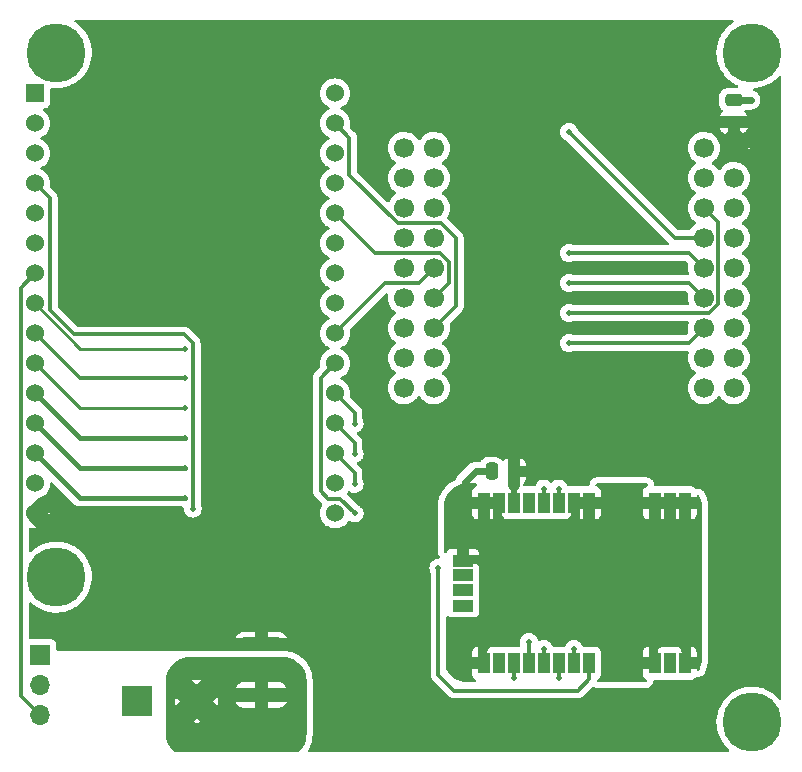
<source format=gtl>
G04 #@! TF.GenerationSoftware,KiCad,Pcbnew,(6.0.2)*
G04 #@! TF.CreationDate,2022-09-28T01:38:39+02:00*
G04 #@! TF.ProjectId,LoRa-Gateway-E32,4c6f5261-2d47-4617-9465-7761792d4533,v1r1b*
G04 #@! TF.SameCoordinates,Original*
G04 #@! TF.FileFunction,Copper,L1,Top*
G04 #@! TF.FilePolarity,Positive*
%FSLAX46Y46*%
G04 Gerber Fmt 4.6, Leading zero omitted, Abs format (unit mm)*
G04 Created by KiCad (PCBNEW (6.0.2)) date 2022-09-28 01:38:39*
%MOMM*%
%LPD*%
G01*
G04 APERTURE LIST*
G04 Aperture macros list*
%AMRoundRect*
0 Rectangle with rounded corners*
0 $1 Rounding radius*
0 $2 $3 $4 $5 $6 $7 $8 $9 X,Y pos of 4 corners*
0 Add a 4 corners polygon primitive as box body*
4,1,4,$2,$3,$4,$5,$6,$7,$8,$9,$2,$3,0*
0 Add four circle primitives for the rounded corners*
1,1,$1+$1,$2,$3*
1,1,$1+$1,$4,$5*
1,1,$1+$1,$6,$7*
1,1,$1+$1,$8,$9*
0 Add four rect primitives between the rounded corners*
20,1,$1+$1,$2,$3,$4,$5,0*
20,1,$1+$1,$4,$5,$6,$7,0*
20,1,$1+$1,$6,$7,$8,$9,0*
20,1,$1+$1,$8,$9,$2,$3,0*%
G04 Aperture macros list end*
G04 #@! TA.AperFunction,ComponentPad*
%ADD10R,1.700000X1.700000*%
G04 #@! TD*
G04 #@! TA.AperFunction,ComponentPad*
%ADD11O,1.700000X1.700000*%
G04 #@! TD*
G04 #@! TA.AperFunction,SMDPad,CuDef*
%ADD12RoundRect,0.250000X-0.250000X-0.475000X0.250000X-0.475000X0.250000X0.475000X-0.250000X0.475000X0*%
G04 #@! TD*
G04 #@! TA.AperFunction,ComponentPad*
%ADD13C,1.700000*%
G04 #@! TD*
G04 #@! TA.AperFunction,SMDPad,CuDef*
%ADD14RoundRect,0.250000X0.475000X-0.250000X0.475000X0.250000X-0.475000X0.250000X-0.475000X-0.250000X0*%
G04 #@! TD*
G04 #@! TA.AperFunction,ComponentPad*
%ADD15C,0.800000*%
G04 #@! TD*
G04 #@! TA.AperFunction,ComponentPad*
%ADD16C,5.000000*%
G04 #@! TD*
G04 #@! TA.AperFunction,SMDPad,CuDef*
%ADD17R,1.000000X1.800000*%
G04 #@! TD*
G04 #@! TA.AperFunction,SMDPad,CuDef*
%ADD18R,1.800000X1.000000*%
G04 #@! TD*
G04 #@! TA.AperFunction,SMDPad,CuDef*
%ADD19RoundRect,0.250000X-1.450000X0.312500X-1.450000X-0.312500X1.450000X-0.312500X1.450000X0.312500X0*%
G04 #@! TD*
G04 #@! TA.AperFunction,ComponentPad*
%ADD20R,2.600000X2.600000*%
G04 #@! TD*
G04 #@! TA.AperFunction,ComponentPad*
%ADD21C,2.600000*%
G04 #@! TD*
G04 #@! TA.AperFunction,ComponentPad*
%ADD22R,1.524000X1.524000*%
G04 #@! TD*
G04 #@! TA.AperFunction,ComponentPad*
%ADD23C,1.524000*%
G04 #@! TD*
G04 #@! TA.AperFunction,ViaPad*
%ADD24C,0.600000*%
G04 #@! TD*
G04 #@! TA.AperFunction,ViaPad*
%ADD25C,0.500000*%
G04 #@! TD*
G04 #@! TA.AperFunction,Conductor*
%ADD26C,0.600000*%
G04 #@! TD*
G04 #@! TA.AperFunction,Conductor*
%ADD27C,0.400000*%
G04 #@! TD*
G04 #@! TA.AperFunction,Conductor*
%ADD28C,0.300000*%
G04 #@! TD*
G04 #@! TA.AperFunction,Conductor*
%ADD29C,0.250000*%
G04 #@! TD*
G04 APERTURE END LIST*
D10*
X99150000Y-90300000D03*
D11*
X99150000Y-92840000D03*
X99150000Y-95380000D03*
D12*
X137350000Y-74750000D03*
X139250000Y-74750000D03*
D13*
X157880000Y-47375000D03*
X157880000Y-67695000D03*
X157880000Y-65155000D03*
X129940000Y-67695000D03*
X132480000Y-52455000D03*
X155340000Y-52455000D03*
X132480000Y-57535000D03*
X155340000Y-60075000D03*
X155340000Y-57535000D03*
X132480000Y-60075000D03*
X132480000Y-62615000D03*
X155340000Y-54995000D03*
X129940000Y-62615000D03*
X155340000Y-62615000D03*
X129940000Y-65155000D03*
X155340000Y-67695000D03*
X155340000Y-65155000D03*
X157880000Y-62615000D03*
X157880000Y-60075000D03*
X157880000Y-57535000D03*
X157880000Y-54995000D03*
X157880000Y-52455000D03*
X157880000Y-49915000D03*
X155340000Y-49915000D03*
X155340000Y-47375000D03*
X132480000Y-67695000D03*
X132480000Y-65155000D03*
X129940000Y-60075000D03*
X129940000Y-57535000D03*
X132480000Y-54995000D03*
X129940000Y-54995000D03*
X129940000Y-52455000D03*
X132480000Y-49915000D03*
X129940000Y-49915000D03*
X132480000Y-47375000D03*
X129940000Y-47375000D03*
D14*
X157850000Y-45200000D03*
X157850000Y-43300000D03*
D15*
X159400000Y-41175000D03*
X159400000Y-37425000D03*
X161275000Y-39300000D03*
D16*
X159400000Y-39300000D03*
D15*
X160725825Y-40625825D03*
X158074175Y-37974175D03*
X160725825Y-37974175D03*
X157525000Y-39300000D03*
X158074175Y-40625825D03*
X100500000Y-81825000D03*
X101825825Y-85025825D03*
X98625000Y-83700000D03*
X100500000Y-85575000D03*
X99174175Y-82374175D03*
D16*
X100500000Y-83700000D03*
D15*
X102375000Y-83700000D03*
X101825825Y-82374175D03*
X99174175Y-85025825D03*
X158074175Y-94674175D03*
X160725825Y-97325825D03*
X161275000Y-96000000D03*
D16*
X159400000Y-96000000D03*
D15*
X157525000Y-96000000D03*
X158074175Y-97325825D03*
X160725825Y-94674175D03*
X159400000Y-97875000D03*
X159400000Y-94125000D03*
D17*
X153700000Y-77397500D03*
X152430000Y-77397500D03*
X151160000Y-77397500D03*
X145590000Y-77397500D03*
X144320000Y-77397500D03*
X143050000Y-77397500D03*
X141780000Y-77397500D03*
X140510000Y-77397500D03*
X139240000Y-77397500D03*
X137970000Y-77397500D03*
X136700000Y-77397500D03*
D18*
X134900000Y-82297500D03*
X134900000Y-83557500D03*
X134900000Y-84827500D03*
X134900000Y-86107500D03*
D17*
X136700000Y-90997500D03*
X137970000Y-90997500D03*
X139240000Y-90997500D03*
X140510000Y-90997500D03*
X141780000Y-90997500D03*
X143050000Y-90997500D03*
X144320000Y-90997500D03*
X145590000Y-90997500D03*
X151160000Y-90997500D03*
X152430000Y-90997500D03*
X153700000Y-90997500D03*
D19*
X117850000Y-89400000D03*
X117850000Y-93675000D03*
D15*
X98625000Y-39300000D03*
X100500000Y-41175000D03*
X99174175Y-37974175D03*
D16*
X100500000Y-39300000D03*
D15*
X100500000Y-37425000D03*
X101825825Y-40625825D03*
X102375000Y-39300000D03*
X101825825Y-37974175D03*
X99174175Y-40625825D03*
D20*
X107300000Y-94205000D03*
D21*
X112380000Y-94205000D03*
D22*
X98700000Y-42740000D03*
D23*
X98700000Y-45280000D03*
X98700000Y-47820000D03*
X98700000Y-50360000D03*
X98700000Y-52900000D03*
X98700000Y-55440000D03*
X98700000Y-57980000D03*
X98700000Y-60520000D03*
X98700000Y-63060000D03*
X98700000Y-65600000D03*
X98700000Y-68140000D03*
X98700000Y-70680000D03*
X98700000Y-73220000D03*
X98700000Y-75760000D03*
X98700000Y-78300000D03*
X124100000Y-78300000D03*
X124100000Y-75760000D03*
X124100000Y-73220000D03*
X124100000Y-70680000D03*
X124100000Y-68140000D03*
X124100000Y-65600000D03*
X124100000Y-63060000D03*
X124100000Y-60520000D03*
X124100000Y-57980000D03*
X124100000Y-55440000D03*
X124100000Y-52900000D03*
X124100000Y-50360000D03*
X124100000Y-47820000D03*
X124100000Y-45280000D03*
X124100000Y-42740000D03*
D24*
X145400000Y-88200000D03*
X148100000Y-77450000D03*
X137800000Y-86000000D03*
X149600000Y-88450000D03*
X153200000Y-83500000D03*
X145950000Y-83000000D03*
X148500000Y-90700000D03*
X148800000Y-81000000D03*
X153100000Y-79800000D03*
X142700000Y-84450000D03*
X134000000Y-90800000D03*
X142550000Y-80400000D03*
X141400000Y-86500000D03*
X138000000Y-80100000D03*
X135100000Y-76550000D03*
X135050000Y-79650000D03*
X151700000Y-86350000D03*
X150800000Y-79850000D03*
X146000000Y-79750000D03*
X148600000Y-85600000D03*
X159300000Y-43300000D03*
X135150000Y-91950000D03*
X139450000Y-83000000D03*
D25*
X111400000Y-71950000D03*
X144320000Y-89800000D03*
X143050000Y-76200000D03*
X125750000Y-70700000D03*
X111400000Y-64350000D03*
X111400000Y-66850000D03*
X143910000Y-63900000D03*
X111400000Y-69400000D03*
X143910000Y-61350000D03*
X143910000Y-58800000D03*
X143910000Y-56275000D03*
X143910000Y-46000000D03*
X139240000Y-92200000D03*
X112049511Y-77900489D03*
X141780000Y-89800000D03*
X111400000Y-74450000D03*
X143050000Y-92200000D03*
X111400000Y-77000000D03*
X125750000Y-78300000D03*
X140510000Y-89200000D03*
X141780000Y-76200000D03*
X125750000Y-73250000D03*
X125750000Y-75800000D03*
X132850000Y-82900000D03*
D26*
X157850000Y-43300000D02*
X159300000Y-43300000D01*
X136000000Y-74750000D02*
X137350000Y-74750000D01*
X135100000Y-75650000D02*
X135100000Y-76550000D01*
X135100000Y-75650000D02*
X136000000Y-74750000D01*
D27*
X102510000Y-71950000D02*
X111400000Y-71950000D01*
D28*
X144320000Y-89800000D02*
X144320000Y-91000000D01*
D27*
X98700000Y-68140000D02*
X102510000Y-71950000D01*
D28*
X125750000Y-70700000D02*
X125750000Y-69790000D01*
X143050000Y-76200000D02*
X143050000Y-77400000D01*
X124100000Y-68140000D02*
X125750000Y-69790000D01*
D29*
X111400000Y-64350000D02*
X102530000Y-64350000D01*
X102530000Y-64350000D02*
X98700000Y-60520000D01*
D28*
X143910000Y-63900000D02*
X154055000Y-63900000D01*
X102490000Y-66850000D02*
X111400000Y-66850000D01*
X154055000Y-63900000D02*
X155340000Y-62615000D01*
X98700000Y-63060000D02*
X102490000Y-66850000D01*
D29*
X102500000Y-69400000D02*
X98700000Y-65600000D01*
X111400000Y-69400000D02*
X102500000Y-69400000D01*
D28*
X128360000Y-58800000D02*
X124100000Y-63060000D01*
X132480000Y-57535000D02*
X131215000Y-58800000D01*
X131215000Y-58800000D02*
X128360000Y-58800000D01*
X156539511Y-60571855D02*
X155761366Y-61350000D01*
X155761366Y-61350000D02*
X143910000Y-61350000D01*
X155340000Y-52455000D02*
X156539511Y-53654511D01*
X156539511Y-53654511D02*
X156539511Y-60571855D01*
X155340000Y-60075000D02*
X154065000Y-58800000D01*
X154065000Y-58800000D02*
X143910000Y-58800000D01*
X154080000Y-56275000D02*
X155340000Y-57535000D01*
X143925000Y-56275000D02*
X154080000Y-56275000D01*
X127475000Y-56275000D02*
X124100000Y-52900000D01*
X133750000Y-58805000D02*
X133750000Y-57000000D01*
X133750000Y-57000000D02*
X133025000Y-56275000D01*
X133025000Y-56275000D02*
X127475000Y-56275000D01*
X132480000Y-60075000D02*
X133750000Y-58805000D01*
X125300000Y-46480000D02*
X124100000Y-45280000D01*
X133047344Y-53725000D02*
X129400000Y-53725000D01*
X125300000Y-49625000D02*
X125300000Y-46480000D01*
X132480000Y-62615000D02*
X134325000Y-60770000D01*
X134325000Y-55002656D02*
X133047344Y-53725000D01*
X129400000Y-53725000D02*
X125300000Y-49625000D01*
X134325000Y-60770000D02*
X134325000Y-55002656D01*
X143910000Y-46000000D02*
X143910000Y-46010000D01*
X143910000Y-46010000D02*
X152895000Y-54995000D01*
X152895000Y-54995000D02*
X155340000Y-54995000D01*
X99950000Y-61098928D02*
X102001072Y-63150000D01*
X139240000Y-92200000D02*
X139240000Y-91000000D01*
X98710000Y-50360000D02*
X99950000Y-51600000D01*
X112049511Y-63900489D02*
X112049511Y-77900489D01*
X99950000Y-51600000D02*
X99950000Y-61098928D01*
X102001072Y-63150000D02*
X111299022Y-63150000D01*
X98700000Y-50360000D02*
X98710000Y-50360000D01*
X111299022Y-63150000D02*
X112049511Y-63900489D01*
X97500000Y-93730000D02*
X99150000Y-95380000D01*
X97500000Y-59180000D02*
X97500000Y-93730000D01*
X98700000Y-57980000D02*
X97500000Y-59180000D01*
D27*
X102470000Y-74450000D02*
X98700000Y-70680000D01*
X111400000Y-74450000D02*
X102470000Y-74450000D01*
D28*
X141780000Y-90000000D02*
X141780000Y-91200000D01*
D27*
X102480000Y-77000000D02*
X98700000Y-73220000D01*
X111400000Y-77000000D02*
X102480000Y-77000000D01*
D28*
X143050000Y-92200000D02*
X143050000Y-91000000D01*
X123501107Y-77050000D02*
X124500000Y-77050000D01*
X124500000Y-77050000D02*
X125750000Y-78300000D01*
X124100000Y-65600000D02*
X122900000Y-66800000D01*
X122900000Y-66800000D02*
X122900000Y-76448893D01*
X140510000Y-89200000D02*
X140510000Y-91000000D01*
X122900000Y-76448893D02*
X123501107Y-77050000D01*
X124100000Y-70680000D02*
X125750000Y-72330000D01*
X141780000Y-76200000D02*
X141780000Y-77400000D01*
X125750000Y-72330000D02*
X125750000Y-73250000D01*
X125750000Y-74870000D02*
X125750000Y-75800000D01*
X132850000Y-91950000D02*
X134200000Y-93300000D01*
X134200000Y-93300000D02*
X144629970Y-93300000D01*
X145590000Y-92339970D02*
X145590000Y-90997500D01*
X144629970Y-93300000D02*
X145590000Y-92339970D01*
X132850000Y-82900000D02*
X132850000Y-91950000D01*
X124100000Y-73220000D02*
X125750000Y-74870000D01*
G04 #@! TA.AperFunction,Conductor*
G36*
X157819313Y-36528002D02*
G01*
X157865806Y-36581658D01*
X157875910Y-36651932D01*
X157846416Y-36716512D01*
X157818148Y-36740737D01*
X157654279Y-36843532D01*
X157651443Y-36845804D01*
X157651436Y-36845809D01*
X157522478Y-36949124D01*
X157383509Y-37060459D01*
X157139466Y-37307071D01*
X157137225Y-37309929D01*
X157080732Y-37381978D01*
X156925386Y-37580098D01*
X156923493Y-37583187D01*
X156923491Y-37583190D01*
X156878918Y-37655927D01*
X156744105Y-37875921D01*
X156742580Y-37879206D01*
X156742578Y-37879210D01*
X156703505Y-37963386D01*
X156598027Y-38190620D01*
X156489087Y-38520023D01*
X156488351Y-38523578D01*
X156488350Y-38523581D01*
X156419465Y-38856214D01*
X156418730Y-38859764D01*
X156387888Y-39205341D01*
X156387983Y-39208971D01*
X156387983Y-39208972D01*
X156390367Y-39300000D01*
X156396970Y-39552171D01*
X156445856Y-39895660D01*
X156533897Y-40231253D01*
X156659927Y-40554503D01*
X156661624Y-40557708D01*
X156795113Y-40809825D01*
X156822275Y-40861126D01*
X156824325Y-40864109D01*
X156824327Y-40864112D01*
X157016733Y-41144064D01*
X157016739Y-41144071D01*
X157018790Y-41147056D01*
X157246866Y-41408505D01*
X157324371Y-41479029D01*
X157459268Y-41601775D01*
X157503481Y-41642006D01*
X157785233Y-41844466D01*
X158088388Y-42013200D01*
X158091737Y-42014587D01*
X158175037Y-42049091D01*
X158230318Y-42093639D01*
X158252739Y-42161003D01*
X158235181Y-42229794D01*
X158183219Y-42278172D01*
X158126819Y-42291500D01*
X157324600Y-42291500D01*
X157321354Y-42291837D01*
X157321350Y-42291837D01*
X157225692Y-42301762D01*
X157225688Y-42301763D01*
X157218834Y-42302474D01*
X157212298Y-42304655D01*
X157212296Y-42304655D01*
X157099893Y-42342156D01*
X157051054Y-42358450D01*
X156900652Y-42451522D01*
X156775695Y-42576697D01*
X156771855Y-42582927D01*
X156771854Y-42582928D01*
X156749591Y-42619046D01*
X156682885Y-42727262D01*
X156680581Y-42734209D01*
X156634383Y-42873493D01*
X156627203Y-42895139D01*
X156616500Y-42999600D01*
X156616500Y-43600400D01*
X156616837Y-43603646D01*
X156616837Y-43603650D01*
X156623919Y-43671902D01*
X156627474Y-43706166D01*
X156629655Y-43712702D01*
X156629655Y-43712704D01*
X156650843Y-43776211D01*
X156683450Y-43873946D01*
X156776522Y-44024348D01*
X156901697Y-44149305D01*
X156906235Y-44152102D01*
X156946824Y-44209353D01*
X156950054Y-44280276D01*
X156914428Y-44341687D01*
X156905932Y-44349062D01*
X156895793Y-44357098D01*
X156781261Y-44471829D01*
X156772249Y-44483240D01*
X156687184Y-44621243D01*
X156681037Y-44634424D01*
X156664989Y-44682806D01*
X156664500Y-44696899D01*
X156670711Y-44700000D01*
X159022578Y-44700000D01*
X159036109Y-44696027D01*
X159037090Y-44689201D01*
X159018412Y-44633216D01*
X159012239Y-44620038D01*
X158926937Y-44482193D01*
X158917901Y-44470792D01*
X158803172Y-44356262D01*
X158794238Y-44349206D01*
X158753177Y-44291288D01*
X158749947Y-44220365D01*
X158785574Y-44158954D01*
X158793406Y-44152155D01*
X158799348Y-44148478D01*
X158804525Y-44143292D01*
X158810254Y-44138751D01*
X158811580Y-44140424D01*
X158864625Y-44111402D01*
X158891511Y-44108500D01*
X159237584Y-44108500D01*
X159254248Y-44109607D01*
X159275979Y-44112507D01*
X159275984Y-44112507D01*
X159282961Y-44113438D01*
X159289972Y-44112800D01*
X159289976Y-44112800D01*
X159331516Y-44109019D01*
X159338579Y-44108698D01*
X159338579Y-44108696D01*
X159342088Y-44108500D01*
X159345610Y-44108500D01*
X159349103Y-44108108D01*
X159349106Y-44108108D01*
X159362079Y-44106653D01*
X159380450Y-44104592D01*
X159383050Y-44104329D01*
X159463600Y-44096998D01*
X159469961Y-44094931D01*
X159470501Y-44094809D01*
X159473075Y-44094252D01*
X159473603Y-44094143D01*
X159480255Y-44093397D01*
X159556667Y-44066787D01*
X159559167Y-44065946D01*
X159636108Y-44040947D01*
X159641857Y-44037520D01*
X159642327Y-44037295D01*
X159644715Y-44036181D01*
X159645237Y-44035944D01*
X159651552Y-44033745D01*
X159676558Y-44018120D01*
X159720173Y-43990867D01*
X159722424Y-43989494D01*
X159785856Y-43951680D01*
X159785861Y-43951676D01*
X159791912Y-43948069D01*
X159796751Y-43943460D01*
X159797218Y-43943090D01*
X159799308Y-43941468D01*
X159799687Y-43941180D01*
X159805376Y-43937626D01*
X159862823Y-43880579D01*
X159864684Y-43878769D01*
X159923266Y-43822982D01*
X159926966Y-43817414D01*
X159927328Y-43816963D01*
X159929007Y-43814918D01*
X159929325Y-43814539D01*
X159934082Y-43809815D01*
X159977434Y-43741504D01*
X159978870Y-43739293D01*
X160019742Y-43677775D01*
X160019745Y-43677769D01*
X160023643Y-43671902D01*
X160026021Y-43665642D01*
X160026260Y-43665151D01*
X160027438Y-43662799D01*
X160027684Y-43662321D01*
X160031273Y-43656666D01*
X160058407Y-43580464D01*
X160059317Y-43577993D01*
X160085553Y-43508925D01*
X160085553Y-43508924D01*
X160088055Y-43502338D01*
X160088987Y-43495704D01*
X160089104Y-43495206D01*
X160089728Y-43492663D01*
X160089873Y-43492097D01*
X160092119Y-43485790D01*
X160101699Y-43405445D01*
X160102030Y-43402902D01*
X160113299Y-43322717D01*
X160113529Y-43306243D01*
X160113596Y-43305680D01*
X160113544Y-43305182D01*
X160113616Y-43300000D01*
X160113176Y-43296076D01*
X160103866Y-43213076D01*
X160103771Y-43212202D01*
X160095313Y-43131733D01*
X160094636Y-43125288D01*
X160093715Y-43122584D01*
X160093397Y-43119745D01*
X160064609Y-43037077D01*
X160064395Y-43036455D01*
X160052944Y-43002817D01*
X160036182Y-42953579D01*
X160034684Y-42951144D01*
X160033745Y-42948448D01*
X160030320Y-42942966D01*
X159987375Y-42874237D01*
X159986913Y-42873493D01*
X159944525Y-42804594D01*
X159941138Y-42799088D01*
X159939141Y-42797049D01*
X159937626Y-42794624D01*
X159875941Y-42732507D01*
X159875324Y-42731881D01*
X159818749Y-42674109D01*
X159814229Y-42669493D01*
X159811830Y-42667947D01*
X159809815Y-42665918D01*
X159735926Y-42619027D01*
X159735212Y-42618571D01*
X159661762Y-42571235D01*
X159659079Y-42570259D01*
X159656666Y-42568727D01*
X159589419Y-42544781D01*
X159531956Y-42503088D01*
X159506156Y-42436945D01*
X159520211Y-42367354D01*
X159569659Y-42316409D01*
X159623117Y-42300375D01*
X159774072Y-42290084D01*
X159774079Y-42290083D01*
X159777704Y-42289836D01*
X159781279Y-42289173D01*
X159781282Y-42289173D01*
X160115279Y-42227270D01*
X160115283Y-42227269D01*
X160118844Y-42226609D01*
X160450456Y-42124592D01*
X160768145Y-41985136D01*
X161012511Y-41842341D01*
X161064560Y-41811926D01*
X161064562Y-41811925D01*
X161067700Y-41810091D01*
X161070609Y-41807907D01*
X161342244Y-41603958D01*
X161342248Y-41603955D01*
X161345151Y-41601775D01*
X161596819Y-41362950D01*
X161669337Y-41276220D01*
X161728378Y-41236791D01*
X161799364Y-41235541D01*
X161859757Y-41272867D01*
X161890382Y-41336918D01*
X161892000Y-41357043D01*
X161892000Y-93941293D01*
X161871998Y-94009414D01*
X161818342Y-94055907D01*
X161748068Y-94066011D01*
X161683488Y-94036517D01*
X161673713Y-94027077D01*
X161485842Y-93824904D01*
X161222019Y-93599578D01*
X160934047Y-93406069D01*
X160625741Y-93246940D01*
X160301189Y-93124302D01*
X160297668Y-93123418D01*
X160297663Y-93123416D01*
X160107222Y-93075581D01*
X159964692Y-93039780D01*
X159921039Y-93034033D01*
X159624315Y-92994968D01*
X159624307Y-92994967D01*
X159620711Y-92994494D01*
X159476045Y-92992221D01*
X159277446Y-92989101D01*
X159277442Y-92989101D01*
X159273804Y-92989044D01*
X159270190Y-92989405D01*
X159270184Y-92989405D01*
X159052841Y-93011099D01*
X158928569Y-93023503D01*
X158589583Y-93097414D01*
X158586156Y-93098587D01*
X158586150Y-93098589D01*
X158264765Y-93208624D01*
X158261339Y-93209797D01*
X157948188Y-93359163D01*
X157654279Y-93543532D01*
X157651443Y-93545804D01*
X157651436Y-93545809D01*
X157430166Y-93723080D01*
X157383509Y-93760459D01*
X157263595Y-93881635D01*
X157189004Y-93957012D01*
X157139466Y-94007071D01*
X157137225Y-94009929D01*
X157057351Y-94111797D01*
X156925386Y-94280098D01*
X156744105Y-94575921D01*
X156742580Y-94579206D01*
X156742578Y-94579210D01*
X156669873Y-94735840D01*
X156598027Y-94890620D01*
X156541716Y-95060888D01*
X156509811Y-95157361D01*
X156489087Y-95220023D01*
X156418730Y-95559764D01*
X156387888Y-95905341D01*
X156387983Y-95908971D01*
X156387983Y-95908972D01*
X156389492Y-95966612D01*
X156396970Y-96252171D01*
X156445856Y-96595660D01*
X156533897Y-96931253D01*
X156659927Y-97254503D01*
X156822275Y-97561126D01*
X156824325Y-97564109D01*
X156824327Y-97564112D01*
X157016733Y-97844064D01*
X157016739Y-97844071D01*
X157018790Y-97847056D01*
X157021178Y-97849793D01*
X157224788Y-98083196D01*
X157246866Y-98108505D01*
X157249551Y-98110948D01*
X157427431Y-98272806D01*
X157464354Y-98333447D01*
X157462631Y-98404422D01*
X157422809Y-98463199D01*
X157357531Y-98491116D01*
X157342632Y-98492000D01*
X121949398Y-98492000D01*
X121881277Y-98471998D01*
X121834784Y-98418342D01*
X121824680Y-98348068D01*
X121838810Y-98305615D01*
X121881117Y-98228136D01*
X121960805Y-98082199D01*
X121977032Y-98049784D01*
X121984498Y-98033437D01*
X121998381Y-97999921D01*
X122048597Y-97865288D01*
X122091414Y-97750490D01*
X122091416Y-97750485D01*
X122091810Y-97749428D01*
X122103269Y-97714997D01*
X122108332Y-97697751D01*
X122117294Y-97662637D01*
X122174119Y-97401416D01*
X122180555Y-97365742D01*
X122183113Y-97347954D01*
X122186992Y-97311884D01*
X122206385Y-97040726D01*
X122207355Y-97022618D01*
X122207676Y-97013630D01*
X122208000Y-96995499D01*
X122208000Y-92454501D01*
X122207676Y-92436370D01*
X122207355Y-92427382D01*
X122206385Y-92409274D01*
X122186992Y-92138116D01*
X122183113Y-92102046D01*
X122180555Y-92084258D01*
X122176439Y-92061445D01*
X122174317Y-92049679D01*
X122174312Y-92049655D01*
X122174119Y-92048584D01*
X122173537Y-92045906D01*
X122117529Y-91788444D01*
X122117293Y-91787359D01*
X122108329Y-91752237D01*
X122103266Y-91734992D01*
X122091809Y-91700569D01*
X122086565Y-91686507D01*
X121998768Y-91451117D01*
X121998381Y-91450079D01*
X121984498Y-91416563D01*
X121977032Y-91400216D01*
X121960805Y-91367801D01*
X121960250Y-91366784D01*
X121833225Y-91134156D01*
X121833215Y-91134138D01*
X121832684Y-91133166D01*
X121814180Y-91101979D01*
X121804461Y-91086856D01*
X121783779Y-91057068D01*
X121701275Y-90946856D01*
X121624243Y-90843953D01*
X121624229Y-90843935D01*
X121623571Y-90843056D01*
X121600808Y-90814810D01*
X121589035Y-90801224D01*
X121564334Y-90774694D01*
X121375306Y-90585666D01*
X121348776Y-90560965D01*
X121335190Y-90549192D01*
X121306944Y-90526429D01*
X121306065Y-90525771D01*
X121306047Y-90525757D01*
X121202229Y-90448040D01*
X121092932Y-90366221D01*
X121063144Y-90345539D01*
X121060936Y-90344120D01*
X121048938Y-90336409D01*
X121048925Y-90336401D01*
X121048021Y-90335820D01*
X121016834Y-90317316D01*
X121015862Y-90316785D01*
X121015844Y-90316775D01*
X120783216Y-90189750D01*
X120783202Y-90189743D01*
X120782199Y-90189195D01*
X120749784Y-90172968D01*
X120733437Y-90165502D01*
X120732421Y-90165081D01*
X120732400Y-90165072D01*
X120700952Y-90152046D01*
X120700949Y-90152045D01*
X120699921Y-90151619D01*
X120698865Y-90151225D01*
X120450477Y-90058581D01*
X120450464Y-90058577D01*
X120449428Y-90058190D01*
X120448372Y-90057839D01*
X120448362Y-90057835D01*
X120416066Y-90047086D01*
X120416059Y-90047084D01*
X120415002Y-90046732D01*
X120413925Y-90046416D01*
X120413916Y-90046413D01*
X120398837Y-90041986D01*
X120398827Y-90041983D01*
X120397760Y-90041670D01*
X120396705Y-90041401D01*
X120396695Y-90041398D01*
X120363695Y-90032976D01*
X120362641Y-90032707D01*
X120202158Y-89997796D01*
X120102493Y-89976115D01*
X120102478Y-89976112D01*
X120101416Y-89975881D01*
X120100344Y-89975688D01*
X120100326Y-89975684D01*
X120066855Y-89969645D01*
X120066841Y-89969643D01*
X120065734Y-89969443D01*
X120047951Y-89966886D01*
X120033268Y-89965307D01*
X120026078Y-89964534D01*
X120023092Y-89963658D01*
X120010105Y-89962500D01*
X120009274Y-89962500D01*
X120000285Y-89962179D01*
X119995364Y-89961827D01*
X119790111Y-89947147D01*
X119740727Y-89943615D01*
X119740237Y-89943589D01*
X119740225Y-89943588D01*
X119733779Y-89943243D01*
X119722618Y-89942645D01*
X119713630Y-89942324D01*
X119713133Y-89942315D01*
X119713092Y-89942314D01*
X119701293Y-89942104D01*
X119695499Y-89942000D01*
X119506680Y-89942000D01*
X119425244Y-89948570D01*
X119422737Y-89948977D01*
X119422730Y-89948978D01*
X119399982Y-89952673D01*
X119385369Y-89955046D01*
X119382628Y-89955721D01*
X119382236Y-89955790D01*
X119380416Y-89956161D01*
X119380405Y-89956109D01*
X119365482Y-89958709D01*
X119336011Y-89961766D01*
X119335426Y-89961827D01*
X119322424Y-89962500D01*
X116377111Y-89962500D01*
X116364269Y-89961844D01*
X116364103Y-89961827D01*
X116346814Y-89960056D01*
X116346808Y-89960055D01*
X116346807Y-89960054D01*
X116335911Y-89958938D01*
X116318791Y-89955979D01*
X116317329Y-89955621D01*
X116314413Y-89954907D01*
X116311928Y-89954506D01*
X116311925Y-89954505D01*
X116301672Y-89952849D01*
X116274746Y-89948500D01*
X116234245Y-89945250D01*
X116196267Y-89942202D01*
X116196256Y-89942202D01*
X116193744Y-89942000D01*
X111804501Y-89942000D01*
X111798707Y-89942104D01*
X111786908Y-89942314D01*
X111786867Y-89942315D01*
X111786370Y-89942324D01*
X111777382Y-89942645D01*
X111766221Y-89943243D01*
X111759775Y-89943588D01*
X111759763Y-89943589D01*
X111759273Y-89943615D01*
X111709889Y-89947147D01*
X111500000Y-89962159D01*
X111500000Y-89950000D01*
X100634500Y-89950000D01*
X100566379Y-89929998D01*
X100519886Y-89876342D01*
X100508500Y-89824000D01*
X100508500Y-89401866D01*
X100501745Y-89339684D01*
X100450615Y-89203295D01*
X100363261Y-89086739D01*
X100246705Y-88999385D01*
X100110316Y-88948255D01*
X100048134Y-88941500D01*
X98284500Y-88941500D01*
X98216379Y-88921498D01*
X98169886Y-88867842D01*
X98162611Y-88834399D01*
X115689500Y-88834399D01*
X115695711Y-88837500D01*
X117269385Y-88837500D01*
X117284624Y-88833025D01*
X117285829Y-88831635D01*
X117287500Y-88823952D01*
X117287500Y-88819385D01*
X118412500Y-88819385D01*
X118416975Y-88834624D01*
X118418365Y-88835829D01*
X118426048Y-88837500D01*
X119997578Y-88837500D01*
X120011109Y-88833527D01*
X120012090Y-88826701D01*
X119993412Y-88770716D01*
X119987239Y-88757538D01*
X119901937Y-88619693D01*
X119892901Y-88608292D01*
X119778171Y-88493761D01*
X119766760Y-88484749D01*
X119628757Y-88399684D01*
X119615576Y-88393537D01*
X119461290Y-88342362D01*
X119447914Y-88339495D01*
X119353562Y-88329828D01*
X119347145Y-88329500D01*
X118430615Y-88329500D01*
X118415376Y-88333975D01*
X118414171Y-88335365D01*
X118412500Y-88343048D01*
X118412500Y-88819385D01*
X117287500Y-88819385D01*
X117287500Y-88347616D01*
X117283025Y-88332377D01*
X117281635Y-88331172D01*
X117273952Y-88329501D01*
X116352905Y-88329501D01*
X116346386Y-88329838D01*
X116250794Y-88339757D01*
X116237400Y-88342649D01*
X116083216Y-88394088D01*
X116070038Y-88400261D01*
X115932193Y-88485563D01*
X115920792Y-88494599D01*
X115806261Y-88609329D01*
X115797249Y-88620740D01*
X115712184Y-88758743D01*
X115706037Y-88771924D01*
X115689989Y-88820306D01*
X115689500Y-88834399D01*
X98162611Y-88834399D01*
X98158500Y-88815500D01*
X98158500Y-85922111D01*
X98178502Y-85853990D01*
X98232158Y-85807497D01*
X98302432Y-85797393D01*
X98369297Y-85828916D01*
X98603481Y-86042006D01*
X98885233Y-86244466D01*
X99188388Y-86413200D01*
X99508928Y-86545972D01*
X99512422Y-86546967D01*
X99512424Y-86546968D01*
X99839103Y-86640025D01*
X99839108Y-86640026D01*
X99842604Y-86641022D01*
X100039304Y-86673233D01*
X100181412Y-86696504D01*
X100181419Y-86696505D01*
X100184993Y-86697090D01*
X100358276Y-86705262D01*
X100527931Y-86713263D01*
X100527932Y-86713263D01*
X100531558Y-86713434D01*
X100540415Y-86712830D01*
X100874073Y-86690084D01*
X100874081Y-86690083D01*
X100877704Y-86689836D01*
X100881279Y-86689173D01*
X100881282Y-86689173D01*
X101215279Y-86627270D01*
X101215283Y-86627269D01*
X101218844Y-86626609D01*
X101550456Y-86524592D01*
X101868145Y-86385136D01*
X102112511Y-86242341D01*
X102164560Y-86211926D01*
X102164562Y-86211925D01*
X102167700Y-86210091D01*
X102170609Y-86207907D01*
X102442244Y-86003958D01*
X102442248Y-86003955D01*
X102445151Y-86001775D01*
X102696819Y-85762950D01*
X102919370Y-85496783D01*
X103109853Y-85206799D01*
X103187798Y-85051822D01*
X103264117Y-84900080D01*
X103264120Y-84900072D01*
X103265744Y-84896844D01*
X103384977Y-84571026D01*
X103385822Y-84567504D01*
X103385825Y-84567496D01*
X103465124Y-84237191D01*
X103465125Y-84237187D01*
X103465971Y-84233662D01*
X103507652Y-83889225D01*
X103513599Y-83700000D01*
X103493627Y-83353626D01*
X103433976Y-83011842D01*
X103397690Y-82889343D01*
X132086775Y-82889343D01*
X132103381Y-83058699D01*
X132157094Y-83220167D01*
X132160741Y-83226189D01*
X132160742Y-83226191D01*
X132173276Y-83246887D01*
X132191500Y-83312158D01*
X132191500Y-91867944D01*
X132190941Y-91879800D01*
X132189212Y-91887537D01*
X132189461Y-91895459D01*
X132191438Y-91958369D01*
X132191500Y-91962327D01*
X132191500Y-91991432D01*
X132192056Y-91995832D01*
X132192988Y-92007664D01*
X132194438Y-92053831D01*
X132198207Y-92066802D01*
X132200419Y-92074416D01*
X132204430Y-92093782D01*
X132207118Y-92115064D01*
X132210034Y-92122429D01*
X132210035Y-92122433D01*
X132224126Y-92158021D01*
X132227965Y-92169231D01*
X132240855Y-92213600D01*
X132251775Y-92232065D01*
X132260466Y-92249805D01*
X132268365Y-92269756D01*
X132295516Y-92307126D01*
X132302033Y-92317048D01*
X132321507Y-92349977D01*
X132321510Y-92349981D01*
X132325547Y-92356807D01*
X132340711Y-92371971D01*
X132353551Y-92387004D01*
X132366159Y-92404357D01*
X132396946Y-92429826D01*
X132401752Y-92433802D01*
X132410532Y-92441792D01*
X133044322Y-93075581D01*
X133676341Y-93707600D01*
X133684331Y-93716381D01*
X133684339Y-93716390D01*
X133688584Y-93723080D01*
X133715391Y-93748253D01*
X133740273Y-93771619D01*
X133743115Y-93774374D01*
X133763667Y-93794926D01*
X133766801Y-93797357D01*
X133767163Y-93797638D01*
X133776191Y-93805348D01*
X133809867Y-93836972D01*
X133816818Y-93840793D01*
X133816819Y-93840794D01*
X133828655Y-93847301D01*
X133845184Y-93858158D01*
X133855869Y-93866447D01*
X133855871Y-93866448D01*
X133862131Y-93871304D01*
X133904544Y-93889657D01*
X133915181Y-93894868D01*
X133955663Y-93917124D01*
X133963342Y-93919096D01*
X133963343Y-93919096D01*
X133976434Y-93922457D01*
X133995136Y-93928859D01*
X134014823Y-93937379D01*
X134022652Y-93938619D01*
X134060448Y-93944605D01*
X134072074Y-93947013D01*
X134109135Y-93956529D01*
X134109136Y-93956529D01*
X134116812Y-93958500D01*
X134138258Y-93958500D01*
X134157968Y-93960051D01*
X134179151Y-93963406D01*
X134225135Y-93959059D01*
X134236994Y-93958500D01*
X144547914Y-93958500D01*
X144559770Y-93959059D01*
X144559773Y-93959059D01*
X144567507Y-93960788D01*
X144638339Y-93958562D01*
X144642297Y-93958500D01*
X144671402Y-93958500D01*
X144675802Y-93957944D01*
X144687634Y-93957012D01*
X144733801Y-93955562D01*
X144754391Y-93949580D01*
X144773752Y-93945570D01*
X144781394Y-93944605D01*
X144787174Y-93943875D01*
X144787175Y-93943875D01*
X144795034Y-93942882D01*
X144802399Y-93939966D01*
X144802403Y-93939965D01*
X144837991Y-93925874D01*
X144849201Y-93922035D01*
X144893570Y-93909145D01*
X144912035Y-93898225D01*
X144929775Y-93889534D01*
X144949726Y-93881635D01*
X144987099Y-93854482D01*
X144997018Y-93847967D01*
X145029947Y-93828493D01*
X145029951Y-93828490D01*
X145036777Y-93824453D01*
X145051941Y-93809289D01*
X145066975Y-93796448D01*
X145077913Y-93788501D01*
X145084327Y-93783841D01*
X145113768Y-93748253D01*
X145121758Y-93739473D01*
X145849331Y-93011900D01*
X145911643Y-92977874D01*
X145982458Y-92982939D01*
X146007568Y-92997837D01*
X146008375Y-92996581D01*
X146015956Y-93001453D01*
X146022767Y-93007355D01*
X146154293Y-93067421D01*
X146178047Y-93074396D01*
X146218091Y-93086154D01*
X146218095Y-93086155D01*
X146222414Y-93087423D01*
X146226862Y-93088063D01*
X146226869Y-93088064D01*
X146361085Y-93107361D01*
X146361092Y-93107362D01*
X146365533Y-93108000D01*
X150391571Y-93108000D01*
X150395466Y-93107512D01*
X150395473Y-93107512D01*
X150512890Y-93092814D01*
X150512897Y-93092813D01*
X150516793Y-93092325D01*
X150536066Y-93087423D01*
X150573189Y-93077981D01*
X150573192Y-93077980D01*
X150576994Y-93077013D01*
X150694484Y-93030956D01*
X150810381Y-92944499D01*
X150860667Y-92894381D01*
X150947513Y-92778771D01*
X150998268Y-92643380D01*
X151013475Y-92574031D01*
X151015315Y-92548902D01*
X151017225Y-92522801D01*
X151042147Y-92456323D01*
X151099054Y-92413871D01*
X151142889Y-92406000D01*
X151708134Y-92406000D01*
X151723259Y-92404357D01*
X151762464Y-92400098D01*
X151769874Y-92399293D01*
X151770316Y-92399245D01*
X151770321Y-92399293D01*
X151819679Y-92399293D01*
X151819684Y-92399245D01*
X151827536Y-92400098D01*
X151866742Y-92404357D01*
X151881866Y-92406000D01*
X152978134Y-92406000D01*
X152993259Y-92404357D01*
X153032464Y-92400098D01*
X153039874Y-92399293D01*
X153040316Y-92399245D01*
X153040321Y-92399293D01*
X153089679Y-92399293D01*
X153089684Y-92399245D01*
X153097536Y-92400098D01*
X153136742Y-92404357D01*
X153151866Y-92406000D01*
X154248134Y-92406000D01*
X154310316Y-92399245D01*
X154446705Y-92348115D01*
X154563261Y-92260761D01*
X154593497Y-92220418D01*
X154624423Y-92179153D01*
X154681282Y-92136638D01*
X154752031Y-92131597D01*
X154779963Y-92137673D01*
X154779966Y-92137673D01*
X154788768Y-92139588D01*
X154900509Y-92131597D01*
X154928505Y-92129595D01*
X154928507Y-92129595D01*
X154932992Y-92129274D01*
X154964440Y-92122433D01*
X154997969Y-92115140D01*
X154997976Y-92115138D01*
X155002366Y-92114183D01*
X155006581Y-92112611D01*
X155006584Y-92112610D01*
X155129401Y-92066802D01*
X155129403Y-92066801D01*
X155137843Y-92063653D01*
X155150964Y-92053831D01*
X155249992Y-91979700D01*
X155249999Y-91979694D01*
X155253595Y-91977002D01*
X155303797Y-91926800D01*
X155390447Y-91811050D01*
X155460805Y-91682200D01*
X155477032Y-91649784D01*
X155484498Y-91633437D01*
X155498381Y-91599921D01*
X155530704Y-91513261D01*
X155591414Y-91350490D01*
X155591416Y-91350485D01*
X155591810Y-91349428D01*
X155603269Y-91314997D01*
X155608332Y-91297751D01*
X155617294Y-91262637D01*
X155674119Y-91001416D01*
X155680555Y-90965742D01*
X155683113Y-90947954D01*
X155686992Y-90911884D01*
X155706385Y-90640726D01*
X155707355Y-90622618D01*
X155707676Y-90613630D01*
X155708000Y-90595499D01*
X155708000Y-77764501D01*
X155707676Y-77746370D01*
X155707355Y-77737382D01*
X155706385Y-77719274D01*
X155686992Y-77448116D01*
X155683113Y-77412046D01*
X155680555Y-77394258D01*
X155674119Y-77358584D01*
X155617293Y-77097359D01*
X155608329Y-77062237D01*
X155603266Y-77044992D01*
X155591809Y-77010569D01*
X155572897Y-76959862D01*
X155498768Y-76761117D01*
X155498381Y-76760079D01*
X155493672Y-76748710D01*
X155484928Y-76727600D01*
X155484919Y-76727579D01*
X155484498Y-76726563D01*
X155477032Y-76710216D01*
X155460809Y-76677807D01*
X155460259Y-76676799D01*
X155460256Y-76676794D01*
X155446923Y-76652376D01*
X155446909Y-76652351D01*
X155437722Y-76635528D01*
X155437719Y-76635523D01*
X155425943Y-76613957D01*
X155390447Y-76548950D01*
X155387674Y-76544799D01*
X155355936Y-76497301D01*
X155340132Y-76473648D01*
X155326466Y-76456690D01*
X155313828Y-76441007D01*
X155313822Y-76441000D01*
X155312057Y-76438810D01*
X155310103Y-76436785D01*
X155310096Y-76436777D01*
X155263156Y-76388132D01*
X155249187Y-76373655D01*
X155240406Y-76368011D01*
X155131345Y-76297919D01*
X155127550Y-76295480D01*
X155062970Y-76265986D01*
X155058658Y-76264720D01*
X155058653Y-76264718D01*
X154932870Y-76227785D01*
X154932869Y-76227785D01*
X154924226Y-76225247D01*
X154779634Y-76225247D01*
X154719829Y-76233846D01*
X154649557Y-76223741D01*
X154601074Y-76184693D01*
X154577364Y-76153056D01*
X154563261Y-76134239D01*
X154446705Y-76046885D01*
X154310316Y-75995755D01*
X154248134Y-75989000D01*
X153151866Y-75989000D01*
X153148469Y-75989369D01*
X153097536Y-75994902D01*
X153089684Y-75995755D01*
X153089679Y-75995707D01*
X153040321Y-75995707D01*
X153040316Y-75995755D01*
X153039874Y-75995707D01*
X153032464Y-75994902D01*
X152981531Y-75989369D01*
X152978134Y-75989000D01*
X151881866Y-75989000D01*
X151878469Y-75989369D01*
X151827536Y-75994902D01*
X151819684Y-75995755D01*
X151819679Y-75995707D01*
X151770321Y-75995707D01*
X151770316Y-75995755D01*
X151769874Y-75995707D01*
X151762464Y-75994902D01*
X151711531Y-75989369D01*
X151708134Y-75989000D01*
X151238480Y-75989000D01*
X151170359Y-75968998D01*
X151123866Y-75915342D01*
X151112480Y-75863000D01*
X151112480Y-75831635D01*
X151104191Y-75773982D01*
X151103017Y-75765817D01*
X151103016Y-75765813D01*
X151102376Y-75761361D01*
X151091958Y-75725879D01*
X151064179Y-75631275D01*
X151061640Y-75622628D01*
X150983468Y-75500990D01*
X150968291Y-75483474D01*
X150939915Y-75450727D01*
X150936975Y-75447334D01*
X150827699Y-75352645D01*
X150696173Y-75292579D01*
X150672419Y-75285604D01*
X150632375Y-75273846D01*
X150632371Y-75273845D01*
X150628052Y-75272577D01*
X150623604Y-75271937D01*
X150623597Y-75271936D01*
X150489381Y-75252639D01*
X150489374Y-75252638D01*
X150484933Y-75252000D01*
X146265067Y-75252000D01*
X146261172Y-75252488D01*
X146261165Y-75252488D01*
X146143748Y-75267186D01*
X146143741Y-75267187D01*
X146139845Y-75267675D01*
X146136036Y-75268644D01*
X146136035Y-75268644D01*
X146083449Y-75282019D01*
X146083446Y-75282020D01*
X146079644Y-75282987D01*
X145962154Y-75329044D01*
X145846257Y-75415501D01*
X145795971Y-75465619D01*
X145709125Y-75581229D01*
X145705961Y-75589669D01*
X145705960Y-75589671D01*
X145702646Y-75598512D01*
X145658370Y-75716620D01*
X145643163Y-75785969D01*
X145636886Y-75871737D01*
X145636852Y-75872197D01*
X145611931Y-75938676D01*
X145555025Y-75981129D01*
X145511188Y-75989000D01*
X145041866Y-75989000D01*
X145038469Y-75989369D01*
X144987536Y-75994902D01*
X144979684Y-75995755D01*
X144979679Y-75995707D01*
X144930321Y-75995707D01*
X144930316Y-75995755D01*
X144929874Y-75995707D01*
X144922464Y-75994902D01*
X144871531Y-75989369D01*
X144868134Y-75989000D01*
X143869286Y-75989000D01*
X143801165Y-75968998D01*
X143754672Y-75915342D01*
X143750295Y-75904438D01*
X143747240Y-75895666D01*
X143738368Y-75870189D01*
X143648192Y-75725879D01*
X143638998Y-75716620D01*
X143572788Y-75649946D01*
X143528286Y-75605132D01*
X143512039Y-75594821D01*
X143447332Y-75553757D01*
X143384608Y-75513951D01*
X143224300Y-75456868D01*
X143055329Y-75436720D01*
X143048326Y-75437456D01*
X143048325Y-75437456D01*
X142893101Y-75453770D01*
X142893097Y-75453771D01*
X142886093Y-75454507D01*
X142879422Y-75456778D01*
X142731673Y-75507075D01*
X142731670Y-75507076D01*
X142725003Y-75509346D01*
X142719005Y-75513036D01*
X142719003Y-75513037D01*
X142586065Y-75594821D01*
X142586063Y-75594823D01*
X142580066Y-75598512D01*
X142502993Y-75673988D01*
X142440331Y-75707358D01*
X142369572Y-75701553D01*
X142325431Y-75672748D01*
X142302788Y-75649946D01*
X142258286Y-75605132D01*
X142242039Y-75594821D01*
X142177332Y-75553757D01*
X142114608Y-75513951D01*
X141954300Y-75456868D01*
X141785329Y-75436720D01*
X141778326Y-75437456D01*
X141778325Y-75437456D01*
X141623101Y-75453770D01*
X141623097Y-75453771D01*
X141616093Y-75454507D01*
X141609422Y-75456778D01*
X141461673Y-75507075D01*
X141461670Y-75507076D01*
X141455003Y-75509346D01*
X141449005Y-75513036D01*
X141449003Y-75513037D01*
X141316065Y-75594821D01*
X141316063Y-75594823D01*
X141310066Y-75598512D01*
X141251180Y-75656178D01*
X141226980Y-75679877D01*
X141188486Y-75717573D01*
X141184675Y-75723487D01*
X141184673Y-75723489D01*
X141147940Y-75780488D01*
X141096304Y-75860610D01*
X141080352Y-75904438D01*
X141079749Y-75906095D01*
X141037654Y-75963266D01*
X140971333Y-75988604D01*
X140961348Y-75989000D01*
X140112224Y-75989000D01*
X140044103Y-75968998D01*
X139997610Y-75915342D01*
X139987506Y-75845068D01*
X140017000Y-75780488D01*
X140023051Y-75773982D01*
X140093739Y-75703171D01*
X140102751Y-75691760D01*
X140187816Y-75553757D01*
X140193963Y-75540576D01*
X140245138Y-75386290D01*
X140248005Y-75372914D01*
X140257672Y-75278562D01*
X140258000Y-75272146D01*
X140258000Y-75268115D01*
X140253525Y-75252876D01*
X140252135Y-75251671D01*
X140244452Y-75250000D01*
X139768115Y-75250000D01*
X139752876Y-75254475D01*
X139751671Y-75255865D01*
X139750000Y-75263548D01*
X139750000Y-75922576D01*
X139750995Y-75925965D01*
X139753218Y-75988254D01*
X139752127Y-75993268D01*
X139747330Y-76002851D01*
X139742757Y-76023874D01*
X139708733Y-76086187D01*
X139695204Y-76097917D01*
X139646739Y-76134239D01*
X139559385Y-76250795D01*
X139508255Y-76387184D01*
X139501500Y-76449366D01*
X139501500Y-77771500D01*
X139481498Y-77839621D01*
X139427842Y-77886114D01*
X139375500Y-77897500D01*
X139104500Y-77897500D01*
X139036379Y-77877498D01*
X138989886Y-77823842D01*
X138978500Y-77771500D01*
X138978500Y-76449366D01*
X138971745Y-76387184D01*
X138920615Y-76250795D01*
X138833261Y-76134239D01*
X138790433Y-76102141D01*
X138747920Y-76045284D01*
X138740000Y-76001317D01*
X138740000Y-75989501D01*
X138743167Y-75989501D01*
X138743169Y-75947399D01*
X138750000Y-75930011D01*
X138750000Y-74231885D01*
X139750000Y-74231885D01*
X139754475Y-74247124D01*
X139755865Y-74248329D01*
X139763548Y-74250000D01*
X140239884Y-74250000D01*
X140255123Y-74245525D01*
X140256328Y-74244135D01*
X140257999Y-74236452D01*
X140257999Y-74227905D01*
X140257662Y-74221386D01*
X140247743Y-74125794D01*
X140244851Y-74112400D01*
X140193412Y-73958216D01*
X140187239Y-73945038D01*
X140101937Y-73807193D01*
X140092901Y-73795792D01*
X139978171Y-73681261D01*
X139966760Y-73672249D01*
X139828757Y-73587184D01*
X139815576Y-73581037D01*
X139767194Y-73564989D01*
X139753101Y-73564500D01*
X139750000Y-73570711D01*
X139750000Y-74231885D01*
X138750000Y-74231885D01*
X138750000Y-73577422D01*
X138746027Y-73563891D01*
X138739201Y-73562910D01*
X138683216Y-73581588D01*
X138670038Y-73587761D01*
X138532193Y-73673063D01*
X138520792Y-73682099D01*
X138406262Y-73796828D01*
X138399206Y-73805762D01*
X138341288Y-73846823D01*
X138270365Y-73850053D01*
X138208954Y-73814426D01*
X138202154Y-73806593D01*
X138198478Y-73800652D01*
X138073303Y-73675695D01*
X137958247Y-73604773D01*
X137928968Y-73586725D01*
X137928966Y-73586724D01*
X137922738Y-73582885D01*
X137762254Y-73529655D01*
X137761389Y-73529368D01*
X137761387Y-73529368D01*
X137754861Y-73527203D01*
X137748025Y-73526503D01*
X137748022Y-73526502D01*
X137704969Y-73522091D01*
X137650400Y-73516500D01*
X137049600Y-73516500D01*
X137046354Y-73516837D01*
X137046350Y-73516837D01*
X136950692Y-73526762D01*
X136950688Y-73526763D01*
X136943834Y-73527474D01*
X136937298Y-73529655D01*
X136937296Y-73529655D01*
X136837620Y-73562910D01*
X136776054Y-73583450D01*
X136625652Y-73676522D01*
X136500695Y-73801697D01*
X136496855Y-73807927D01*
X136496854Y-73807928D01*
X136451432Y-73881616D01*
X136398660Y-73929109D01*
X136344172Y-73941500D01*
X136009165Y-73941500D01*
X136007846Y-73941493D01*
X135917779Y-73940550D01*
X135910901Y-73942037D01*
X135910891Y-73942038D01*
X135875413Y-73949709D01*
X135862838Y-73951769D01*
X135819745Y-73956603D01*
X135788074Y-73967632D01*
X135773265Y-73971795D01*
X135747371Y-73977393D01*
X135747368Y-73977394D01*
X135740490Y-73978881D01*
X135701187Y-73997208D01*
X135689411Y-74001990D01*
X135648448Y-74016255D01*
X135642473Y-74019989D01*
X135642470Y-74019990D01*
X135620005Y-74034027D01*
X135606488Y-74041366D01*
X135582481Y-74052561D01*
X135582477Y-74052563D01*
X135576098Y-74055538D01*
X135548184Y-74077190D01*
X135541844Y-74082108D01*
X135531395Y-74089397D01*
X135494624Y-74112374D01*
X135489625Y-74117339D01*
X135489623Y-74117340D01*
X135465815Y-74140983D01*
X135465192Y-74141566D01*
X135464530Y-74142079D01*
X135438680Y-74167929D01*
X135384849Y-74221386D01*
X135365918Y-74240185D01*
X135365258Y-74241225D01*
X135364157Y-74242452D01*
X134534796Y-75071812D01*
X134533859Y-75072739D01*
X134469493Y-75135771D01*
X134446002Y-75172221D01*
X134438583Y-75182546D01*
X134411524Y-75216443D01*
X134408459Y-75222784D01*
X134408458Y-75222785D01*
X134396928Y-75246637D01*
X134389399Y-75260054D01*
X134371235Y-75288238D01*
X134368827Y-75294855D01*
X134368824Y-75294860D01*
X134356408Y-75328973D01*
X134351447Y-75340716D01*
X134335646Y-75373403D01*
X134335644Y-75373408D01*
X134332579Y-75379749D01*
X134330995Y-75386611D01*
X134329610Y-75392607D01*
X134294795Y-75454481D01*
X134259192Y-75478868D01*
X134250220Y-75482966D01*
X134217803Y-75499194D01*
X134216800Y-75499742D01*
X134216786Y-75499749D01*
X134174843Y-75522652D01*
X133984156Y-75626775D01*
X133984138Y-75626785D01*
X133983166Y-75627316D01*
X133951979Y-75645820D01*
X133951075Y-75646401D01*
X133951062Y-75646409D01*
X133945559Y-75649946D01*
X133936856Y-75655539D01*
X133935936Y-75656178D01*
X133910286Y-75673987D01*
X133907068Y-75676221D01*
X133799100Y-75757045D01*
X133693953Y-75835757D01*
X133693935Y-75835771D01*
X133693056Y-75836429D01*
X133664810Y-75859192D01*
X133651224Y-75870965D01*
X133624694Y-75895666D01*
X133435666Y-76084694D01*
X133410965Y-76111224D01*
X133399192Y-76124810D01*
X133398486Y-76125686D01*
X133398476Y-76125698D01*
X133377134Y-76152181D01*
X133376429Y-76153056D01*
X133375771Y-76153935D01*
X133375757Y-76153953D01*
X133322387Y-76225247D01*
X133216221Y-76367068D01*
X133215573Y-76368001D01*
X133215566Y-76368011D01*
X133205280Y-76382826D01*
X133195539Y-76396856D01*
X133194942Y-76397785D01*
X133188384Y-76407990D01*
X133185820Y-76411979D01*
X133167315Y-76443167D01*
X133166768Y-76444168D01*
X133166765Y-76444174D01*
X133128576Y-76514112D01*
X133078349Y-76606097D01*
X133053086Y-76652362D01*
X133039199Y-76677793D01*
X133022968Y-76710216D01*
X133015502Y-76726563D01*
X133015081Y-76727579D01*
X133015072Y-76727600D01*
X133006328Y-76748710D01*
X133001619Y-76760079D01*
X133001232Y-76761117D01*
X132927104Y-76959862D01*
X132908191Y-77010569D01*
X132896734Y-77044992D01*
X132891671Y-77062237D01*
X132882707Y-77097359D01*
X132825881Y-77358584D01*
X132819445Y-77394258D01*
X132816887Y-77412046D01*
X132813008Y-77448116D01*
X132793615Y-77719274D01*
X132792645Y-77737382D01*
X132792324Y-77746370D01*
X132792000Y-77764501D01*
X132792000Y-81522402D01*
X132792488Y-81526299D01*
X132792488Y-81526302D01*
X132796515Y-81558467D01*
X132807676Y-81647626D01*
X132822988Y-81707826D01*
X132824420Y-81711478D01*
X132863171Y-81810331D01*
X132869044Y-81825314D01*
X132951711Y-81936130D01*
X132976410Y-82002692D01*
X132961202Y-82072041D01*
X132910916Y-82122159D01*
X132855264Y-82136106D01*
X132855329Y-82136720D01*
X132850997Y-82137175D01*
X132850995Y-82137176D01*
X132848326Y-82137456D01*
X132848322Y-82137456D01*
X132693101Y-82153770D01*
X132693097Y-82153771D01*
X132686093Y-82154507D01*
X132679422Y-82156778D01*
X132531673Y-82207075D01*
X132531670Y-82207076D01*
X132525003Y-82209346D01*
X132519005Y-82213036D01*
X132519003Y-82213037D01*
X132386065Y-82294821D01*
X132386063Y-82294823D01*
X132380066Y-82298512D01*
X132258486Y-82417573D01*
X132166304Y-82560610D01*
X132108103Y-82720516D01*
X132086775Y-82889343D01*
X103397690Y-82889343D01*
X103335437Y-82679180D01*
X103284863Y-82560610D01*
X103200740Y-82363386D01*
X103200738Y-82363383D01*
X103199316Y-82360048D01*
X103162112Y-82294821D01*
X103029208Y-82061816D01*
X103027417Y-82058676D01*
X102822018Y-81779060D01*
X102585842Y-81524904D01*
X102322019Y-81299578D01*
X102034047Y-81106069D01*
X101725741Y-80946940D01*
X101401189Y-80824302D01*
X101397668Y-80823418D01*
X101397663Y-80823416D01*
X101236378Y-80782904D01*
X101064692Y-80739780D01*
X101042476Y-80736855D01*
X100724315Y-80694968D01*
X100724307Y-80694967D01*
X100720711Y-80694494D01*
X100576045Y-80692221D01*
X100377446Y-80689101D01*
X100377442Y-80689101D01*
X100373804Y-80689044D01*
X100370190Y-80689405D01*
X100370184Y-80689405D01*
X100126843Y-80713694D01*
X100028569Y-80723503D01*
X99689583Y-80797414D01*
X99686156Y-80798587D01*
X99686150Y-80798589D01*
X99607296Y-80825587D01*
X99361339Y-80909797D01*
X99048188Y-81059163D01*
X98754279Y-81243532D01*
X98751443Y-81245804D01*
X98751436Y-81245809D01*
X98507384Y-81441332D01*
X98483509Y-81460459D01*
X98480958Y-81463037D01*
X98374061Y-81571059D01*
X98311927Y-81605410D01*
X98241086Y-81600716D01*
X98184028Y-81558467D01*
X98158870Y-81492078D01*
X98158500Y-81482431D01*
X98158500Y-79633913D01*
X98178502Y-79565792D01*
X98232158Y-79519299D01*
X98302432Y-79509195D01*
X98317111Y-79512206D01*
X98473309Y-79554059D01*
X98484104Y-79555962D01*
X98694522Y-79574372D01*
X98705483Y-79574371D01*
X98863306Y-79560563D01*
X98874314Y-79556257D01*
X98868904Y-79546534D01*
X98700000Y-79377631D01*
X98195405Y-78873036D01*
X98161380Y-78810724D01*
X98158500Y-78783940D01*
X98158500Y-78301132D01*
X99782828Y-78301132D01*
X99782959Y-78302965D01*
X99787210Y-78309580D01*
X99946172Y-78468542D01*
X99956547Y-78474208D01*
X99960519Y-78463813D01*
X99974371Y-78305486D01*
X99974371Y-78294514D01*
X99960563Y-78136694D01*
X99956257Y-78125686D01*
X99946534Y-78131096D01*
X99790442Y-78287188D01*
X99782828Y-78301132D01*
X98158500Y-78301132D01*
X98158500Y-77816059D01*
X98178502Y-77747938D01*
X98195405Y-77726964D01*
X98700000Y-77222369D01*
X98877001Y-77045369D01*
X98933484Y-77012757D01*
X99130889Y-76959862D01*
X99136196Y-76958440D01*
X99183292Y-76936479D01*
X99332690Y-76866814D01*
X99332695Y-76866811D01*
X99337677Y-76864488D01*
X99486788Y-76760079D01*
X99515270Y-76740136D01*
X99515273Y-76740134D01*
X99519781Y-76736977D01*
X99676977Y-76579781D01*
X99689082Y-76562494D01*
X99801331Y-76402185D01*
X99801332Y-76402183D01*
X99804488Y-76397676D01*
X99806811Y-76392694D01*
X99806814Y-76392689D01*
X99896117Y-76201178D01*
X99896118Y-76201177D01*
X99898440Y-76196196D01*
X99911113Y-76148902D01*
X99938877Y-76045284D01*
X99955978Y-75981463D01*
X99972935Y-75787634D01*
X99998798Y-75721517D01*
X100056302Y-75679877D01*
X100127189Y-75675936D01*
X100187551Y-75709521D01*
X101084126Y-76606097D01*
X101958557Y-77480528D01*
X101964411Y-77486793D01*
X101995949Y-77522945D01*
X102002439Y-77530385D01*
X102054729Y-77567136D01*
X102059971Y-77571028D01*
X102110282Y-77610476D01*
X102117201Y-77613600D01*
X102119493Y-77614988D01*
X102134165Y-77623357D01*
X102136525Y-77624622D01*
X102142739Y-77628990D01*
X102149818Y-77631750D01*
X102149820Y-77631751D01*
X102202275Y-77652202D01*
X102208344Y-77654753D01*
X102266573Y-77681045D01*
X102274046Y-77682430D01*
X102276612Y-77683234D01*
X102292835Y-77687855D01*
X102295427Y-77688520D01*
X102302509Y-77691282D01*
X102310044Y-77692274D01*
X102365861Y-77699622D01*
X102372377Y-77700654D01*
X102396538Y-77705132D01*
X102435186Y-77712295D01*
X102442766Y-77711858D01*
X102442767Y-77711858D01*
X102497380Y-77708709D01*
X102504633Y-77708500D01*
X111106287Y-77708500D01*
X111150203Y-77716401D01*
X111207506Y-77737712D01*
X111264379Y-77780203D01*
X111289253Y-77846699D01*
X111288590Y-77871593D01*
X111286286Y-77889832D01*
X111302892Y-78059188D01*
X111305116Y-78065873D01*
X111305116Y-78065874D01*
X111310924Y-78083334D01*
X111356605Y-78220656D01*
X111360252Y-78226678D01*
X111360253Y-78226680D01*
X111415175Y-78317366D01*
X111444757Y-78366212D01*
X111562966Y-78488621D01*
X111705357Y-78581799D01*
X111711961Y-78584255D01*
X111711963Y-78584256D01*
X111748355Y-78597790D01*
X111864852Y-78641115D01*
X112033526Y-78663621D01*
X112040537Y-78662983D01*
X112040541Y-78662983D01*
X112195973Y-78648837D01*
X112202994Y-78648198D01*
X112209696Y-78646020D01*
X112209698Y-78646020D01*
X112358134Y-78597790D01*
X112358137Y-78597789D01*
X112364833Y-78595613D01*
X112511001Y-78508479D01*
X112516095Y-78503628D01*
X112516099Y-78503625D01*
X112583344Y-78439588D01*
X112634232Y-78391128D01*
X112728402Y-78249391D01*
X112788830Y-78090314D01*
X112812512Y-77921802D01*
X112812810Y-77900489D01*
X112793842Y-77731381D01*
X112789817Y-77719821D01*
X112751738Y-77610476D01*
X112737879Y-77570678D01*
X112734147Y-77564706D01*
X112734142Y-77564695D01*
X112727157Y-77553517D01*
X112708011Y-77486748D01*
X112708011Y-66779152D01*
X122236594Y-66779152D01*
X122237340Y-66787043D01*
X122240941Y-66825138D01*
X122241500Y-66836996D01*
X122241500Y-76366837D01*
X122240941Y-76378693D01*
X122239212Y-76386430D01*
X122239461Y-76394352D01*
X122241438Y-76457262D01*
X122241500Y-76461220D01*
X122241500Y-76490325D01*
X122242056Y-76494725D01*
X122242988Y-76506557D01*
X122244438Y-76552724D01*
X122246650Y-76560337D01*
X122246650Y-76560338D01*
X122250419Y-76573309D01*
X122254430Y-76592675D01*
X122257118Y-76613957D01*
X122260034Y-76621322D01*
X122260035Y-76621326D01*
X122274126Y-76656914D01*
X122277965Y-76668124D01*
X122290855Y-76712493D01*
X122301775Y-76730958D01*
X122310466Y-76748698D01*
X122318365Y-76768649D01*
X122345516Y-76806019D01*
X122352033Y-76815941D01*
X122371507Y-76848870D01*
X122371510Y-76848874D01*
X122375547Y-76855700D01*
X122390711Y-76870864D01*
X122403551Y-76885897D01*
X122416159Y-76903250D01*
X122451752Y-76932695D01*
X122460532Y-76940685D01*
X122977452Y-77457605D01*
X122985442Y-77466385D01*
X122989691Y-77473080D01*
X122995470Y-77478507D01*
X123000523Y-77484615D01*
X122998969Y-77485900D01*
X123029550Y-77537953D01*
X123026710Y-77608892D01*
X123010546Y-77640854D01*
X122995512Y-77662324D01*
X122993189Y-77667306D01*
X122993186Y-77667311D01*
X122912837Y-77839621D01*
X122901560Y-77863804D01*
X122900138Y-77869112D01*
X122900137Y-77869114D01*
X122897891Y-77877498D01*
X122844022Y-78078537D01*
X122824647Y-78300000D01*
X122844022Y-78521463D01*
X122901560Y-78736196D01*
X122903882Y-78741177D01*
X122903883Y-78741178D01*
X122993186Y-78932689D01*
X122993189Y-78932694D01*
X122995512Y-78937676D01*
X122998668Y-78942183D01*
X122998669Y-78942185D01*
X123119861Y-79115265D01*
X123123023Y-79119781D01*
X123280219Y-79276977D01*
X123284727Y-79280134D01*
X123284730Y-79280136D01*
X123360495Y-79333187D01*
X123462323Y-79404488D01*
X123467305Y-79406811D01*
X123467310Y-79406814D01*
X123658822Y-79496117D01*
X123663804Y-79498440D01*
X123669112Y-79499862D01*
X123669114Y-79499863D01*
X123703942Y-79509195D01*
X123878537Y-79555978D01*
X124100000Y-79575353D01*
X124321463Y-79555978D01*
X124496058Y-79509195D01*
X124530886Y-79499863D01*
X124530888Y-79499862D01*
X124536196Y-79498440D01*
X124541178Y-79496117D01*
X124732690Y-79406814D01*
X124732695Y-79406811D01*
X124737677Y-79404488D01*
X124839505Y-79333187D01*
X124915270Y-79280136D01*
X124915273Y-79280134D01*
X124919781Y-79276977D01*
X125076977Y-79119781D01*
X125080136Y-79115270D01*
X125080140Y-79115265D01*
X125176772Y-78977259D01*
X125232229Y-78932930D01*
X125302848Y-78925621D01*
X125348977Y-78944096D01*
X125405846Y-78981310D01*
X125412450Y-78983766D01*
X125412452Y-78983767D01*
X125448844Y-78997301D01*
X125565341Y-79040626D01*
X125734015Y-79063132D01*
X125741026Y-79062494D01*
X125741030Y-79062494D01*
X125896462Y-79048348D01*
X125903483Y-79047709D01*
X125910185Y-79045531D01*
X125910187Y-79045531D01*
X126058623Y-78997301D01*
X126058626Y-78997300D01*
X126065322Y-78995124D01*
X126211490Y-78907990D01*
X126216584Y-78903139D01*
X126216588Y-78903136D01*
X126283833Y-78839099D01*
X126334721Y-78790639D01*
X126428891Y-78648902D01*
X126489319Y-78489825D01*
X126513001Y-78321313D01*
X126513165Y-78309580D01*
X126513244Y-78303961D01*
X126513244Y-78303955D01*
X126513299Y-78300000D01*
X126494331Y-78130892D01*
X126477770Y-78083334D01*
X126440686Y-77976846D01*
X126438368Y-77970189D01*
X126348192Y-77825879D01*
X126338441Y-77816059D01*
X126249966Y-77726964D01*
X126228286Y-77705132D01*
X126193781Y-77683234D01*
X126168690Y-77667311D01*
X126084608Y-77613951D01*
X125972523Y-77574040D01*
X125925696Y-77544436D01*
X125103990Y-76722730D01*
X125069964Y-76660418D01*
X125075029Y-76589603D01*
X125089870Y-76561368D01*
X125157565Y-76464689D01*
X125213022Y-76420361D01*
X125283642Y-76413052D01*
X125329771Y-76431528D01*
X125344257Y-76441007D01*
X125405846Y-76481310D01*
X125412450Y-76483766D01*
X125412452Y-76483767D01*
X125473749Y-76506563D01*
X125565341Y-76540626D01*
X125734015Y-76563132D01*
X125741026Y-76562494D01*
X125741030Y-76562494D01*
X125896462Y-76548348D01*
X125903483Y-76547709D01*
X125910185Y-76545531D01*
X125910187Y-76545531D01*
X126058623Y-76497301D01*
X126058626Y-76497300D01*
X126065322Y-76495124D01*
X126211490Y-76407990D01*
X126216584Y-76403139D01*
X126216588Y-76403136D01*
X126327076Y-76297919D01*
X126334721Y-76290639D01*
X126347439Y-76271498D01*
X126424990Y-76154773D01*
X126428891Y-76148902D01*
X126489319Y-75989825D01*
X126513001Y-75821313D01*
X126513299Y-75800000D01*
X126494331Y-75630892D01*
X126438368Y-75470189D01*
X126434636Y-75464217D01*
X126434631Y-75464206D01*
X126427646Y-75453028D01*
X126408500Y-75386259D01*
X126408500Y-74952056D01*
X126409059Y-74940200D01*
X126409059Y-74940197D01*
X126410788Y-74932463D01*
X126408562Y-74861631D01*
X126408500Y-74857673D01*
X126408500Y-74828568D01*
X126407944Y-74824168D01*
X126407012Y-74812330D01*
X126405811Y-74774094D01*
X126405562Y-74766169D01*
X126399580Y-74745579D01*
X126395570Y-74726216D01*
X126393875Y-74712796D01*
X126393875Y-74712795D01*
X126392882Y-74704936D01*
X126389966Y-74697571D01*
X126389965Y-74697567D01*
X126375874Y-74661979D01*
X126372035Y-74650769D01*
X126359145Y-74606400D01*
X126348229Y-74587943D01*
X126339534Y-74570193D01*
X126331635Y-74550244D01*
X126326976Y-74543831D01*
X126304477Y-74512864D01*
X126297960Y-74502943D01*
X126274452Y-74463193D01*
X126259291Y-74448032D01*
X126246449Y-74432997D01*
X126233841Y-74415643D01*
X126227737Y-74410593D01*
X126227735Y-74410591D01*
X126198243Y-74386193D01*
X126189465Y-74378204D01*
X125977538Y-74166277D01*
X125943512Y-74103965D01*
X125948577Y-74033150D01*
X125991124Y-73976314D01*
X126027696Y-73957349D01*
X126044868Y-73951770D01*
X126058623Y-73947301D01*
X126058626Y-73947300D01*
X126065322Y-73945124D01*
X126211490Y-73857990D01*
X126216584Y-73853139D01*
X126216588Y-73853136D01*
X126283833Y-73789099D01*
X126334721Y-73740639D01*
X126347439Y-73721498D01*
X126424990Y-73604773D01*
X126428891Y-73598902D01*
X126489319Y-73439825D01*
X126513001Y-73271313D01*
X126513299Y-73250000D01*
X126494331Y-73080892D01*
X126438368Y-72920189D01*
X126434636Y-72914217D01*
X126434631Y-72914206D01*
X126427646Y-72903028D01*
X126408500Y-72836259D01*
X126408500Y-72412056D01*
X126409059Y-72400200D01*
X126409059Y-72400197D01*
X126410788Y-72392463D01*
X126408562Y-72321631D01*
X126408500Y-72317673D01*
X126408500Y-72288568D01*
X126407944Y-72284168D01*
X126407012Y-72272330D01*
X126405811Y-72234094D01*
X126405562Y-72226169D01*
X126399580Y-72205579D01*
X126395570Y-72186216D01*
X126393875Y-72172796D01*
X126393875Y-72172795D01*
X126392882Y-72164936D01*
X126389966Y-72157571D01*
X126389965Y-72157567D01*
X126375874Y-72121979D01*
X126372035Y-72110769D01*
X126359145Y-72066400D01*
X126348229Y-72047943D01*
X126339534Y-72030193D01*
X126331635Y-72010244D01*
X126326976Y-72003831D01*
X126304477Y-71972864D01*
X126297960Y-71962943D01*
X126274452Y-71923193D01*
X126259291Y-71908032D01*
X126246449Y-71892997D01*
X126233841Y-71875643D01*
X126227737Y-71870593D01*
X126227735Y-71870591D01*
X126198237Y-71846188D01*
X126189459Y-71838199D01*
X125969990Y-71618730D01*
X125935964Y-71556418D01*
X125941029Y-71485603D01*
X125983576Y-71428767D01*
X126020148Y-71409802D01*
X126058625Y-71397300D01*
X126065322Y-71395124D01*
X126211490Y-71307990D01*
X126216584Y-71303139D01*
X126216588Y-71303136D01*
X126317773Y-71206778D01*
X126334721Y-71190639D01*
X126428891Y-71048902D01*
X126489319Y-70889825D01*
X126513001Y-70721313D01*
X126513299Y-70700000D01*
X126494331Y-70530892D01*
X126438368Y-70370189D01*
X126434636Y-70364217D01*
X126434631Y-70364206D01*
X126427646Y-70353028D01*
X126408500Y-70286259D01*
X126408500Y-69872056D01*
X126409059Y-69860200D01*
X126409059Y-69860197D01*
X126410788Y-69852463D01*
X126408562Y-69781631D01*
X126408500Y-69777673D01*
X126408500Y-69748568D01*
X126407944Y-69744168D01*
X126407012Y-69732330D01*
X126405811Y-69694094D01*
X126405562Y-69686169D01*
X126399580Y-69665579D01*
X126395570Y-69646216D01*
X126393875Y-69632796D01*
X126393875Y-69632795D01*
X126392882Y-69624936D01*
X126389966Y-69617571D01*
X126389965Y-69617567D01*
X126375874Y-69581979D01*
X126372035Y-69570769D01*
X126359145Y-69526400D01*
X126348229Y-69507943D01*
X126339534Y-69490193D01*
X126331635Y-69470244D01*
X126326976Y-69463831D01*
X126304477Y-69432864D01*
X126297960Y-69422943D01*
X126274452Y-69383193D01*
X126259291Y-69368032D01*
X126246449Y-69352997D01*
X126233841Y-69335643D01*
X126227737Y-69330593D01*
X126227735Y-69330591D01*
X126198243Y-69306193D01*
X126189465Y-69298205D01*
X125385597Y-68494338D01*
X125351572Y-68432025D01*
X125352985Y-68372633D01*
X125354553Y-68366781D01*
X125355978Y-68361463D01*
X125375353Y-68140000D01*
X125355978Y-67918537D01*
X125298440Y-67703804D01*
X125292771Y-67691646D01*
X125206814Y-67507311D01*
X125206811Y-67507306D01*
X125204488Y-67502324D01*
X125194892Y-67488619D01*
X125080136Y-67324730D01*
X125080134Y-67324727D01*
X125076977Y-67320219D01*
X124919781Y-67163023D01*
X124915273Y-67159866D01*
X124915270Y-67159864D01*
X124766351Y-67055590D01*
X124737677Y-67035512D01*
X124732695Y-67033189D01*
X124732690Y-67033186D01*
X124627627Y-66984195D01*
X124574342Y-66937278D01*
X124554881Y-66869001D01*
X124575423Y-66801041D01*
X124627627Y-66755805D01*
X124732690Y-66706814D01*
X124732695Y-66706811D01*
X124737677Y-66704488D01*
X124906842Y-66586037D01*
X124915270Y-66580136D01*
X124915273Y-66580134D01*
X124919781Y-66576977D01*
X125076977Y-66419781D01*
X125101795Y-66384338D01*
X125201331Y-66242185D01*
X125201332Y-66242183D01*
X125204488Y-66237676D01*
X125206811Y-66232694D01*
X125206814Y-66232689D01*
X125296117Y-66041178D01*
X125296118Y-66041177D01*
X125298440Y-66036196D01*
X125355978Y-65821463D01*
X125375353Y-65600000D01*
X125355978Y-65378537D01*
X125307919Y-65199178D01*
X125299863Y-65169114D01*
X125299862Y-65169112D01*
X125298440Y-65163804D01*
X125281890Y-65128313D01*
X125206814Y-64967311D01*
X125206811Y-64967306D01*
X125204488Y-64962324D01*
X125188772Y-64939879D01*
X125080136Y-64784730D01*
X125080134Y-64784727D01*
X125076977Y-64780219D01*
X124919781Y-64623023D01*
X124915273Y-64619866D01*
X124915270Y-64619864D01*
X124766351Y-64515590D01*
X124737677Y-64495512D01*
X124732695Y-64493189D01*
X124732690Y-64493186D01*
X124627627Y-64444195D01*
X124574342Y-64397278D01*
X124554881Y-64329001D01*
X124575423Y-64261041D01*
X124627627Y-64215805D01*
X124632605Y-64213484D01*
X124642217Y-64209002D01*
X124732690Y-64166814D01*
X124732695Y-64166811D01*
X124737677Y-64164488D01*
X124839505Y-64093187D01*
X124915270Y-64040136D01*
X124915273Y-64040134D01*
X124919781Y-64036977D01*
X125076977Y-63879781D01*
X125088713Y-63863021D01*
X125201331Y-63702185D01*
X125201332Y-63702183D01*
X125204488Y-63697676D01*
X125206811Y-63692694D01*
X125206814Y-63692689D01*
X125296117Y-63501178D01*
X125296118Y-63501177D01*
X125298440Y-63496196D01*
X125355978Y-63281463D01*
X125375353Y-63060000D01*
X125355978Y-62838537D01*
X125352987Y-62827374D01*
X125354673Y-62756398D01*
X125385597Y-62705663D01*
X128389539Y-59701721D01*
X128451851Y-59667695D01*
X128522666Y-59672760D01*
X128579502Y-59715307D01*
X128604313Y-59781827D01*
X128602401Y-59814434D01*
X128602374Y-59814577D01*
X128600989Y-59819570D01*
X128577251Y-60041695D01*
X128577548Y-60046848D01*
X128577548Y-60046851D01*
X128583011Y-60141590D01*
X128590110Y-60264715D01*
X128591247Y-60269761D01*
X128591248Y-60269767D01*
X128597732Y-60298537D01*
X128639222Y-60482639D01*
X128688408Y-60603770D01*
X128715108Y-60669524D01*
X128723266Y-60689616D01*
X128762378Y-60753441D01*
X128837291Y-60875688D01*
X128839987Y-60880088D01*
X128986250Y-61048938D01*
X129158126Y-61191632D01*
X129177924Y-61203201D01*
X129231445Y-61234476D01*
X129280169Y-61286114D01*
X129293240Y-61355897D01*
X129266509Y-61421669D01*
X129226055Y-61455027D01*
X129213607Y-61461507D01*
X129209474Y-61464610D01*
X129209471Y-61464612D01*
X129160088Y-61501690D01*
X129034965Y-61595635D01*
X128880629Y-61757138D01*
X128877720Y-61761403D01*
X128877714Y-61761411D01*
X128848647Y-61804022D01*
X128754743Y-61941680D01*
X128739003Y-61975590D01*
X128675591Y-62112200D01*
X128660688Y-62144305D01*
X128600989Y-62359570D01*
X128577251Y-62581695D01*
X128577548Y-62586848D01*
X128577548Y-62586851D01*
X128585624Y-62726920D01*
X128590110Y-62804715D01*
X128591247Y-62809761D01*
X128591248Y-62809767D01*
X128597732Y-62838537D01*
X128639222Y-63022639D01*
X128677461Y-63116811D01*
X128718440Y-63217730D01*
X128723266Y-63229616D01*
X128761885Y-63292636D01*
X128837291Y-63415688D01*
X128839987Y-63420088D01*
X128986250Y-63588938D01*
X129158126Y-63731632D01*
X129217871Y-63766544D01*
X129231445Y-63774476D01*
X129280169Y-63826114D01*
X129293240Y-63895897D01*
X129266509Y-63961669D01*
X129226055Y-63995027D01*
X129213607Y-64001507D01*
X129209474Y-64004610D01*
X129209471Y-64004612D01*
X129146769Y-64051690D01*
X129034965Y-64135635D01*
X128880629Y-64297138D01*
X128877720Y-64301403D01*
X128877714Y-64301411D01*
X128848647Y-64344022D01*
X128754743Y-64481680D01*
X128710836Y-64576271D01*
X128670949Y-64662200D01*
X128660688Y-64684305D01*
X128600989Y-64899570D01*
X128577251Y-65121695D01*
X128577548Y-65126848D01*
X128577548Y-65126851D01*
X128583011Y-65221590D01*
X128590110Y-65344715D01*
X128591247Y-65349761D01*
X128591248Y-65349767D01*
X128597732Y-65378537D01*
X128639222Y-65562639D01*
X128723266Y-65769616D01*
X128761885Y-65832636D01*
X128837291Y-65955688D01*
X128839987Y-65960088D01*
X128986250Y-66128938D01*
X129158126Y-66271632D01*
X129179868Y-66284337D01*
X129231445Y-66314476D01*
X129280169Y-66366114D01*
X129293240Y-66435897D01*
X129266509Y-66501669D01*
X129226055Y-66535027D01*
X129213607Y-66541507D01*
X129209474Y-66544610D01*
X129209471Y-66544612D01*
X129039100Y-66672530D01*
X129034965Y-66675635D01*
X128880629Y-66837138D01*
X128877720Y-66841403D01*
X128877714Y-66841411D01*
X128858212Y-66870000D01*
X128754743Y-67021680D01*
X128660688Y-67224305D01*
X128600989Y-67439570D01*
X128577251Y-67661695D01*
X128577548Y-67666848D01*
X128577548Y-67666851D01*
X128583011Y-67761590D01*
X128590110Y-67884715D01*
X128591247Y-67889761D01*
X128591248Y-67889767D01*
X128597732Y-67918537D01*
X128639222Y-68102639D01*
X128723266Y-68309616D01*
X128774019Y-68392438D01*
X128837291Y-68495688D01*
X128839987Y-68500088D01*
X128986250Y-68668938D01*
X129158126Y-68811632D01*
X129351000Y-68924338D01*
X129559692Y-69004030D01*
X129564760Y-69005061D01*
X129564763Y-69005062D01*
X129672017Y-69026883D01*
X129778597Y-69048567D01*
X129783772Y-69048757D01*
X129783774Y-69048757D01*
X129996673Y-69056564D01*
X129996677Y-69056564D01*
X130001837Y-69056753D01*
X130006957Y-69056097D01*
X130006959Y-69056097D01*
X130218288Y-69029025D01*
X130218289Y-69029025D01*
X130223416Y-69028368D01*
X130228366Y-69026883D01*
X130432429Y-68965661D01*
X130432434Y-68965659D01*
X130437384Y-68964174D01*
X130637994Y-68865896D01*
X130819860Y-68736173D01*
X130978096Y-68578489D01*
X131037594Y-68495689D01*
X131108453Y-68397077D01*
X131109776Y-68398028D01*
X131156645Y-68354857D01*
X131226580Y-68342625D01*
X131292026Y-68370144D01*
X131319875Y-68401994D01*
X131379987Y-68500088D01*
X131526250Y-68668938D01*
X131698126Y-68811632D01*
X131891000Y-68924338D01*
X132099692Y-69004030D01*
X132104760Y-69005061D01*
X132104763Y-69005062D01*
X132212017Y-69026883D01*
X132318597Y-69048567D01*
X132323772Y-69048757D01*
X132323774Y-69048757D01*
X132536673Y-69056564D01*
X132536677Y-69056564D01*
X132541837Y-69056753D01*
X132546957Y-69056097D01*
X132546959Y-69056097D01*
X132758288Y-69029025D01*
X132758289Y-69029025D01*
X132763416Y-69028368D01*
X132768366Y-69026883D01*
X132972429Y-68965661D01*
X132972434Y-68965659D01*
X132977384Y-68964174D01*
X133177994Y-68865896D01*
X133359860Y-68736173D01*
X133518096Y-68578489D01*
X133577594Y-68495689D01*
X133645435Y-68401277D01*
X133648453Y-68397077D01*
X133666055Y-68361463D01*
X133745136Y-68201453D01*
X133745137Y-68201451D01*
X133747430Y-68196811D01*
X133812370Y-67983069D01*
X133841529Y-67761590D01*
X133841611Y-67758240D01*
X133843074Y-67698365D01*
X133843074Y-67698361D01*
X133843156Y-67695000D01*
X133824852Y-67472361D01*
X133770431Y-67255702D01*
X133681354Y-67050840D01*
X133610658Y-66941560D01*
X133562822Y-66867617D01*
X133562820Y-66867614D01*
X133560014Y-66863277D01*
X133409670Y-66698051D01*
X133405619Y-66694852D01*
X133405615Y-66694848D01*
X133238414Y-66562800D01*
X133238410Y-66562798D01*
X133234359Y-66559598D01*
X133193053Y-66536796D01*
X133143084Y-66486364D01*
X133128312Y-66416921D01*
X133153428Y-66350516D01*
X133180780Y-66323909D01*
X133247462Y-66276345D01*
X133359860Y-66196173D01*
X133364550Y-66191500D01*
X133468186Y-66088225D01*
X133518096Y-66038489D01*
X133558529Y-65982221D01*
X133645435Y-65861277D01*
X133648453Y-65857077D01*
X133660533Y-65832636D01*
X133745136Y-65661453D01*
X133745137Y-65661451D01*
X133747430Y-65656811D01*
X133801321Y-65479436D01*
X133810865Y-65448023D01*
X133810865Y-65448021D01*
X133812370Y-65443069D01*
X133841529Y-65221590D01*
X133842077Y-65199178D01*
X133843074Y-65158365D01*
X133843074Y-65158361D01*
X133843156Y-65155000D01*
X133824852Y-64932361D01*
X133770431Y-64715702D01*
X133681354Y-64510840D01*
X133608975Y-64398959D01*
X133562822Y-64327617D01*
X133562820Y-64327614D01*
X133560014Y-64323277D01*
X133409670Y-64158051D01*
X133405619Y-64154852D01*
X133405615Y-64154848D01*
X133238414Y-64022800D01*
X133238410Y-64022798D01*
X133234359Y-64019598D01*
X133193053Y-63996796D01*
X133143084Y-63946364D01*
X133130954Y-63889343D01*
X143146775Y-63889343D01*
X143163381Y-64058699D01*
X143217094Y-64220167D01*
X143220741Y-64226189D01*
X143220742Y-64226191D01*
X143279540Y-64323277D01*
X143305246Y-64365723D01*
X143423455Y-64488132D01*
X143465415Y-64515590D01*
X143558146Y-64576271D01*
X143565846Y-64581310D01*
X143572450Y-64583766D01*
X143572452Y-64583767D01*
X143608844Y-64597301D01*
X143725341Y-64640626D01*
X143894015Y-64663132D01*
X143901026Y-64662494D01*
X143901030Y-64662494D01*
X144056462Y-64648348D01*
X144063483Y-64647709D01*
X144070185Y-64645531D01*
X144070187Y-64645531D01*
X144218623Y-64597301D01*
X144218626Y-64597300D01*
X144225322Y-64595124D01*
X144256948Y-64576271D01*
X144321466Y-64558500D01*
X153929879Y-64558500D01*
X153998000Y-64578502D01*
X154044493Y-64632158D01*
X154054597Y-64702432D01*
X154051298Y-64718165D01*
X154000989Y-64899570D01*
X153977251Y-65121695D01*
X153977548Y-65126848D01*
X153977548Y-65126851D01*
X153983011Y-65221590D01*
X153990110Y-65344715D01*
X153991247Y-65349761D01*
X153991248Y-65349767D01*
X153997732Y-65378537D01*
X154039222Y-65562639D01*
X154123266Y-65769616D01*
X154161885Y-65832636D01*
X154237291Y-65955688D01*
X154239987Y-65960088D01*
X154386250Y-66128938D01*
X154558126Y-66271632D01*
X154579868Y-66284337D01*
X154631445Y-66314476D01*
X154680169Y-66366114D01*
X154693240Y-66435897D01*
X154666509Y-66501669D01*
X154626055Y-66535027D01*
X154613607Y-66541507D01*
X154609474Y-66544610D01*
X154609471Y-66544612D01*
X154439100Y-66672530D01*
X154434965Y-66675635D01*
X154280629Y-66837138D01*
X154277720Y-66841403D01*
X154277714Y-66841411D01*
X154258212Y-66870000D01*
X154154743Y-67021680D01*
X154060688Y-67224305D01*
X154000989Y-67439570D01*
X153977251Y-67661695D01*
X153977548Y-67666848D01*
X153977548Y-67666851D01*
X153983011Y-67761590D01*
X153990110Y-67884715D01*
X153991247Y-67889761D01*
X153991248Y-67889767D01*
X153997732Y-67918537D01*
X154039222Y-68102639D01*
X154123266Y-68309616D01*
X154174019Y-68392438D01*
X154237291Y-68495688D01*
X154239987Y-68500088D01*
X154386250Y-68668938D01*
X154558126Y-68811632D01*
X154751000Y-68924338D01*
X154959692Y-69004030D01*
X154964760Y-69005061D01*
X154964763Y-69005062D01*
X155072017Y-69026883D01*
X155178597Y-69048567D01*
X155183772Y-69048757D01*
X155183774Y-69048757D01*
X155396673Y-69056564D01*
X155396677Y-69056564D01*
X155401837Y-69056753D01*
X155406957Y-69056097D01*
X155406959Y-69056097D01*
X155618288Y-69029025D01*
X155618289Y-69029025D01*
X155623416Y-69028368D01*
X155628366Y-69026883D01*
X155832429Y-68965661D01*
X155832434Y-68965659D01*
X155837384Y-68964174D01*
X156037994Y-68865896D01*
X156219860Y-68736173D01*
X156378096Y-68578489D01*
X156437594Y-68495689D01*
X156508453Y-68397077D01*
X156509776Y-68398028D01*
X156556645Y-68354857D01*
X156626580Y-68342625D01*
X156692026Y-68370144D01*
X156719875Y-68401994D01*
X156779987Y-68500088D01*
X156926250Y-68668938D01*
X157098126Y-68811632D01*
X157291000Y-68924338D01*
X157499692Y-69004030D01*
X157504760Y-69005061D01*
X157504763Y-69005062D01*
X157612017Y-69026883D01*
X157718597Y-69048567D01*
X157723772Y-69048757D01*
X157723774Y-69048757D01*
X157936673Y-69056564D01*
X157936677Y-69056564D01*
X157941837Y-69056753D01*
X157946957Y-69056097D01*
X157946959Y-69056097D01*
X158158288Y-69029025D01*
X158158289Y-69029025D01*
X158163416Y-69028368D01*
X158168366Y-69026883D01*
X158372429Y-68965661D01*
X158372434Y-68965659D01*
X158377384Y-68964174D01*
X158577994Y-68865896D01*
X158759860Y-68736173D01*
X158918096Y-68578489D01*
X158977594Y-68495689D01*
X159045435Y-68401277D01*
X159048453Y-68397077D01*
X159066055Y-68361463D01*
X159145136Y-68201453D01*
X159145137Y-68201451D01*
X159147430Y-68196811D01*
X159212370Y-67983069D01*
X159241529Y-67761590D01*
X159241611Y-67758240D01*
X159243074Y-67698365D01*
X159243074Y-67698361D01*
X159243156Y-67695000D01*
X159224852Y-67472361D01*
X159170431Y-67255702D01*
X159081354Y-67050840D01*
X159010658Y-66941560D01*
X158962822Y-66867617D01*
X158962820Y-66867614D01*
X158960014Y-66863277D01*
X158809670Y-66698051D01*
X158805619Y-66694852D01*
X158805615Y-66694848D01*
X158638414Y-66562800D01*
X158638410Y-66562798D01*
X158634359Y-66559598D01*
X158593053Y-66536796D01*
X158543084Y-66486364D01*
X158528312Y-66416921D01*
X158553428Y-66350516D01*
X158580780Y-66323909D01*
X158647462Y-66276345D01*
X158759860Y-66196173D01*
X158764550Y-66191500D01*
X158868186Y-66088225D01*
X158918096Y-66038489D01*
X158958529Y-65982221D01*
X159045435Y-65861277D01*
X159048453Y-65857077D01*
X159060533Y-65832636D01*
X159145136Y-65661453D01*
X159145137Y-65661451D01*
X159147430Y-65656811D01*
X159201321Y-65479436D01*
X159210865Y-65448023D01*
X159210865Y-65448021D01*
X159212370Y-65443069D01*
X159241529Y-65221590D01*
X159242077Y-65199178D01*
X159243074Y-65158365D01*
X159243074Y-65158361D01*
X159243156Y-65155000D01*
X159224852Y-64932361D01*
X159170431Y-64715702D01*
X159081354Y-64510840D01*
X159008975Y-64398959D01*
X158962822Y-64327617D01*
X158962820Y-64327614D01*
X158960014Y-64323277D01*
X158809670Y-64158051D01*
X158805619Y-64154852D01*
X158805615Y-64154848D01*
X158638414Y-64022800D01*
X158638410Y-64022798D01*
X158634359Y-64019598D01*
X158593053Y-63996796D01*
X158543084Y-63946364D01*
X158528312Y-63876921D01*
X158553428Y-63810516D01*
X158580780Y-63783909D01*
X158648752Y-63735425D01*
X158759860Y-63656173D01*
X158786054Y-63630071D01*
X158849112Y-63567232D01*
X158918096Y-63498489D01*
X158977594Y-63415689D01*
X159045435Y-63321277D01*
X159048453Y-63317077D01*
X159055193Y-63303441D01*
X159145136Y-63121453D01*
X159145137Y-63121451D01*
X159147430Y-63116811D01*
X159212370Y-62903069D01*
X159241529Y-62681590D01*
X159241640Y-62677055D01*
X159243074Y-62618365D01*
X159243074Y-62618361D01*
X159243156Y-62615000D01*
X159224852Y-62392361D01*
X159170431Y-62175702D01*
X159081354Y-61970840D01*
X159038239Y-61904195D01*
X158962822Y-61787617D01*
X158962820Y-61787614D01*
X158960014Y-61783277D01*
X158809670Y-61618051D01*
X158805619Y-61614852D01*
X158805615Y-61614848D01*
X158638414Y-61482800D01*
X158638410Y-61482798D01*
X158634359Y-61479598D01*
X158593053Y-61456796D01*
X158543084Y-61406364D01*
X158528312Y-61336921D01*
X158553428Y-61270516D01*
X158580780Y-61243909D01*
X158633460Y-61206333D01*
X158759860Y-61116173D01*
X158795225Y-61080932D01*
X158862052Y-61014337D01*
X158918096Y-60958489D01*
X158977594Y-60875689D01*
X159045435Y-60781277D01*
X159048453Y-60777077D01*
X159066055Y-60741463D01*
X159145136Y-60581453D01*
X159145137Y-60581451D01*
X159147430Y-60576811D01*
X159212370Y-60363069D01*
X159241529Y-60141590D01*
X159243156Y-60075000D01*
X159224852Y-59852361D01*
X159170431Y-59635702D01*
X159081354Y-59430840D01*
X159008975Y-59318959D01*
X158962822Y-59247617D01*
X158962820Y-59247614D01*
X158960014Y-59243277D01*
X158809670Y-59078051D01*
X158805619Y-59074852D01*
X158805615Y-59074848D01*
X158638414Y-58942800D01*
X158638410Y-58942798D01*
X158634359Y-58939598D01*
X158593053Y-58916796D01*
X158543084Y-58866364D01*
X158528312Y-58796921D01*
X158553428Y-58730516D01*
X158580780Y-58703909D01*
X158697693Y-58620516D01*
X158759860Y-58576173D01*
X158918096Y-58418489D01*
X159048453Y-58237077D01*
X159063408Y-58206819D01*
X159145136Y-58041453D01*
X159145137Y-58041451D01*
X159147430Y-58036811D01*
X159212370Y-57823069D01*
X159241529Y-57601590D01*
X159243156Y-57535000D01*
X159224852Y-57312361D01*
X159170431Y-57095702D01*
X159081354Y-56890840D01*
X159030332Y-56811972D01*
X158962822Y-56707617D01*
X158962820Y-56707614D01*
X158960014Y-56703277D01*
X158809670Y-56538051D01*
X158805619Y-56534852D01*
X158805615Y-56534848D01*
X158638414Y-56402800D01*
X158638410Y-56402798D01*
X158634359Y-56399598D01*
X158593053Y-56376796D01*
X158543084Y-56326364D01*
X158528312Y-56256921D01*
X158553428Y-56190516D01*
X158580780Y-56163909D01*
X158666864Y-56102506D01*
X158759860Y-56036173D01*
X158918096Y-55878489D01*
X159048453Y-55697077D01*
X159057664Y-55678441D01*
X159145136Y-55501453D01*
X159145137Y-55501451D01*
X159147430Y-55496811D01*
X159212370Y-55283069D01*
X159241529Y-55061590D01*
X159243156Y-54995000D01*
X159224852Y-54772361D01*
X159170431Y-54555702D01*
X159081354Y-54350840D01*
X158965010Y-54170999D01*
X158962822Y-54167617D01*
X158962820Y-54167614D01*
X158960014Y-54163277D01*
X158809670Y-53998051D01*
X158805619Y-53994852D01*
X158805615Y-53994848D01*
X158638414Y-53862800D01*
X158638410Y-53862798D01*
X158634359Y-53859598D01*
X158593053Y-53836796D01*
X158543084Y-53786364D01*
X158528312Y-53716921D01*
X158553428Y-53650516D01*
X158580780Y-53623909D01*
X158624603Y-53592650D01*
X158759860Y-53496173D01*
X158918096Y-53338489D01*
X158977594Y-53255689D01*
X159045435Y-53161277D01*
X159045436Y-53161275D01*
X159048453Y-53157077D01*
X159066055Y-53121463D01*
X159145136Y-52961453D01*
X159145137Y-52961451D01*
X159147430Y-52956811D01*
X159212370Y-52743069D01*
X159241529Y-52521590D01*
X159243156Y-52455000D01*
X159224852Y-52232361D01*
X159170431Y-52015702D01*
X159081354Y-51810840D01*
X159008975Y-51698959D01*
X158962822Y-51627617D01*
X158962820Y-51627614D01*
X158960014Y-51623277D01*
X158809670Y-51458051D01*
X158805619Y-51454852D01*
X158805615Y-51454848D01*
X158638414Y-51322800D01*
X158638410Y-51322798D01*
X158634359Y-51319598D01*
X158593053Y-51296796D01*
X158543084Y-51246364D01*
X158528312Y-51176921D01*
X158553428Y-51110516D01*
X158580780Y-51083909D01*
X158624603Y-51052650D01*
X158759860Y-50956173D01*
X158918096Y-50798489D01*
X158977594Y-50715689D01*
X159045435Y-50621277D01*
X159048453Y-50617077D01*
X159066055Y-50581463D01*
X159145136Y-50421453D01*
X159145137Y-50421451D01*
X159147430Y-50416811D01*
X159212370Y-50203069D01*
X159241529Y-49981590D01*
X159243156Y-49915000D01*
X159224852Y-49692361D01*
X159170431Y-49475702D01*
X159081354Y-49270840D01*
X159008975Y-49158959D01*
X158962822Y-49087617D01*
X158962820Y-49087614D01*
X158960014Y-49083277D01*
X158809670Y-48918051D01*
X158805619Y-48914852D01*
X158805615Y-48914848D01*
X158638414Y-48782800D01*
X158638410Y-48782798D01*
X158634359Y-48779598D01*
X158438789Y-48671638D01*
X158433920Y-48669914D01*
X158433916Y-48669912D01*
X158233087Y-48598795D01*
X158233083Y-48598794D01*
X158228212Y-48597069D01*
X158223119Y-48596162D01*
X158223116Y-48596161D01*
X158013373Y-48558800D01*
X158013367Y-48558799D01*
X158008284Y-48557894D01*
X157934452Y-48556992D01*
X157790081Y-48555228D01*
X157790079Y-48555228D01*
X157784911Y-48555165D01*
X157564091Y-48588955D01*
X157351756Y-48658357D01*
X157153607Y-48761507D01*
X157149474Y-48764610D01*
X157149471Y-48764612D01*
X156979100Y-48892530D01*
X156974965Y-48895635D01*
X156820629Y-49057138D01*
X156713201Y-49214621D01*
X156658293Y-49259621D01*
X156587768Y-49267792D01*
X156524021Y-49236538D01*
X156503324Y-49212054D01*
X156422822Y-49087617D01*
X156422820Y-49087614D01*
X156420014Y-49083277D01*
X156269670Y-48918051D01*
X156265619Y-48914852D01*
X156265615Y-48914848D01*
X156098414Y-48782800D01*
X156098410Y-48782798D01*
X156094359Y-48779598D01*
X156053053Y-48756796D01*
X156003084Y-48706364D01*
X155988312Y-48636921D01*
X156013428Y-48570516D01*
X156040780Y-48543909D01*
X156084603Y-48512650D01*
X156219860Y-48416173D01*
X156378096Y-48258489D01*
X156437594Y-48175689D01*
X156505435Y-48081277D01*
X156508453Y-48077077D01*
X156526055Y-48041463D01*
X156605136Y-47881453D01*
X156605137Y-47881451D01*
X156607430Y-47876811D01*
X156672370Y-47663069D01*
X156701529Y-47441590D01*
X156703128Y-47376130D01*
X159087279Y-47376130D01*
X159087411Y-47377966D01*
X159091660Y-47384579D01*
X159217472Y-47510390D01*
X159228594Y-47516464D01*
X159232396Y-47507128D01*
X159240590Y-47444887D01*
X159241109Y-47438212D01*
X159242572Y-47378364D01*
X159242378Y-47371646D01*
X159231940Y-47244680D01*
X159227731Y-47233750D01*
X159217888Y-47239193D01*
X159094890Y-47362192D01*
X159087279Y-47376130D01*
X156703128Y-47376130D01*
X156703156Y-47375000D01*
X156684852Y-47152361D01*
X156630431Y-46935702D01*
X156541354Y-46730840D01*
X156468975Y-46618959D01*
X156422822Y-46547617D01*
X156422820Y-46547614D01*
X156420014Y-46543277D01*
X156269670Y-46378051D01*
X156265619Y-46374852D01*
X156265615Y-46374848D01*
X156098414Y-46242800D01*
X156098410Y-46242798D01*
X156094359Y-46239598D01*
X156057260Y-46219118D01*
X155903314Y-46134136D01*
X155903315Y-46134136D01*
X155898789Y-46131638D01*
X155893920Y-46129914D01*
X155893916Y-46129912D01*
X155693087Y-46058795D01*
X155693083Y-46058794D01*
X155688212Y-46057069D01*
X155683119Y-46056162D01*
X155683116Y-46056161D01*
X155473373Y-46018800D01*
X155473367Y-46018799D01*
X155468284Y-46017894D01*
X155394452Y-46016992D01*
X155250081Y-46015228D01*
X155250079Y-46015228D01*
X155244911Y-46015165D01*
X155024091Y-46048955D01*
X154811756Y-46118357D01*
X154781445Y-46134136D01*
X154675269Y-46189408D01*
X154613607Y-46221507D01*
X154609474Y-46224610D01*
X154609471Y-46224612D01*
X154447724Y-46346055D01*
X154434965Y-46355635D01*
X154431393Y-46359373D01*
X154324117Y-46471631D01*
X154280629Y-46517138D01*
X154277720Y-46521403D01*
X154277714Y-46521411D01*
X154256371Y-46552699D01*
X154154743Y-46701680D01*
X154060688Y-46904305D01*
X154000989Y-47119570D01*
X153977251Y-47341695D01*
X153977548Y-47346848D01*
X153977548Y-47346851D01*
X153983011Y-47441590D01*
X153990110Y-47564715D01*
X153991247Y-47569761D01*
X153991248Y-47569767D01*
X153997732Y-47598537D01*
X154039222Y-47782639D01*
X154123266Y-47989616D01*
X154174019Y-48072438D01*
X154237291Y-48175688D01*
X154239987Y-48180088D01*
X154386250Y-48348938D01*
X154558126Y-48491632D01*
X154628595Y-48532811D01*
X154631445Y-48534476D01*
X154680169Y-48586114D01*
X154693240Y-48655897D01*
X154666509Y-48721669D01*
X154626055Y-48755027D01*
X154613607Y-48761507D01*
X154609474Y-48764610D01*
X154609471Y-48764612D01*
X154439100Y-48892530D01*
X154434965Y-48895635D01*
X154280629Y-49057138D01*
X154277720Y-49061403D01*
X154277714Y-49061411D01*
X154248647Y-49104022D01*
X154154743Y-49241680D01*
X154060688Y-49444305D01*
X154000989Y-49659570D01*
X153977251Y-49881695D01*
X153977548Y-49886848D01*
X153977548Y-49886851D01*
X153983011Y-49981590D01*
X153990110Y-50104715D01*
X153991247Y-50109761D01*
X153991248Y-50109767D01*
X153997732Y-50138537D01*
X154039222Y-50322639D01*
X154123266Y-50529616D01*
X154161614Y-50592194D01*
X154237291Y-50715688D01*
X154239987Y-50720088D01*
X154386250Y-50888938D01*
X154558126Y-51031632D01*
X154628595Y-51072811D01*
X154631445Y-51074476D01*
X154680169Y-51126114D01*
X154693240Y-51195897D01*
X154666509Y-51261669D01*
X154626055Y-51295027D01*
X154613607Y-51301507D01*
X154609474Y-51304610D01*
X154609471Y-51304612D01*
X154439100Y-51432530D01*
X154434965Y-51435635D01*
X154280629Y-51597138D01*
X154277720Y-51601403D01*
X154277714Y-51601411D01*
X154248647Y-51644022D01*
X154154743Y-51781680D01*
X154060688Y-51984305D01*
X154000989Y-52199570D01*
X153977251Y-52421695D01*
X153977548Y-52426848D01*
X153977548Y-52426851D01*
X153983011Y-52521590D01*
X153990110Y-52644715D01*
X153991247Y-52649761D01*
X153991248Y-52649767D01*
X153997732Y-52678537D01*
X154039222Y-52862639D01*
X154123266Y-53069616D01*
X154125965Y-53074020D01*
X154179435Y-53161275D01*
X154239987Y-53260088D01*
X154386250Y-53428938D01*
X154558126Y-53571632D01*
X154628595Y-53612811D01*
X154631445Y-53614476D01*
X154680169Y-53666114D01*
X154693240Y-53735897D01*
X154666509Y-53801669D01*
X154626055Y-53835027D01*
X154613607Y-53841507D01*
X154609474Y-53844610D01*
X154609471Y-53844612D01*
X154439100Y-53972530D01*
X154434965Y-53975635D01*
X154280629Y-54137138D01*
X154277715Y-54141410D01*
X154277714Y-54141411D01*
X154182149Y-54281504D01*
X154127238Y-54326507D01*
X154078061Y-54336500D01*
X153219950Y-54336500D01*
X153151829Y-54316498D01*
X153130855Y-54299595D01*
X144670558Y-45839298D01*
X144640662Y-45791640D01*
X144616124Y-45721178D01*
X144612510Y-45710799D01*
X156662910Y-45710799D01*
X156681588Y-45766784D01*
X156687761Y-45779962D01*
X156773063Y-45917807D01*
X156782099Y-45929208D01*
X156896829Y-46043739D01*
X156908240Y-46052751D01*
X157046243Y-46137816D01*
X157059424Y-46143963D01*
X157098207Y-46156827D01*
X157115332Y-46157421D01*
X157127375Y-46150555D01*
X157337192Y-45940737D01*
X157350000Y-45917281D01*
X157350000Y-45849814D01*
X158350000Y-45849814D01*
X158357530Y-45875459D01*
X158616749Y-46134678D01*
X158631740Y-46142864D01*
X158644414Y-46142180D01*
X158654958Y-46137241D01*
X158792807Y-46051937D01*
X158804208Y-46042901D01*
X158918739Y-45928171D01*
X158927751Y-45916760D01*
X159012816Y-45778757D01*
X159018963Y-45765576D01*
X159035011Y-45717194D01*
X159035500Y-45703101D01*
X159029289Y-45700000D01*
X158368115Y-45700000D01*
X158352876Y-45704475D01*
X158351671Y-45705865D01*
X158350000Y-45713548D01*
X158350000Y-45849814D01*
X157350000Y-45849814D01*
X157350000Y-45718115D01*
X157345525Y-45702876D01*
X157344135Y-45701671D01*
X157336452Y-45700000D01*
X156677422Y-45700000D01*
X156663891Y-45703973D01*
X156662910Y-45710799D01*
X144612510Y-45710799D01*
X144598368Y-45670189D01*
X144592383Y-45660610D01*
X144537028Y-45572026D01*
X144508192Y-45525879D01*
X144388286Y-45405132D01*
X144372039Y-45394821D01*
X144333406Y-45370304D01*
X144244608Y-45313951D01*
X144084300Y-45256868D01*
X143915329Y-45236720D01*
X143908326Y-45237456D01*
X143908325Y-45237456D01*
X143753101Y-45253770D01*
X143753097Y-45253771D01*
X143746093Y-45254507D01*
X143739422Y-45256778D01*
X143591673Y-45307075D01*
X143591670Y-45307076D01*
X143585003Y-45309346D01*
X143579005Y-45313036D01*
X143579003Y-45313037D01*
X143446065Y-45394821D01*
X143446063Y-45394823D01*
X143440066Y-45398512D01*
X143318486Y-45517573D01*
X143226304Y-45660610D01*
X143168103Y-45820516D01*
X143146775Y-45989343D01*
X143163381Y-46158699D01*
X143217094Y-46320167D01*
X143220741Y-46326189D01*
X143220742Y-46326191D01*
X143255810Y-46384094D01*
X143305246Y-46465723D01*
X143423455Y-46588132D01*
X143467995Y-46617278D01*
X143555620Y-46674618D01*
X143565846Y-46681310D01*
X143572450Y-46683766D01*
X143572452Y-46683767D01*
X143674158Y-46721591D01*
X143719333Y-46750593D01*
X152370145Y-55401405D01*
X152404171Y-55463717D01*
X152399106Y-55534532D01*
X152356559Y-55591368D01*
X152290039Y-55616179D01*
X152281050Y-55616500D01*
X144324624Y-55616500D01*
X144257110Y-55596885D01*
X144256330Y-55596390D01*
X144244608Y-55588951D01*
X144084300Y-55531868D01*
X143915329Y-55511720D01*
X143908326Y-55512456D01*
X143908325Y-55512456D01*
X143753101Y-55528770D01*
X143753097Y-55528771D01*
X143746093Y-55529507D01*
X143739422Y-55531778D01*
X143591673Y-55582075D01*
X143591670Y-55582076D01*
X143585003Y-55584346D01*
X143579005Y-55588036D01*
X143579003Y-55588037D01*
X143446065Y-55669821D01*
X143446063Y-55669823D01*
X143440066Y-55673512D01*
X143318486Y-55792573D01*
X143314675Y-55798487D01*
X143314673Y-55798489D01*
X143268016Y-55870886D01*
X143226304Y-55935610D01*
X143168103Y-56095516D01*
X143146775Y-56264343D01*
X143163381Y-56433699D01*
X143217094Y-56595167D01*
X143220741Y-56601189D01*
X143220742Y-56601191D01*
X143275366Y-56691385D01*
X143305246Y-56740723D01*
X143423455Y-56863132D01*
X143493902Y-56909231D01*
X143558146Y-56951271D01*
X143565846Y-56956310D01*
X143572450Y-56958766D01*
X143572452Y-56958767D01*
X143603746Y-56970405D01*
X143725341Y-57015626D01*
X143894015Y-57038132D01*
X143901026Y-57037494D01*
X143901030Y-57037494D01*
X144056462Y-57023348D01*
X144063483Y-57022709D01*
X144070185Y-57020531D01*
X144070187Y-57020531D01*
X144218623Y-56972301D01*
X144218626Y-56972300D01*
X144225322Y-56970124D01*
X144256948Y-56951271D01*
X144321466Y-56933500D01*
X153755050Y-56933500D01*
X153823171Y-56953502D01*
X153844145Y-56970405D01*
X153982101Y-57108361D01*
X154016127Y-57170673D01*
X154014424Y-57231125D01*
X154000989Y-57279570D01*
X153977251Y-57501695D01*
X153977548Y-57506848D01*
X153977548Y-57506851D01*
X153983011Y-57601590D01*
X153990110Y-57724715D01*
X153991247Y-57729761D01*
X153991248Y-57729767D01*
X153997732Y-57758537D01*
X154039222Y-57942639D01*
X154041164Y-57947421D01*
X154041165Y-57947425D01*
X154049559Y-57968096D01*
X154056655Y-58038737D01*
X154024433Y-58102000D01*
X153963123Y-58137801D01*
X153932816Y-58141500D01*
X144324624Y-58141500D01*
X144257110Y-58121885D01*
X144256330Y-58121390D01*
X144244608Y-58113951D01*
X144084300Y-58056868D01*
X143915329Y-58036720D01*
X143908326Y-58037456D01*
X143908325Y-58037456D01*
X143753101Y-58053770D01*
X143753097Y-58053771D01*
X143746093Y-58054507D01*
X143739422Y-58056778D01*
X143591673Y-58107075D01*
X143591670Y-58107076D01*
X143585003Y-58109346D01*
X143579005Y-58113036D01*
X143579003Y-58113037D01*
X143446065Y-58194821D01*
X143446063Y-58194823D01*
X143440066Y-58198512D01*
X143405422Y-58232438D01*
X143324689Y-58311499D01*
X143318486Y-58317573D01*
X143314675Y-58323487D01*
X143314673Y-58323489D01*
X143258349Y-58410886D01*
X143226304Y-58460610D01*
X143223894Y-58467232D01*
X143184243Y-58576173D01*
X143168103Y-58620516D01*
X143146775Y-58789343D01*
X143163381Y-58958699D01*
X143217094Y-59120167D01*
X143220741Y-59126189D01*
X143220742Y-59126191D01*
X143296329Y-59250999D01*
X143305246Y-59265723D01*
X143423455Y-59388132D01*
X143482075Y-59426492D01*
X143558146Y-59476271D01*
X143565846Y-59481310D01*
X143572450Y-59483766D01*
X143572452Y-59483767D01*
X143603746Y-59495405D01*
X143725341Y-59540626D01*
X143894015Y-59563132D01*
X143901026Y-59562494D01*
X143901030Y-59562494D01*
X144056462Y-59548348D01*
X144063483Y-59547709D01*
X144070185Y-59545531D01*
X144070187Y-59545531D01*
X144218623Y-59497301D01*
X144218626Y-59497300D01*
X144225322Y-59495124D01*
X144256948Y-59476271D01*
X144321466Y-59458500D01*
X153740050Y-59458500D01*
X153808171Y-59478502D01*
X153829145Y-59495405D01*
X153982101Y-59648361D01*
X154016127Y-59710673D01*
X154014424Y-59771125D01*
X154000989Y-59819570D01*
X153977251Y-60041695D01*
X153977548Y-60046848D01*
X153977548Y-60046851D01*
X153983011Y-60141590D01*
X153990110Y-60264715D01*
X153991247Y-60269761D01*
X153991248Y-60269767D01*
X153997732Y-60298537D01*
X154039222Y-60482639D01*
X154041165Y-60487425D01*
X154041167Y-60487430D01*
X154053619Y-60518097D01*
X154060714Y-60588739D01*
X154028492Y-60652002D01*
X153967182Y-60687801D01*
X153936876Y-60691500D01*
X144324624Y-60691500D01*
X144257110Y-60671885D01*
X144256330Y-60671390D01*
X144244608Y-60663951D01*
X144084300Y-60606868D01*
X143915329Y-60586720D01*
X143908326Y-60587456D01*
X143908325Y-60587456D01*
X143753101Y-60603770D01*
X143753097Y-60603771D01*
X143746093Y-60604507D01*
X143739422Y-60606778D01*
X143591673Y-60657075D01*
X143591670Y-60657076D01*
X143585003Y-60659346D01*
X143579005Y-60663036D01*
X143579003Y-60663037D01*
X143446065Y-60744821D01*
X143446063Y-60744823D01*
X143440066Y-60748512D01*
X143318486Y-60867573D01*
X143314675Y-60873487D01*
X143314673Y-60873489D01*
X143267076Y-60947345D01*
X143226304Y-61010610D01*
X143168103Y-61170516D01*
X143146775Y-61339343D01*
X143163381Y-61508699D01*
X143217094Y-61670167D01*
X143220741Y-61676189D01*
X143220742Y-61676191D01*
X143298160Y-61804022D01*
X143305246Y-61815723D01*
X143423455Y-61938132D01*
X143454839Y-61958669D01*
X143558146Y-62026271D01*
X143565846Y-62031310D01*
X143572450Y-62033766D01*
X143572452Y-62033767D01*
X143608844Y-62047301D01*
X143725341Y-62090626D01*
X143894015Y-62113132D01*
X143901026Y-62112494D01*
X143901030Y-62112494D01*
X144056462Y-62098348D01*
X144063483Y-62097709D01*
X144070185Y-62095531D01*
X144070187Y-62095531D01*
X144218623Y-62047301D01*
X144218626Y-62047300D01*
X144225322Y-62045124D01*
X144256948Y-62026271D01*
X144321466Y-62008500D01*
X153932652Y-62008500D01*
X154000773Y-62028502D01*
X154047266Y-62082158D01*
X154057370Y-62152432D01*
X154054069Y-62168172D01*
X154000989Y-62359570D01*
X153977251Y-62581695D01*
X153977548Y-62586848D01*
X153977548Y-62586851D01*
X153985624Y-62726920D01*
X153990110Y-62804715D01*
X153991247Y-62809762D01*
X153991248Y-62809766D01*
X153995217Y-62827375D01*
X154012276Y-62903069D01*
X154016951Y-62923815D01*
X154012415Y-62994666D01*
X153983129Y-63040611D01*
X153819145Y-63204595D01*
X153756833Y-63238621D01*
X153730050Y-63241500D01*
X144324624Y-63241500D01*
X144257110Y-63221885D01*
X144256330Y-63221390D01*
X144244608Y-63213951D01*
X144084300Y-63156868D01*
X143915329Y-63136720D01*
X143908326Y-63137456D01*
X143908325Y-63137456D01*
X143753101Y-63153770D01*
X143753097Y-63153771D01*
X143746093Y-63154507D01*
X143739422Y-63156778D01*
X143591673Y-63207075D01*
X143591670Y-63207076D01*
X143585003Y-63209346D01*
X143579005Y-63213036D01*
X143579003Y-63213037D01*
X143446065Y-63294821D01*
X143446063Y-63294823D01*
X143440066Y-63298512D01*
X143318486Y-63417573D01*
X143314675Y-63423487D01*
X143314673Y-63423489D01*
X143237419Y-63543363D01*
X143226304Y-63560610D01*
X143168103Y-63720516D01*
X143146775Y-63889343D01*
X133130954Y-63889343D01*
X133128312Y-63876921D01*
X133153428Y-63810516D01*
X133180780Y-63783909D01*
X133248752Y-63735425D01*
X133359860Y-63656173D01*
X133386054Y-63630071D01*
X133449112Y-63567232D01*
X133518096Y-63498489D01*
X133577594Y-63415689D01*
X133645435Y-63321277D01*
X133648453Y-63317077D01*
X133655193Y-63303441D01*
X133745136Y-63121453D01*
X133745137Y-63121451D01*
X133747430Y-63116811D01*
X133812370Y-62903069D01*
X133841529Y-62681590D01*
X133841640Y-62677055D01*
X133843074Y-62618365D01*
X133843074Y-62618361D01*
X133843156Y-62615000D01*
X133824852Y-62392361D01*
X133803919Y-62309022D01*
X133806723Y-62238081D01*
X133837028Y-62189232D01*
X134732605Y-61293655D01*
X134741385Y-61285665D01*
X134741387Y-61285663D01*
X134748080Y-61281416D01*
X134796605Y-61229742D01*
X134799359Y-61226901D01*
X134819927Y-61206333D01*
X134822647Y-61202826D01*
X134830353Y-61193804D01*
X134856544Y-61165913D01*
X134861972Y-61160133D01*
X134866064Y-61152689D01*
X134872303Y-61141342D01*
X134883157Y-61124818D01*
X134891445Y-61114132D01*
X134896304Y-61107868D01*
X134906948Y-61083271D01*
X134914654Y-61065465D01*
X134919876Y-61054805D01*
X134938305Y-61021284D01*
X134938306Y-61021282D01*
X134942124Y-61014337D01*
X134947459Y-60993559D01*
X134953858Y-60974869D01*
X134962380Y-60955176D01*
X134969606Y-60909552D01*
X134972013Y-60897929D01*
X134981528Y-60860868D01*
X134983500Y-60853188D01*
X134983500Y-60831741D01*
X134985051Y-60812031D01*
X134987166Y-60798677D01*
X134988406Y-60790848D01*
X134984059Y-60744859D01*
X134983500Y-60733004D01*
X134983500Y-55084712D01*
X134984059Y-55072856D01*
X134984059Y-55072853D01*
X134985788Y-55065119D01*
X134983562Y-54994287D01*
X134983500Y-54990329D01*
X134983500Y-54961224D01*
X134982944Y-54956824D01*
X134982012Y-54944986D01*
X134980811Y-54906750D01*
X134980562Y-54898825D01*
X134974580Y-54878235D01*
X134970570Y-54858872D01*
X134968875Y-54845452D01*
X134968875Y-54845451D01*
X134967882Y-54837592D01*
X134964966Y-54830227D01*
X134964965Y-54830223D01*
X134950876Y-54794638D01*
X134947031Y-54783409D01*
X134936356Y-54746666D01*
X134934145Y-54739055D01*
X134923230Y-54720599D01*
X134914531Y-54702843D01*
X134914182Y-54701963D01*
X134906635Y-54682900D01*
X134879480Y-54645524D01*
X134872965Y-54635605D01*
X134853492Y-54602679D01*
X134853489Y-54602675D01*
X134849452Y-54595849D01*
X134834291Y-54580688D01*
X134821449Y-54565653D01*
X134817865Y-54560720D01*
X134808841Y-54548299D01*
X134773242Y-54518849D01*
X134764463Y-54510860D01*
X133624728Y-53371125D01*
X133590702Y-53308813D01*
X133595767Y-53237998D01*
X133611499Y-53208505D01*
X133645436Y-53161275D01*
X133648453Y-53157077D01*
X133666055Y-53121463D01*
X133745136Y-52961453D01*
X133745137Y-52961451D01*
X133747430Y-52956811D01*
X133812370Y-52743069D01*
X133841529Y-52521590D01*
X133843156Y-52455000D01*
X133824852Y-52232361D01*
X133770431Y-52015702D01*
X133681354Y-51810840D01*
X133608975Y-51698959D01*
X133562822Y-51627617D01*
X133562820Y-51627614D01*
X133560014Y-51623277D01*
X133409670Y-51458051D01*
X133405619Y-51454852D01*
X133405615Y-51454848D01*
X133238414Y-51322800D01*
X133238410Y-51322798D01*
X133234359Y-51319598D01*
X133193053Y-51296796D01*
X133143084Y-51246364D01*
X133128312Y-51176921D01*
X133153428Y-51110516D01*
X133180780Y-51083909D01*
X133224603Y-51052650D01*
X133359860Y-50956173D01*
X133518096Y-50798489D01*
X133577594Y-50715689D01*
X133645435Y-50621277D01*
X133648453Y-50617077D01*
X133666055Y-50581463D01*
X133745136Y-50421453D01*
X133745137Y-50421451D01*
X133747430Y-50416811D01*
X133812370Y-50203069D01*
X133841529Y-49981590D01*
X133843156Y-49915000D01*
X133824852Y-49692361D01*
X133770431Y-49475702D01*
X133681354Y-49270840D01*
X133608975Y-49158959D01*
X133562822Y-49087617D01*
X133562820Y-49087614D01*
X133560014Y-49083277D01*
X133409670Y-48918051D01*
X133405619Y-48914852D01*
X133405615Y-48914848D01*
X133238414Y-48782800D01*
X133238410Y-48782798D01*
X133234359Y-48779598D01*
X133193053Y-48756796D01*
X133143084Y-48706364D01*
X133128312Y-48636921D01*
X133153428Y-48570516D01*
X133180780Y-48543909D01*
X133224603Y-48512650D01*
X133359860Y-48416173D01*
X133518096Y-48258489D01*
X133577594Y-48175689D01*
X133645435Y-48081277D01*
X133648453Y-48077077D01*
X133666055Y-48041463D01*
X133745136Y-47881453D01*
X133745137Y-47881451D01*
X133747430Y-47876811D01*
X133812370Y-47663069D01*
X133841529Y-47441590D01*
X133843156Y-47375000D01*
X133824852Y-47152361D01*
X133770431Y-46935702D01*
X133681354Y-46730840D01*
X133608975Y-46618959D01*
X133562822Y-46547617D01*
X133562820Y-46547614D01*
X133560014Y-46543277D01*
X133409670Y-46378051D01*
X133405619Y-46374852D01*
X133405615Y-46374848D01*
X133238414Y-46242800D01*
X133238410Y-46242798D01*
X133234359Y-46239598D01*
X133197260Y-46219118D01*
X133043314Y-46134136D01*
X133043315Y-46134136D01*
X133038789Y-46131638D01*
X133033920Y-46129914D01*
X133033916Y-46129912D01*
X132833087Y-46058795D01*
X132833083Y-46058794D01*
X132828212Y-46057069D01*
X132823119Y-46056162D01*
X132823116Y-46056161D01*
X132613373Y-46018800D01*
X132613367Y-46018799D01*
X132608284Y-46017894D01*
X132534452Y-46016992D01*
X132390081Y-46015228D01*
X132390079Y-46015228D01*
X132384911Y-46015165D01*
X132164091Y-46048955D01*
X131951756Y-46118357D01*
X131921445Y-46134136D01*
X131815269Y-46189408D01*
X131753607Y-46221507D01*
X131749474Y-46224610D01*
X131749471Y-46224612D01*
X131587724Y-46346055D01*
X131574965Y-46355635D01*
X131571393Y-46359373D01*
X131464117Y-46471631D01*
X131420629Y-46517138D01*
X131313201Y-46674621D01*
X131258293Y-46719621D01*
X131187768Y-46727792D01*
X131124021Y-46696538D01*
X131103324Y-46672054D01*
X131022822Y-46547617D01*
X131022820Y-46547614D01*
X131020014Y-46543277D01*
X130869670Y-46378051D01*
X130865619Y-46374852D01*
X130865615Y-46374848D01*
X130698414Y-46242800D01*
X130698410Y-46242798D01*
X130694359Y-46239598D01*
X130657260Y-46219118D01*
X130503314Y-46134136D01*
X130503315Y-46134136D01*
X130498789Y-46131638D01*
X130493920Y-46129914D01*
X130493916Y-46129912D01*
X130293087Y-46058795D01*
X130293083Y-46058794D01*
X130288212Y-46057069D01*
X130283119Y-46056162D01*
X130283116Y-46056161D01*
X130073373Y-46018800D01*
X130073367Y-46018799D01*
X130068284Y-46017894D01*
X129994452Y-46016992D01*
X129850081Y-46015228D01*
X129850079Y-46015228D01*
X129844911Y-46015165D01*
X129624091Y-46048955D01*
X129411756Y-46118357D01*
X129381445Y-46134136D01*
X129275269Y-46189408D01*
X129213607Y-46221507D01*
X129209474Y-46224610D01*
X129209471Y-46224612D01*
X129047724Y-46346055D01*
X129034965Y-46355635D01*
X129031393Y-46359373D01*
X128924117Y-46471631D01*
X128880629Y-46517138D01*
X128877720Y-46521403D01*
X128877714Y-46521411D01*
X128856371Y-46552699D01*
X128754743Y-46701680D01*
X128660688Y-46904305D01*
X128600989Y-47119570D01*
X128577251Y-47341695D01*
X128577548Y-47346848D01*
X128577548Y-47346851D01*
X128583011Y-47441590D01*
X128590110Y-47564715D01*
X128591247Y-47569761D01*
X128591248Y-47569767D01*
X128597732Y-47598537D01*
X128639222Y-47782639D01*
X128723266Y-47989616D01*
X128774019Y-48072438D01*
X128837291Y-48175688D01*
X128839987Y-48180088D01*
X128986250Y-48348938D01*
X129158126Y-48491632D01*
X129228595Y-48532811D01*
X129231445Y-48534476D01*
X129280169Y-48586114D01*
X129293240Y-48655897D01*
X129266509Y-48721669D01*
X129226055Y-48755027D01*
X129213607Y-48761507D01*
X129209474Y-48764610D01*
X129209471Y-48764612D01*
X129039100Y-48892530D01*
X129034965Y-48895635D01*
X128880629Y-49057138D01*
X128877720Y-49061403D01*
X128877714Y-49061411D01*
X128848647Y-49104022D01*
X128754743Y-49241680D01*
X128660688Y-49444305D01*
X128600989Y-49659570D01*
X128577251Y-49881695D01*
X128577548Y-49886848D01*
X128577548Y-49886851D01*
X128583011Y-49981590D01*
X128590110Y-50104715D01*
X128591247Y-50109761D01*
X128591248Y-50109767D01*
X128597732Y-50138537D01*
X128639222Y-50322639D01*
X128723266Y-50529616D01*
X128761614Y-50592194D01*
X128837291Y-50715688D01*
X128839987Y-50720088D01*
X128986250Y-50888938D01*
X129158126Y-51031632D01*
X129228595Y-51072811D01*
X129231445Y-51074476D01*
X129280169Y-51126114D01*
X129293240Y-51195897D01*
X129266509Y-51261669D01*
X129226055Y-51295027D01*
X129213607Y-51301507D01*
X129209474Y-51304610D01*
X129209471Y-51304612D01*
X129039100Y-51432530D01*
X129034965Y-51435635D01*
X128880629Y-51597138D01*
X128877720Y-51601403D01*
X128877714Y-51601411D01*
X128848647Y-51644022D01*
X128754743Y-51781680D01*
X128739003Y-51815590D01*
X128714362Y-51868674D01*
X128667538Y-51922041D01*
X128599295Y-51941622D01*
X128531299Y-51921199D01*
X128510979Y-51904719D01*
X125995405Y-49389145D01*
X125961379Y-49326833D01*
X125958500Y-49300050D01*
X125958500Y-46562056D01*
X125959059Y-46550200D01*
X125959059Y-46550197D01*
X125960788Y-46542463D01*
X125958562Y-46471631D01*
X125958500Y-46467673D01*
X125958500Y-46438568D01*
X125957944Y-46434168D01*
X125957012Y-46422330D01*
X125955811Y-46384094D01*
X125955562Y-46376169D01*
X125949580Y-46355579D01*
X125945570Y-46336216D01*
X125943875Y-46322796D01*
X125943875Y-46322795D01*
X125942882Y-46314936D01*
X125939966Y-46307571D01*
X125939965Y-46307567D01*
X125925874Y-46271979D01*
X125922035Y-46260769D01*
X125909145Y-46216400D01*
X125898229Y-46197943D01*
X125889534Y-46180193D01*
X125881635Y-46160244D01*
X125875420Y-46151690D01*
X125854477Y-46122864D01*
X125847960Y-46112943D01*
X125842481Y-46103678D01*
X125824452Y-46073193D01*
X125809291Y-46058032D01*
X125796449Y-46042997D01*
X125783841Y-46025643D01*
X125748242Y-45996193D01*
X125739463Y-45988204D01*
X125385597Y-45634338D01*
X125351571Y-45572026D01*
X125352984Y-45512636D01*
X125354554Y-45506777D01*
X125354554Y-45506776D01*
X125355978Y-45501463D01*
X125375353Y-45280000D01*
X125355978Y-45058537D01*
X125298440Y-44843804D01*
X125229937Y-44696899D01*
X125206814Y-44647311D01*
X125206811Y-44647306D01*
X125204488Y-44642324D01*
X125201331Y-44637815D01*
X125080136Y-44464730D01*
X125080134Y-44464727D01*
X125076977Y-44460219D01*
X124919781Y-44303023D01*
X124915273Y-44299866D01*
X124915270Y-44299864D01*
X124829365Y-44239713D01*
X124737677Y-44175512D01*
X124732695Y-44173189D01*
X124732690Y-44173186D01*
X124627627Y-44124195D01*
X124574342Y-44077278D01*
X124554881Y-44009001D01*
X124575423Y-43941041D01*
X124627627Y-43895805D01*
X124732690Y-43846814D01*
X124732695Y-43846811D01*
X124737677Y-43844488D01*
X124887911Y-43739293D01*
X124915270Y-43720136D01*
X124915273Y-43720134D01*
X124919781Y-43716977D01*
X125076977Y-43559781D01*
X125081354Y-43553531D01*
X125201331Y-43382185D01*
X125201332Y-43382183D01*
X125204488Y-43377676D01*
X125206811Y-43372694D01*
X125206814Y-43372689D01*
X125296117Y-43181178D01*
X125296118Y-43181177D01*
X125298440Y-43176196D01*
X125312893Y-43122259D01*
X125354554Y-42966776D01*
X125355978Y-42961463D01*
X125375353Y-42740000D01*
X125355978Y-42518537D01*
X125314116Y-42362306D01*
X125299863Y-42309114D01*
X125299862Y-42309112D01*
X125298440Y-42303804D01*
X125291927Y-42289836D01*
X125206814Y-42107311D01*
X125206811Y-42107306D01*
X125204488Y-42102324D01*
X125123453Y-41986594D01*
X125080136Y-41924730D01*
X125080134Y-41924727D01*
X125076977Y-41920219D01*
X124919781Y-41763023D01*
X124915273Y-41759866D01*
X124915270Y-41759864D01*
X124743462Y-41639563D01*
X124737677Y-41635512D01*
X124732695Y-41633189D01*
X124732690Y-41633186D01*
X124541178Y-41543883D01*
X124541177Y-41543882D01*
X124536196Y-41541560D01*
X124530888Y-41540138D01*
X124530886Y-41540137D01*
X124446437Y-41517509D01*
X124321463Y-41484022D01*
X124100000Y-41464647D01*
X123878537Y-41484022D01*
X123753563Y-41517509D01*
X123669114Y-41540137D01*
X123669112Y-41540138D01*
X123663804Y-41541560D01*
X123658823Y-41543882D01*
X123658822Y-41543883D01*
X123467311Y-41633186D01*
X123467306Y-41633189D01*
X123462324Y-41635512D01*
X123457817Y-41638668D01*
X123457815Y-41638669D01*
X123284730Y-41759864D01*
X123284727Y-41759866D01*
X123280219Y-41763023D01*
X123123023Y-41920219D01*
X123119866Y-41924727D01*
X123119864Y-41924730D01*
X123076547Y-41986594D01*
X122995512Y-42102324D01*
X122993189Y-42107306D01*
X122993186Y-42107311D01*
X122908073Y-42289836D01*
X122901560Y-42303804D01*
X122900138Y-42309112D01*
X122900137Y-42309114D01*
X122885884Y-42362306D01*
X122844022Y-42518537D01*
X122824647Y-42740000D01*
X122844022Y-42961463D01*
X122845446Y-42966776D01*
X122887108Y-43122259D01*
X122901560Y-43176196D01*
X122903882Y-43181177D01*
X122903883Y-43181178D01*
X122993186Y-43372689D01*
X122993189Y-43372694D01*
X122995512Y-43377676D01*
X122998668Y-43382183D01*
X122998669Y-43382185D01*
X123118647Y-43553531D01*
X123123023Y-43559781D01*
X123280219Y-43716977D01*
X123284727Y-43720134D01*
X123284730Y-43720136D01*
X123312089Y-43739293D01*
X123462323Y-43844488D01*
X123467305Y-43846811D01*
X123467310Y-43846814D01*
X123572373Y-43895805D01*
X123625658Y-43942722D01*
X123645119Y-44010999D01*
X123624577Y-44078959D01*
X123572373Y-44124195D01*
X123467311Y-44173186D01*
X123467306Y-44173189D01*
X123462324Y-44175512D01*
X123457817Y-44178668D01*
X123457815Y-44178669D01*
X123284730Y-44299864D01*
X123284727Y-44299866D01*
X123280219Y-44303023D01*
X123123023Y-44460219D01*
X123119866Y-44464727D01*
X123119864Y-44464730D01*
X122998669Y-44637815D01*
X122995512Y-44642324D01*
X122993189Y-44647306D01*
X122993186Y-44647311D01*
X122970063Y-44696899D01*
X122901560Y-44843804D01*
X122844022Y-45058537D01*
X122824647Y-45280000D01*
X122844022Y-45501463D01*
X122901560Y-45716196D01*
X122903882Y-45721177D01*
X122903883Y-45721178D01*
X122993186Y-45912689D01*
X122993189Y-45912694D01*
X122995512Y-45917676D01*
X122998668Y-45922183D01*
X122998669Y-45922185D01*
X123118782Y-46093724D01*
X123123023Y-46099781D01*
X123280219Y-46256977D01*
X123284727Y-46260134D01*
X123284730Y-46260136D01*
X123285600Y-46260745D01*
X123462323Y-46384488D01*
X123467305Y-46386811D01*
X123467310Y-46386814D01*
X123556220Y-46428273D01*
X123569905Y-46434654D01*
X123572373Y-46435805D01*
X123625658Y-46482722D01*
X123645119Y-46550999D01*
X123624577Y-46618959D01*
X123572373Y-46664195D01*
X123467311Y-46713186D01*
X123467306Y-46713189D01*
X123462324Y-46715512D01*
X123457817Y-46718668D01*
X123457815Y-46718669D01*
X123284730Y-46839864D01*
X123284727Y-46839866D01*
X123280219Y-46843023D01*
X123123023Y-47000219D01*
X123119866Y-47004727D01*
X123119864Y-47004730D01*
X122998669Y-47177815D01*
X122995512Y-47182324D01*
X122993189Y-47187306D01*
X122993186Y-47187311D01*
X122911638Y-47362192D01*
X122901560Y-47383804D01*
X122844022Y-47598537D01*
X122824647Y-47820000D01*
X122844022Y-48041463D01*
X122901560Y-48256196D01*
X122903882Y-48261177D01*
X122903883Y-48261178D01*
X122993186Y-48452689D01*
X122993189Y-48452694D01*
X122995512Y-48457676D01*
X122998668Y-48462183D01*
X122998669Y-48462185D01*
X123118782Y-48633724D01*
X123123023Y-48639781D01*
X123280219Y-48796977D01*
X123284727Y-48800134D01*
X123284730Y-48800136D01*
X123360495Y-48853187D01*
X123462323Y-48924488D01*
X123467305Y-48926811D01*
X123467310Y-48926814D01*
X123572373Y-48975805D01*
X123625658Y-49022722D01*
X123645119Y-49090999D01*
X123624577Y-49158959D01*
X123572373Y-49204195D01*
X123467311Y-49253186D01*
X123467306Y-49253189D01*
X123462324Y-49255512D01*
X123457817Y-49258668D01*
X123457815Y-49258669D01*
X123284730Y-49379864D01*
X123284727Y-49379866D01*
X123280219Y-49383023D01*
X123123023Y-49540219D01*
X123119866Y-49544727D01*
X123119864Y-49544730D01*
X122998669Y-49717815D01*
X122995512Y-49722324D01*
X122993189Y-49727306D01*
X122993186Y-49727311D01*
X122908000Y-49909993D01*
X122901560Y-49923804D01*
X122844022Y-50138537D01*
X122824647Y-50360000D01*
X122844022Y-50581463D01*
X122901560Y-50796196D01*
X122903882Y-50801177D01*
X122903883Y-50801178D01*
X122993186Y-50992689D01*
X122993189Y-50992694D01*
X122995512Y-50997676D01*
X122998668Y-51002183D01*
X122998669Y-51002185D01*
X123118782Y-51173724D01*
X123123023Y-51179781D01*
X123280219Y-51336977D01*
X123284727Y-51340134D01*
X123284730Y-51340136D01*
X123290257Y-51344006D01*
X123462323Y-51464488D01*
X123467305Y-51466811D01*
X123467310Y-51466814D01*
X123572373Y-51515805D01*
X123625658Y-51562722D01*
X123645119Y-51630999D01*
X123624577Y-51698959D01*
X123572373Y-51744195D01*
X123467311Y-51793186D01*
X123467306Y-51793189D01*
X123462324Y-51795512D01*
X123457817Y-51798668D01*
X123457815Y-51798669D01*
X123284730Y-51919864D01*
X123284727Y-51919866D01*
X123280219Y-51923023D01*
X123123023Y-52080219D01*
X123119866Y-52084727D01*
X123119864Y-52084730D01*
X122998669Y-52257815D01*
X122995512Y-52262324D01*
X122993189Y-52267306D01*
X122993186Y-52267311D01*
X122908000Y-52449993D01*
X122901560Y-52463804D01*
X122844022Y-52678537D01*
X122824647Y-52900000D01*
X122844022Y-53121463D01*
X122901560Y-53336196D01*
X122903882Y-53341177D01*
X122903883Y-53341178D01*
X122993186Y-53532689D01*
X122993189Y-53532694D01*
X122995512Y-53537676D01*
X122998668Y-53542183D01*
X122998669Y-53542185D01*
X123118782Y-53713724D01*
X123123023Y-53719781D01*
X123280219Y-53876977D01*
X123284727Y-53880134D01*
X123284730Y-53880136D01*
X123360495Y-53933187D01*
X123462323Y-54004488D01*
X123467305Y-54006811D01*
X123467310Y-54006814D01*
X123572373Y-54055805D01*
X123625658Y-54102722D01*
X123645119Y-54170999D01*
X123624577Y-54238959D01*
X123572373Y-54284195D01*
X123467311Y-54333186D01*
X123467306Y-54333189D01*
X123462324Y-54335512D01*
X123457817Y-54338668D01*
X123457815Y-54338669D01*
X123284730Y-54459864D01*
X123284727Y-54459866D01*
X123280219Y-54463023D01*
X123123023Y-54620219D01*
X123119866Y-54624727D01*
X123119864Y-54624730D01*
X123008756Y-54783409D01*
X122995512Y-54802324D01*
X122993189Y-54807306D01*
X122993186Y-54807311D01*
X122907229Y-54991646D01*
X122901560Y-55003804D01*
X122844022Y-55218537D01*
X122824647Y-55440000D01*
X122844022Y-55661463D01*
X122901560Y-55876196D01*
X122903882Y-55881177D01*
X122903883Y-55881178D01*
X122993186Y-56072689D01*
X122993189Y-56072694D01*
X122995512Y-56077676D01*
X122998668Y-56082183D01*
X122998669Y-56082185D01*
X123118782Y-56253724D01*
X123123023Y-56259781D01*
X123280219Y-56416977D01*
X123284727Y-56420134D01*
X123284730Y-56420136D01*
X123304100Y-56433699D01*
X123462323Y-56544488D01*
X123467305Y-56546811D01*
X123467310Y-56546814D01*
X123572373Y-56595805D01*
X123625658Y-56642722D01*
X123645119Y-56710999D01*
X123624577Y-56778959D01*
X123572373Y-56824195D01*
X123467311Y-56873186D01*
X123467306Y-56873189D01*
X123462324Y-56875512D01*
X123457817Y-56878668D01*
X123457815Y-56878669D01*
X123284730Y-56999864D01*
X123284727Y-56999866D01*
X123280219Y-57003023D01*
X123123023Y-57160219D01*
X123119866Y-57164727D01*
X123119864Y-57164730D01*
X122998669Y-57337815D01*
X122995512Y-57342324D01*
X122993189Y-57347306D01*
X122993186Y-57347311D01*
X122908000Y-57529993D01*
X122901560Y-57543804D01*
X122844022Y-57758537D01*
X122824647Y-57980000D01*
X122844022Y-58201463D01*
X122901560Y-58416196D01*
X122903882Y-58421177D01*
X122903883Y-58421178D01*
X122993186Y-58612689D01*
X122993189Y-58612694D01*
X122995512Y-58617676D01*
X122998668Y-58622183D01*
X122998669Y-58622185D01*
X123111134Y-58782801D01*
X123123023Y-58799781D01*
X123280219Y-58956977D01*
X123284727Y-58960134D01*
X123284730Y-58960136D01*
X123360495Y-59013187D01*
X123462323Y-59084488D01*
X123467305Y-59086811D01*
X123467310Y-59086814D01*
X123572373Y-59135805D01*
X123625658Y-59182722D01*
X123645119Y-59250999D01*
X123624577Y-59318959D01*
X123572373Y-59364195D01*
X123467311Y-59413186D01*
X123467306Y-59413189D01*
X123462324Y-59415512D01*
X123457817Y-59418668D01*
X123457815Y-59418669D01*
X123284730Y-59539864D01*
X123284727Y-59539866D01*
X123280219Y-59543023D01*
X123123023Y-59700219D01*
X123119866Y-59704727D01*
X123119864Y-59704730D01*
X122998669Y-59877815D01*
X122995512Y-59882324D01*
X122993189Y-59887306D01*
X122993186Y-59887311D01*
X122907229Y-60071646D01*
X122901560Y-60083804D01*
X122844022Y-60298537D01*
X122824647Y-60520000D01*
X122844022Y-60741463D01*
X122901560Y-60956196D01*
X122903882Y-60961177D01*
X122903883Y-60961178D01*
X122993186Y-61152689D01*
X122993189Y-61152694D01*
X122995512Y-61157676D01*
X122998668Y-61162183D01*
X122998669Y-61162185D01*
X123098206Y-61304338D01*
X123123023Y-61339781D01*
X123280219Y-61496977D01*
X123284727Y-61500134D01*
X123284730Y-61500136D01*
X123306508Y-61515385D01*
X123462323Y-61624488D01*
X123467305Y-61626811D01*
X123467310Y-61626814D01*
X123572373Y-61675805D01*
X123625658Y-61722722D01*
X123645119Y-61790999D01*
X123624577Y-61858959D01*
X123572373Y-61904195D01*
X123467311Y-61953186D01*
X123467306Y-61953189D01*
X123462324Y-61955512D01*
X123457817Y-61958668D01*
X123457815Y-61958669D01*
X123284730Y-62079864D01*
X123284727Y-62079866D01*
X123280219Y-62083023D01*
X123123023Y-62240219D01*
X123119866Y-62244727D01*
X123119864Y-62244730D01*
X122998669Y-62417815D01*
X122995512Y-62422324D01*
X122993189Y-62427306D01*
X122993186Y-62427311D01*
X122916464Y-62591843D01*
X122901560Y-62623804D01*
X122900138Y-62629112D01*
X122900137Y-62629114D01*
X122893909Y-62652356D01*
X122844022Y-62838537D01*
X122824647Y-63060000D01*
X122844022Y-63281463D01*
X122901560Y-63496196D01*
X122903882Y-63501177D01*
X122903883Y-63501178D01*
X122993186Y-63692689D01*
X122993189Y-63692694D01*
X122995512Y-63697676D01*
X122998668Y-63702183D01*
X122998669Y-63702185D01*
X123111288Y-63863021D01*
X123123023Y-63879781D01*
X123280219Y-64036977D01*
X123284727Y-64040134D01*
X123284730Y-64040136D01*
X123360495Y-64093187D01*
X123462323Y-64164488D01*
X123467305Y-64166811D01*
X123467310Y-64166814D01*
X123557783Y-64209002D01*
X123567396Y-64213484D01*
X123572373Y-64215805D01*
X123625658Y-64262722D01*
X123645119Y-64330999D01*
X123624577Y-64398959D01*
X123572373Y-64444195D01*
X123467311Y-64493186D01*
X123467306Y-64493189D01*
X123462324Y-64495512D01*
X123457817Y-64498668D01*
X123457815Y-64498669D01*
X123284730Y-64619864D01*
X123284727Y-64619866D01*
X123280219Y-64623023D01*
X123123023Y-64780219D01*
X123119866Y-64784727D01*
X123119864Y-64784730D01*
X123011228Y-64939879D01*
X122995512Y-64962324D01*
X122993189Y-64967306D01*
X122993186Y-64967311D01*
X122918110Y-65128313D01*
X122901560Y-65163804D01*
X122900138Y-65169112D01*
X122900137Y-65169114D01*
X122892081Y-65199178D01*
X122844022Y-65378537D01*
X122824647Y-65600000D01*
X122844022Y-65821463D01*
X122845446Y-65826776D01*
X122845446Y-65826777D01*
X122847016Y-65832636D01*
X122845324Y-65903613D01*
X122814403Y-65954338D01*
X122492396Y-66276345D01*
X122483613Y-66284337D01*
X122476920Y-66288584D01*
X122471494Y-66294362D01*
X122428395Y-66340258D01*
X122425640Y-66343100D01*
X122405073Y-66363667D01*
X122402356Y-66367170D01*
X122394648Y-66376195D01*
X122363028Y-66409867D01*
X122359207Y-66416818D01*
X122359206Y-66416819D01*
X122352697Y-66428658D01*
X122341843Y-66445182D01*
X122336836Y-66451638D01*
X122328696Y-66462132D01*
X122325549Y-66469404D01*
X122325548Y-66469406D01*
X122310346Y-66504535D01*
X122305124Y-66515195D01*
X122290659Y-66541507D01*
X122282876Y-66555663D01*
X122277541Y-66576441D01*
X122271142Y-66595131D01*
X122262620Y-66614824D01*
X122261380Y-66622655D01*
X122255394Y-66660448D01*
X122252987Y-66672071D01*
X122247139Y-66694848D01*
X122241500Y-66716812D01*
X122241500Y-66738259D01*
X122239949Y-66757969D01*
X122236594Y-66779152D01*
X112708011Y-66779152D01*
X112708011Y-63982548D01*
X112708570Y-63970692D01*
X112710300Y-63962952D01*
X112708073Y-63892100D01*
X112708011Y-63888142D01*
X112708011Y-63859057D01*
X112707457Y-63854668D01*
X112706524Y-63842826D01*
X112705509Y-63810516D01*
X112705073Y-63796658D01*
X112699091Y-63776068D01*
X112695081Y-63756705D01*
X112693386Y-63743285D01*
X112693386Y-63743284D01*
X112692393Y-63735425D01*
X112689477Y-63728060D01*
X112689476Y-63728056D01*
X112675385Y-63692468D01*
X112671546Y-63681258D01*
X112658656Y-63636889D01*
X112647736Y-63618424D01*
X112639045Y-63600684D01*
X112631146Y-63580733D01*
X112603993Y-63543360D01*
X112597478Y-63533441D01*
X112578004Y-63500512D01*
X112578001Y-63500508D01*
X112573964Y-63493682D01*
X112558800Y-63478518D01*
X112545959Y-63463484D01*
X112538012Y-63452546D01*
X112533352Y-63446132D01*
X112497758Y-63416686D01*
X112488979Y-63408697D01*
X111822677Y-62742395D01*
X111814687Y-62733615D01*
X111814685Y-62733613D01*
X111810438Y-62726920D01*
X111758764Y-62678395D01*
X111755923Y-62675641D01*
X111735355Y-62655073D01*
X111731848Y-62652353D01*
X111722826Y-62644647D01*
X111694935Y-62618456D01*
X111689155Y-62613028D01*
X111676515Y-62606079D01*
X111670364Y-62602697D01*
X111653840Y-62591843D01*
X111643154Y-62583555D01*
X111636890Y-62578696D01*
X111629618Y-62575549D01*
X111629616Y-62575548D01*
X111594487Y-62560346D01*
X111583827Y-62555124D01*
X111550306Y-62536695D01*
X111550304Y-62536694D01*
X111543359Y-62532876D01*
X111522581Y-62527541D01*
X111503891Y-62521142D01*
X111484198Y-62512620D01*
X111438574Y-62505394D01*
X111426951Y-62502987D01*
X111398950Y-62495798D01*
X111382210Y-62491500D01*
X111360763Y-62491500D01*
X111341053Y-62489949D01*
X111327699Y-62487834D01*
X111319870Y-62486594D01*
X111273881Y-62490941D01*
X111262026Y-62491500D01*
X102326022Y-62491500D01*
X102257901Y-62471498D01*
X102236927Y-62454595D01*
X100645405Y-60863073D01*
X100611379Y-60800761D01*
X100608500Y-60773978D01*
X100608500Y-51682059D01*
X100609059Y-51670203D01*
X100610789Y-51662463D01*
X100610210Y-51644022D01*
X100608562Y-51591611D01*
X100608500Y-51587653D01*
X100608500Y-51558568D01*
X100607946Y-51554179D01*
X100607013Y-51542337D01*
X100605811Y-51504094D01*
X100605562Y-51496169D01*
X100599580Y-51475579D01*
X100595570Y-51456216D01*
X100593875Y-51442796D01*
X100593875Y-51442795D01*
X100592882Y-51434936D01*
X100589966Y-51427571D01*
X100589965Y-51427567D01*
X100575874Y-51391979D01*
X100572035Y-51380769D01*
X100559145Y-51336400D01*
X100548225Y-51317935D01*
X100539534Y-51300195D01*
X100531635Y-51280244D01*
X100504482Y-51242871D01*
X100497967Y-51232952D01*
X100478493Y-51200023D01*
X100478490Y-51200019D01*
X100474453Y-51193193D01*
X100459289Y-51178029D01*
X100446448Y-51162995D01*
X100438501Y-51152057D01*
X100433841Y-51145643D01*
X100398247Y-51116197D01*
X100389468Y-51108208D01*
X99987711Y-50706451D01*
X99953685Y-50644139D01*
X99954914Y-50592426D01*
X99953599Y-50592194D01*
X99954554Y-50586776D01*
X99955978Y-50581463D01*
X99975353Y-50360000D01*
X99955978Y-50138537D01*
X99898440Y-49923804D01*
X99892000Y-49909993D01*
X99806814Y-49727311D01*
X99806811Y-49727306D01*
X99804488Y-49722324D01*
X99801331Y-49717815D01*
X99680136Y-49544730D01*
X99680134Y-49544727D01*
X99676977Y-49540219D01*
X99519781Y-49383023D01*
X99515273Y-49379866D01*
X99515270Y-49379864D01*
X99439505Y-49326813D01*
X99337677Y-49255512D01*
X99332695Y-49253189D01*
X99332690Y-49253186D01*
X99227627Y-49204195D01*
X99174342Y-49157278D01*
X99154881Y-49089001D01*
X99175423Y-49021041D01*
X99227627Y-48975805D01*
X99332690Y-48926814D01*
X99332695Y-48926811D01*
X99337677Y-48924488D01*
X99439505Y-48853187D01*
X99515270Y-48800136D01*
X99515273Y-48800134D01*
X99519781Y-48796977D01*
X99676977Y-48639781D01*
X99681219Y-48633724D01*
X99801331Y-48462185D01*
X99801332Y-48462183D01*
X99804488Y-48457676D01*
X99806811Y-48452694D01*
X99806814Y-48452689D01*
X99896117Y-48261178D01*
X99896118Y-48261177D01*
X99898440Y-48256196D01*
X99955978Y-48041463D01*
X99975353Y-47820000D01*
X99955978Y-47598537D01*
X99898440Y-47383804D01*
X99888362Y-47362192D01*
X99806814Y-47187311D01*
X99806811Y-47187306D01*
X99804488Y-47182324D01*
X99801331Y-47177815D01*
X99680136Y-47004730D01*
X99680134Y-47004727D01*
X99676977Y-47000219D01*
X99519781Y-46843023D01*
X99515273Y-46839866D01*
X99515270Y-46839864D01*
X99439505Y-46786813D01*
X99337677Y-46715512D01*
X99332695Y-46713189D01*
X99332690Y-46713186D01*
X99227627Y-46664195D01*
X99174342Y-46617278D01*
X99154881Y-46549001D01*
X99175423Y-46481041D01*
X99227627Y-46435805D01*
X99230096Y-46434654D01*
X99243780Y-46428273D01*
X99332690Y-46386814D01*
X99332695Y-46386811D01*
X99337677Y-46384488D01*
X99514400Y-46260745D01*
X99515270Y-46260136D01*
X99515273Y-46260134D01*
X99519781Y-46256977D01*
X99676977Y-46099781D01*
X99681219Y-46093724D01*
X99801331Y-45922185D01*
X99801332Y-45922183D01*
X99804488Y-45917676D01*
X99806811Y-45912694D01*
X99806814Y-45912689D01*
X99896117Y-45721178D01*
X99896118Y-45721177D01*
X99898440Y-45716196D01*
X99955978Y-45501463D01*
X99975353Y-45280000D01*
X99955978Y-45058537D01*
X99898440Y-44843804D01*
X99829937Y-44696899D01*
X99806814Y-44647311D01*
X99806811Y-44647306D01*
X99804488Y-44642324D01*
X99801331Y-44637815D01*
X99680136Y-44464730D01*
X99680134Y-44464727D01*
X99676977Y-44460219D01*
X99519781Y-44303023D01*
X99515273Y-44299866D01*
X99515270Y-44299864D01*
X99456869Y-44258971D01*
X99429365Y-44239713D01*
X99385037Y-44184256D01*
X99377728Y-44113637D01*
X99409759Y-44050276D01*
X99470960Y-44014291D01*
X99501636Y-44010500D01*
X99510134Y-44010500D01*
X99572316Y-44003745D01*
X99708705Y-43952615D01*
X99825261Y-43865261D01*
X99912615Y-43748705D01*
X99963745Y-43612316D01*
X99970500Y-43550134D01*
X99970500Y-42410277D01*
X99990502Y-42342156D01*
X100044158Y-42295663D01*
X100116861Y-42285933D01*
X100140695Y-42289836D01*
X100181412Y-42296504D01*
X100181419Y-42296505D01*
X100184993Y-42297090D01*
X100345404Y-42304655D01*
X100527931Y-42313263D01*
X100527932Y-42313263D01*
X100531558Y-42313434D01*
X100540415Y-42312830D01*
X100874073Y-42290084D01*
X100874081Y-42290083D01*
X100877704Y-42289836D01*
X100881279Y-42289173D01*
X100881282Y-42289173D01*
X101215279Y-42227270D01*
X101215283Y-42227269D01*
X101218844Y-42226609D01*
X101550456Y-42124592D01*
X101868145Y-41985136D01*
X102112511Y-41842341D01*
X102164560Y-41811926D01*
X102164562Y-41811925D01*
X102167700Y-41810091D01*
X102170609Y-41807907D01*
X102442244Y-41603958D01*
X102442248Y-41603955D01*
X102445151Y-41601775D01*
X102696819Y-41362950D01*
X102919370Y-41096783D01*
X103109853Y-40806799D01*
X103258995Y-40510263D01*
X103264117Y-40500080D01*
X103264120Y-40500072D01*
X103265744Y-40496844D01*
X103384977Y-40171026D01*
X103385822Y-40167504D01*
X103385825Y-40167496D01*
X103465124Y-39837191D01*
X103465125Y-39837187D01*
X103465971Y-39833662D01*
X103466408Y-39830052D01*
X103507316Y-39492004D01*
X103507316Y-39491997D01*
X103507652Y-39489225D01*
X103513599Y-39300000D01*
X103513438Y-39297204D01*
X103493836Y-38957246D01*
X103493835Y-38957241D01*
X103493627Y-38953626D01*
X103476626Y-38856214D01*
X103434600Y-38615415D01*
X103434598Y-38615408D01*
X103433976Y-38611842D01*
X103335437Y-38279180D01*
X103265974Y-38116325D01*
X103200740Y-37963386D01*
X103200738Y-37963383D01*
X103199316Y-37960048D01*
X103149569Y-37872831D01*
X103029208Y-37661816D01*
X103027417Y-37658676D01*
X102822018Y-37379060D01*
X102585842Y-37124904D01*
X102322019Y-36899578D01*
X102082430Y-36738581D01*
X102037046Y-36683986D01*
X102028383Y-36613520D01*
X102059191Y-36549556D01*
X102119690Y-36512403D01*
X102152707Y-36508000D01*
X157751192Y-36508000D01*
X157819313Y-36528002D01*
G37*
G04 #@! TD.AperFunction*
G04 #@! TA.AperFunction,Conductor*
G36*
X116233411Y-90456407D02*
G01*
X116245139Y-90460297D01*
X116251975Y-90460997D01*
X116251978Y-90460998D01*
X116295031Y-90465409D01*
X116349600Y-90471000D01*
X119350400Y-90471000D01*
X119353646Y-90470663D01*
X119353650Y-90470663D01*
X119383583Y-90467557D01*
X119456166Y-90460026D01*
X119466805Y-90456476D01*
X119506680Y-90450000D01*
X119695499Y-90450000D01*
X119704487Y-90450321D01*
X119753871Y-90453853D01*
X119975650Y-90469715D01*
X119993433Y-90472272D01*
X120254658Y-90529098D01*
X120271900Y-90534160D01*
X120522393Y-90627589D01*
X120538740Y-90635055D01*
X120773375Y-90763176D01*
X120788498Y-90772895D01*
X121002510Y-90933103D01*
X121016096Y-90944876D01*
X121205124Y-91133904D01*
X121216897Y-91147490D01*
X121377105Y-91361502D01*
X121386824Y-91376625D01*
X121514945Y-91611260D01*
X121522411Y-91627607D01*
X121615839Y-91878097D01*
X121620902Y-91895342D01*
X121677728Y-92156567D01*
X121680286Y-92174355D01*
X121699679Y-92445513D01*
X121700000Y-92454501D01*
X121700000Y-96995499D01*
X121699679Y-97004487D01*
X121680286Y-97275645D01*
X121677728Y-97293433D01*
X121620903Y-97554654D01*
X121615840Y-97571900D01*
X121522411Y-97822393D01*
X121514945Y-97838740D01*
X121386824Y-98073375D01*
X121377105Y-98088498D01*
X121216897Y-98302510D01*
X121205124Y-98316096D01*
X121066125Y-98455095D01*
X121003813Y-98489121D01*
X120977030Y-98492000D01*
X110522970Y-98492000D01*
X110454849Y-98471998D01*
X110433875Y-98455095D01*
X110294876Y-98316096D01*
X110283103Y-98302510D01*
X110122895Y-98088498D01*
X110113176Y-98073375D01*
X109985055Y-97838740D01*
X109977589Y-97822393D01*
X109884160Y-97571900D01*
X109879097Y-97554654D01*
X109822272Y-97293433D01*
X109819714Y-97275645D01*
X109800321Y-97004487D01*
X109800000Y-96995499D01*
X109800000Y-95976589D01*
X112028080Y-95976589D01*
X112035972Y-95980067D01*
X112170166Y-96005544D01*
X112179423Y-96006598D01*
X112438607Y-96016783D01*
X112447921Y-96016457D01*
X112705754Y-95988219D01*
X112714932Y-95986518D01*
X112723038Y-95984384D01*
X112735112Y-95977096D01*
X112734940Y-95975600D01*
X112731953Y-95971166D01*
X112392808Y-95632022D01*
X112378870Y-95624411D01*
X112377034Y-95624543D01*
X112370422Y-95628792D01*
X112034642Y-95964571D01*
X112028080Y-95976589D01*
X109800000Y-95976589D01*
X109800000Y-94162211D01*
X110567775Y-94162211D01*
X110580220Y-94421288D01*
X110581356Y-94430543D01*
X110604184Y-94545304D01*
X110610597Y-94557563D01*
X110617699Y-94553088D01*
X110952978Y-94217808D01*
X110959355Y-94206130D01*
X113799411Y-94206130D01*
X113799543Y-94207966D01*
X113803792Y-94214578D01*
X114143643Y-94554430D01*
X114156022Y-94561189D01*
X114157483Y-94560095D01*
X114190187Y-94303019D01*
X114190668Y-94296733D01*
X114191936Y-94248299D01*
X115687910Y-94248299D01*
X115706588Y-94304284D01*
X115712761Y-94317462D01*
X115798063Y-94455307D01*
X115807099Y-94466708D01*
X115921829Y-94581239D01*
X115933240Y-94590251D01*
X116071243Y-94675316D01*
X116084424Y-94681463D01*
X116238710Y-94732638D01*
X116252086Y-94735505D01*
X116346438Y-94745172D01*
X116352854Y-94745500D01*
X117269385Y-94745500D01*
X117284624Y-94741025D01*
X117285829Y-94739635D01*
X117287500Y-94731952D01*
X117287500Y-94727384D01*
X118412500Y-94727384D01*
X118416975Y-94742623D01*
X118418365Y-94743828D01*
X118426048Y-94745499D01*
X119347095Y-94745499D01*
X119353614Y-94745162D01*
X119449206Y-94735243D01*
X119462600Y-94732351D01*
X119616784Y-94680912D01*
X119629962Y-94674739D01*
X119767807Y-94589437D01*
X119779208Y-94580401D01*
X119893739Y-94465671D01*
X119902751Y-94454260D01*
X119987816Y-94316257D01*
X119993963Y-94303076D01*
X120010011Y-94254694D01*
X120010500Y-94240601D01*
X120004289Y-94237500D01*
X118430615Y-94237500D01*
X118415376Y-94241975D01*
X118414171Y-94243365D01*
X118412500Y-94251048D01*
X118412500Y-94727384D01*
X117287500Y-94727384D01*
X117287500Y-94255615D01*
X117283025Y-94240376D01*
X117281635Y-94239171D01*
X117273952Y-94237500D01*
X115702422Y-94237500D01*
X115688891Y-94241473D01*
X115687910Y-94248299D01*
X114191936Y-94248299D01*
X114192987Y-94208160D01*
X114192836Y-94201846D01*
X114173502Y-93941674D01*
X114172122Y-93932448D01*
X114156679Y-93864199D01*
X114149819Y-93851881D01*
X114149481Y-93851908D01*
X114143289Y-93855924D01*
X113807022Y-94192192D01*
X113799411Y-94206130D01*
X110959355Y-94206130D01*
X110960589Y-94203870D01*
X110960457Y-94202034D01*
X110956208Y-94195422D01*
X110618724Y-93857937D01*
X110606345Y-93851178D01*
X110605375Y-93851904D01*
X110602848Y-93857194D01*
X110595628Y-93885625D01*
X110594006Y-93894822D01*
X110568020Y-94152885D01*
X110567775Y-94162211D01*
X109800000Y-94162211D01*
X109800000Y-93109399D01*
X115689500Y-93109399D01*
X115695711Y-93112500D01*
X117269385Y-93112500D01*
X117284624Y-93108025D01*
X117285829Y-93106635D01*
X117287500Y-93098952D01*
X117287500Y-93094385D01*
X118412500Y-93094385D01*
X118416975Y-93109624D01*
X118418365Y-93110829D01*
X118426048Y-93112500D01*
X119997578Y-93112500D01*
X120011109Y-93108527D01*
X120012090Y-93101701D01*
X119993412Y-93045716D01*
X119987239Y-93032538D01*
X119901937Y-92894693D01*
X119892901Y-92883292D01*
X119778171Y-92768761D01*
X119766760Y-92759749D01*
X119628757Y-92674684D01*
X119615576Y-92668537D01*
X119461290Y-92617362D01*
X119447914Y-92614495D01*
X119353562Y-92604828D01*
X119347145Y-92604500D01*
X118430615Y-92604500D01*
X118415376Y-92608975D01*
X118414171Y-92610365D01*
X118412500Y-92618048D01*
X118412500Y-93094385D01*
X117287500Y-93094385D01*
X117287500Y-92622616D01*
X117283025Y-92607377D01*
X117281635Y-92606172D01*
X117273952Y-92604501D01*
X116352905Y-92604501D01*
X116346386Y-92604838D01*
X116250794Y-92614757D01*
X116237400Y-92617649D01*
X116083216Y-92669088D01*
X116070038Y-92675261D01*
X115932193Y-92760563D01*
X115920792Y-92769599D01*
X115806261Y-92884329D01*
X115797249Y-92895740D01*
X115712184Y-93033743D01*
X115706037Y-93046924D01*
X115689989Y-93095306D01*
X115689500Y-93109399D01*
X109800000Y-93109399D01*
X109800000Y-92454501D01*
X109800321Y-92445513D01*
X109801273Y-92432196D01*
X112024947Y-92432196D01*
X112030001Y-92440788D01*
X112367192Y-92777978D01*
X112381130Y-92785589D01*
X112382966Y-92785457D01*
X112389578Y-92781208D01*
X112726382Y-92444404D01*
X112732727Y-92432785D01*
X112724162Y-92429144D01*
X112542631Y-92399580D01*
X112533342Y-92398768D01*
X112273992Y-92395373D01*
X112264680Y-92395943D01*
X112036590Y-92426984D01*
X112024947Y-92432196D01*
X109801273Y-92432196D01*
X109819714Y-92174355D01*
X109822272Y-92156567D01*
X109879098Y-91895342D01*
X109884161Y-91878097D01*
X109977589Y-91627607D01*
X109985055Y-91611260D01*
X110113176Y-91376625D01*
X110122895Y-91361502D01*
X110283103Y-91147490D01*
X110294876Y-91133904D01*
X110483904Y-90944876D01*
X110497490Y-90933103D01*
X110711502Y-90772895D01*
X110726625Y-90763176D01*
X110961260Y-90635055D01*
X110977607Y-90627589D01*
X111228100Y-90534160D01*
X111245342Y-90529098D01*
X111506567Y-90472272D01*
X111524350Y-90469715D01*
X111746129Y-90453853D01*
X111795513Y-90450321D01*
X111804501Y-90450000D01*
X116193744Y-90450000D01*
X116233411Y-90456407D01*
G37*
G04 #@! TD.AperFunction*
G04 #@! TA.AperFunction,Conductor*
G36*
X136093054Y-75780002D02*
G01*
X136139547Y-75833658D01*
X136149651Y-75903932D01*
X136120157Y-75968512D01*
X136069163Y-76003982D01*
X135961946Y-76044176D01*
X135946351Y-76052714D01*
X135844276Y-76129215D01*
X135831715Y-76141776D01*
X135755214Y-76243851D01*
X135746676Y-76259446D01*
X135701522Y-76379894D01*
X135697895Y-76395149D01*
X135692369Y-76446014D01*
X135692000Y-76452828D01*
X135692000Y-76879385D01*
X135696475Y-76894624D01*
X135697865Y-76895829D01*
X135705548Y-76897500D01*
X138105500Y-76897500D01*
X138173621Y-76917502D01*
X138220114Y-76971158D01*
X138231500Y-77023500D01*
X138231500Y-78345634D01*
X138238255Y-78407816D01*
X138289385Y-78544205D01*
X138376739Y-78660761D01*
X138419567Y-78692859D01*
X138462080Y-78749716D01*
X138467064Y-78777385D01*
X138474475Y-78802623D01*
X138475865Y-78803828D01*
X138483548Y-78805499D01*
X138514669Y-78805499D01*
X138521490Y-78805129D01*
X138572349Y-78799606D01*
X138574756Y-78799033D01*
X138577620Y-78799033D01*
X138580207Y-78798752D01*
X138580238Y-78799033D01*
X138629118Y-78799033D01*
X138629684Y-78799245D01*
X138637541Y-78800099D01*
X138637543Y-78800099D01*
X138687254Y-78805499D01*
X138691866Y-78806000D01*
X139788134Y-78806000D01*
X139796134Y-78805131D01*
X139842464Y-78800098D01*
X139849874Y-78799293D01*
X139850316Y-78799245D01*
X139850321Y-78799293D01*
X139899679Y-78799293D01*
X139899684Y-78799245D01*
X139907536Y-78800098D01*
X139953867Y-78805131D01*
X139961866Y-78806000D01*
X141058134Y-78806000D01*
X141066134Y-78805131D01*
X141112464Y-78800098D01*
X141119874Y-78799293D01*
X141120316Y-78799245D01*
X141120321Y-78799293D01*
X141169679Y-78799293D01*
X141169684Y-78799245D01*
X141177536Y-78800098D01*
X141223867Y-78805131D01*
X141231866Y-78806000D01*
X142328134Y-78806000D01*
X142336134Y-78805131D01*
X142382464Y-78800098D01*
X142389874Y-78799293D01*
X142390316Y-78799245D01*
X142390321Y-78799293D01*
X142439679Y-78799293D01*
X142439684Y-78799245D01*
X142447536Y-78800098D01*
X142493867Y-78805131D01*
X142501866Y-78806000D01*
X143598134Y-78806000D01*
X143602746Y-78805499D01*
X143652466Y-78800098D01*
X143652468Y-78800098D01*
X143660316Y-78799245D01*
X143660882Y-78799033D01*
X143709763Y-78799032D01*
X143709793Y-78798752D01*
X143712371Y-78799032D01*
X143715237Y-78799032D01*
X143717648Y-78799605D01*
X143768514Y-78805131D01*
X143775328Y-78805500D01*
X143801885Y-78805500D01*
X143817124Y-78801025D01*
X143818329Y-78799635D01*
X143820994Y-78787384D01*
X144820000Y-78787384D01*
X144824475Y-78802623D01*
X144825865Y-78803828D01*
X144833548Y-78805499D01*
X144864669Y-78805499D01*
X144871490Y-78805129D01*
X144922352Y-78799605D01*
X144925852Y-78798773D01*
X144930014Y-78798773D01*
X144930207Y-78798752D01*
X144930209Y-78798773D01*
X144979791Y-78798773D01*
X144979793Y-78798752D01*
X144979986Y-78798773D01*
X144984149Y-78798773D01*
X144987650Y-78799606D01*
X145038514Y-78805131D01*
X145045328Y-78805500D01*
X145071885Y-78805500D01*
X145087124Y-78801025D01*
X145088329Y-78799635D01*
X145090000Y-78791952D01*
X145090000Y-78787384D01*
X146090000Y-78787384D01*
X146094475Y-78802623D01*
X146095865Y-78803828D01*
X146103548Y-78805499D01*
X146134669Y-78805499D01*
X146141490Y-78805129D01*
X146192352Y-78799605D01*
X146207604Y-78795979D01*
X146328054Y-78750824D01*
X146343649Y-78742286D01*
X146445724Y-78665785D01*
X146458285Y-78653224D01*
X146534786Y-78551149D01*
X146543324Y-78535554D01*
X146588478Y-78415106D01*
X146592105Y-78399851D01*
X146597631Y-78348986D01*
X146598000Y-78342172D01*
X146598000Y-78342169D01*
X150152001Y-78342169D01*
X150152371Y-78348990D01*
X150157895Y-78399852D01*
X150161521Y-78415104D01*
X150206676Y-78535554D01*
X150215214Y-78551149D01*
X150291715Y-78653224D01*
X150304276Y-78665785D01*
X150406351Y-78742286D01*
X150421946Y-78750824D01*
X150542394Y-78795978D01*
X150557649Y-78799605D01*
X150608514Y-78805131D01*
X150615328Y-78805500D01*
X150641885Y-78805500D01*
X150657124Y-78801025D01*
X150658329Y-78799635D01*
X150660000Y-78791952D01*
X150660000Y-78787384D01*
X151660000Y-78787384D01*
X151664475Y-78802623D01*
X151665865Y-78803828D01*
X151673548Y-78805499D01*
X151704669Y-78805499D01*
X151711490Y-78805129D01*
X151762352Y-78799605D01*
X151765852Y-78798773D01*
X151770014Y-78798773D01*
X151770207Y-78798752D01*
X151770209Y-78798773D01*
X151819791Y-78798773D01*
X151819793Y-78798752D01*
X151819986Y-78798773D01*
X151824149Y-78798773D01*
X151827650Y-78799606D01*
X151878514Y-78805131D01*
X151885328Y-78805500D01*
X151911885Y-78805500D01*
X151927124Y-78801025D01*
X151928329Y-78799635D01*
X151930000Y-78791952D01*
X151930000Y-78787384D01*
X152930000Y-78787384D01*
X152934475Y-78802623D01*
X152935865Y-78803828D01*
X152943548Y-78805499D01*
X152974669Y-78805499D01*
X152981490Y-78805129D01*
X153032352Y-78799605D01*
X153035852Y-78798773D01*
X153040014Y-78798773D01*
X153040207Y-78798752D01*
X153040209Y-78798773D01*
X153089791Y-78798773D01*
X153089793Y-78798752D01*
X153089986Y-78798773D01*
X153094149Y-78798773D01*
X153097650Y-78799606D01*
X153148514Y-78805131D01*
X153155328Y-78805500D01*
X153181885Y-78805500D01*
X153197124Y-78801025D01*
X153198329Y-78799635D01*
X153200000Y-78791952D01*
X153200000Y-78787384D01*
X154200000Y-78787384D01*
X154204475Y-78802623D01*
X154205865Y-78803828D01*
X154213548Y-78805499D01*
X154244669Y-78805499D01*
X154251490Y-78805129D01*
X154302352Y-78799605D01*
X154317604Y-78795979D01*
X154438054Y-78750824D01*
X154453649Y-78742286D01*
X154555724Y-78665785D01*
X154568285Y-78653224D01*
X154644786Y-78551149D01*
X154653324Y-78535554D01*
X154698478Y-78415106D01*
X154702105Y-78399851D01*
X154707631Y-78348986D01*
X154708000Y-78342172D01*
X154708000Y-77915615D01*
X154703525Y-77900376D01*
X154702135Y-77899171D01*
X154694452Y-77897500D01*
X154218115Y-77897500D01*
X154202876Y-77901975D01*
X154201671Y-77903365D01*
X154200000Y-77911048D01*
X154200000Y-78787384D01*
X153200000Y-78787384D01*
X153200000Y-77915615D01*
X153195525Y-77900376D01*
X153194135Y-77899171D01*
X153186452Y-77897500D01*
X152948115Y-77897500D01*
X152932876Y-77901975D01*
X152931671Y-77903365D01*
X152930000Y-77911048D01*
X152930000Y-78787384D01*
X151930000Y-78787384D01*
X151930000Y-77915615D01*
X151925525Y-77900376D01*
X151924135Y-77899171D01*
X151916452Y-77897500D01*
X151678115Y-77897500D01*
X151662876Y-77901975D01*
X151661671Y-77903365D01*
X151660000Y-77911048D01*
X151660000Y-78787384D01*
X150660000Y-78787384D01*
X150660000Y-77915615D01*
X150655525Y-77900376D01*
X150654135Y-77899171D01*
X150646452Y-77897500D01*
X150170116Y-77897500D01*
X150154877Y-77901975D01*
X150153672Y-77903365D01*
X150152001Y-77911048D01*
X150152001Y-78342169D01*
X146598000Y-78342169D01*
X146598000Y-77915615D01*
X146593525Y-77900376D01*
X146592135Y-77899171D01*
X146584452Y-77897500D01*
X146108115Y-77897500D01*
X146092876Y-77901975D01*
X146091671Y-77903365D01*
X146090000Y-77911048D01*
X146090000Y-78787384D01*
X145090000Y-78787384D01*
X145090000Y-77915615D01*
X145085525Y-77900376D01*
X145084135Y-77899171D01*
X145076452Y-77897500D01*
X144838115Y-77897500D01*
X144822876Y-77901975D01*
X144821671Y-77903365D01*
X144820000Y-77911048D01*
X144820000Y-78787384D01*
X143820994Y-78787384D01*
X143822879Y-78778717D01*
X143824303Y-78779027D01*
X143840002Y-78725562D01*
X143870431Y-78692860D01*
X143913261Y-78660761D01*
X144000615Y-78544205D01*
X144051745Y-78407816D01*
X144058500Y-78345634D01*
X144058500Y-77023500D01*
X144078502Y-76955379D01*
X144132158Y-76908886D01*
X144184500Y-76897500D01*
X146579884Y-76897500D01*
X146595123Y-76893025D01*
X146596328Y-76891635D01*
X146597999Y-76883952D01*
X146597999Y-76452831D01*
X146597629Y-76446010D01*
X146592105Y-76395148D01*
X146588479Y-76379896D01*
X146543324Y-76259446D01*
X146534786Y-76243851D01*
X146458285Y-76141776D01*
X146445724Y-76129215D01*
X146343649Y-76052714D01*
X146328054Y-76044176D01*
X146220837Y-76003982D01*
X146164073Y-75961340D01*
X146139373Y-75894779D01*
X146154580Y-75825430D01*
X146204866Y-75775312D01*
X146265067Y-75760000D01*
X150484933Y-75760000D01*
X150553054Y-75780002D01*
X150599547Y-75833658D01*
X150609651Y-75903932D01*
X150580157Y-75968512D01*
X150529163Y-76003982D01*
X150421946Y-76044176D01*
X150406351Y-76052714D01*
X150304276Y-76129215D01*
X150291715Y-76141776D01*
X150215214Y-76243851D01*
X150206676Y-76259446D01*
X150161522Y-76379894D01*
X150157895Y-76395149D01*
X150152369Y-76446014D01*
X150152000Y-76452828D01*
X150152000Y-76879385D01*
X150156475Y-76894624D01*
X150157865Y-76895829D01*
X150165548Y-76897500D01*
X154689884Y-76897500D01*
X154705123Y-76893025D01*
X154706328Y-76891635D01*
X154707999Y-76883952D01*
X154707999Y-76852794D01*
X154728001Y-76784673D01*
X154781657Y-76738180D01*
X154851931Y-76728076D01*
X154916511Y-76757570D01*
X154944586Y-76792408D01*
X154991872Y-76879006D01*
X155001059Y-76895829D01*
X155014945Y-76921260D01*
X155022411Y-76937607D01*
X155115839Y-77188097D01*
X155120902Y-77205342D01*
X155177728Y-77466567D01*
X155180286Y-77484355D01*
X155199679Y-77755513D01*
X155200000Y-77764501D01*
X155200000Y-90595499D01*
X155199679Y-90604487D01*
X155180286Y-90875645D01*
X155177728Y-90893433D01*
X155120903Y-91154654D01*
X155115840Y-91171900D01*
X155022411Y-91422393D01*
X155014945Y-91438740D01*
X154944587Y-91567590D01*
X154894385Y-91617792D01*
X154825011Y-91632883D01*
X154758491Y-91608072D01*
X154715944Y-91551236D01*
X154711936Y-91529020D01*
X154703525Y-91500376D01*
X154702135Y-91499171D01*
X154694452Y-91497500D01*
X153564500Y-91497500D01*
X153496379Y-91477498D01*
X153449886Y-91423842D01*
X153438500Y-91371500D01*
X153438500Y-90479385D01*
X154200000Y-90479385D01*
X154204475Y-90494624D01*
X154205865Y-90495829D01*
X154213548Y-90497500D01*
X154689884Y-90497500D01*
X154705123Y-90493025D01*
X154706328Y-90491635D01*
X154707999Y-90483952D01*
X154707999Y-90052831D01*
X154707629Y-90046010D01*
X154702105Y-89995148D01*
X154698479Y-89979896D01*
X154653324Y-89859446D01*
X154644786Y-89843851D01*
X154568285Y-89741776D01*
X154555724Y-89729215D01*
X154453649Y-89652714D01*
X154438054Y-89644176D01*
X154317606Y-89599022D01*
X154302351Y-89595395D01*
X154251486Y-89589869D01*
X154244672Y-89589500D01*
X154218115Y-89589500D01*
X154202876Y-89593975D01*
X154201671Y-89595365D01*
X154200000Y-89603048D01*
X154200000Y-90479385D01*
X153438500Y-90479385D01*
X153438500Y-90049366D01*
X153431745Y-89987184D01*
X153380615Y-89850795D01*
X153293261Y-89734239D01*
X153250433Y-89702141D01*
X153207920Y-89645284D01*
X153202936Y-89617615D01*
X153195525Y-89592377D01*
X153194135Y-89591172D01*
X153186452Y-89589501D01*
X153155331Y-89589501D01*
X153148510Y-89589871D01*
X153097651Y-89595394D01*
X153095244Y-89595967D01*
X153092380Y-89595967D01*
X153089793Y-89596248D01*
X153089762Y-89595967D01*
X153040882Y-89595967D01*
X153040316Y-89595755D01*
X153032459Y-89594901D01*
X153032457Y-89594901D01*
X152981531Y-89589369D01*
X152978134Y-89589000D01*
X151881866Y-89589000D01*
X151878469Y-89589369D01*
X151827534Y-89594902D01*
X151827532Y-89594902D01*
X151819684Y-89595755D01*
X151819118Y-89595967D01*
X151770237Y-89595968D01*
X151770207Y-89596248D01*
X151767629Y-89595968D01*
X151764763Y-89595968D01*
X151762352Y-89595395D01*
X151711486Y-89589869D01*
X151704672Y-89589500D01*
X151678115Y-89589500D01*
X151662876Y-89593975D01*
X151661671Y-89595365D01*
X151657121Y-89616283D01*
X151655697Y-89615973D01*
X151639998Y-89669438D01*
X151609569Y-89702140D01*
X151566739Y-89734239D01*
X151479385Y-89850795D01*
X151428255Y-89987184D01*
X151421500Y-90049366D01*
X151421500Y-91371500D01*
X151401498Y-91439621D01*
X151347842Y-91486114D01*
X151295500Y-91497500D01*
X150170116Y-91497500D01*
X150154877Y-91501975D01*
X150153672Y-91503365D01*
X150152001Y-91511048D01*
X150152001Y-91942169D01*
X150152371Y-91948990D01*
X150157895Y-91999852D01*
X150161521Y-92015104D01*
X150206676Y-92135554D01*
X150215214Y-92151149D01*
X150291715Y-92253224D01*
X150304276Y-92265785D01*
X150406351Y-92342286D01*
X150421948Y-92350825D01*
X150435800Y-92356018D01*
X150492565Y-92398659D01*
X150517265Y-92465221D01*
X150502058Y-92534570D01*
X150451772Y-92584688D01*
X150391571Y-92600000D01*
X146365533Y-92600000D01*
X146297412Y-92579998D01*
X146250919Y-92526342D01*
X146240815Y-92456068D01*
X146243480Y-92442710D01*
X146243625Y-92442146D01*
X146244085Y-92440352D01*
X146280376Y-92379334D01*
X146321911Y-92353661D01*
X146328296Y-92351268D01*
X146328299Y-92351266D01*
X146336705Y-92348115D01*
X146453261Y-92260761D01*
X146540615Y-92144205D01*
X146591745Y-92007816D01*
X146598500Y-91945634D01*
X146598500Y-90479385D01*
X150152000Y-90479385D01*
X150156475Y-90494624D01*
X150157865Y-90495829D01*
X150165548Y-90497500D01*
X150641885Y-90497500D01*
X150657124Y-90493025D01*
X150658329Y-90491635D01*
X150660000Y-90483952D01*
X150660000Y-89607616D01*
X150655525Y-89592377D01*
X150654135Y-89591172D01*
X150646452Y-89589501D01*
X150615331Y-89589501D01*
X150608510Y-89589871D01*
X150557648Y-89595395D01*
X150542396Y-89599021D01*
X150421946Y-89644176D01*
X150406351Y-89652714D01*
X150304276Y-89729215D01*
X150291715Y-89741776D01*
X150215214Y-89843851D01*
X150206676Y-89859446D01*
X150161522Y-89979894D01*
X150157895Y-89995149D01*
X150152369Y-90046014D01*
X150152000Y-90052828D01*
X150152000Y-90479385D01*
X146598500Y-90479385D01*
X146598500Y-90049366D01*
X146591745Y-89987184D01*
X146540615Y-89850795D01*
X146453261Y-89734239D01*
X146336705Y-89646885D01*
X146200316Y-89595755D01*
X146138134Y-89589000D01*
X145139286Y-89589000D01*
X145071165Y-89568998D01*
X145024672Y-89515342D01*
X145020295Y-89504438D01*
X145016723Y-89494180D01*
X145008368Y-89470189D01*
X144918192Y-89325879D01*
X144798286Y-89205132D01*
X144790200Y-89200000D01*
X144687640Y-89134914D01*
X144654608Y-89113951D01*
X144494300Y-89056868D01*
X144325329Y-89036720D01*
X144318326Y-89037456D01*
X144318325Y-89037456D01*
X144163101Y-89053770D01*
X144163097Y-89053771D01*
X144156093Y-89054507D01*
X144149422Y-89056778D01*
X144001673Y-89107075D01*
X144001670Y-89107076D01*
X143995003Y-89109346D01*
X143989005Y-89113036D01*
X143989003Y-89113037D01*
X143856065Y-89194821D01*
X143856063Y-89194823D01*
X143850066Y-89198512D01*
X143728486Y-89317573D01*
X143636304Y-89460610D01*
X143624086Y-89494180D01*
X143619749Y-89506095D01*
X143577654Y-89563266D01*
X143511333Y-89588604D01*
X143501348Y-89589000D01*
X142599286Y-89589000D01*
X142531165Y-89568998D01*
X142484672Y-89515342D01*
X142480295Y-89504438D01*
X142476723Y-89494180D01*
X142468368Y-89470189D01*
X142378192Y-89325879D01*
X142258286Y-89205132D01*
X142250200Y-89200000D01*
X142147640Y-89134914D01*
X142114608Y-89113951D01*
X141954300Y-89056868D01*
X141785329Y-89036720D01*
X141778326Y-89037456D01*
X141778325Y-89037456D01*
X141623101Y-89053770D01*
X141623097Y-89053771D01*
X141616093Y-89054507D01*
X141609422Y-89056778D01*
X141461673Y-89107075D01*
X141461670Y-89107076D01*
X141455003Y-89109346D01*
X141449007Y-89113035D01*
X141448996Y-89113040D01*
X141443771Y-89116255D01*
X141375270Y-89134914D01*
X141307556Y-89113575D01*
X141262128Y-89059016D01*
X141255062Y-89037411D01*
X141254331Y-89030892D01*
X141198368Y-88870189D01*
X141192383Y-88860610D01*
X141170420Y-88825464D01*
X141108192Y-88725879D01*
X140988286Y-88605132D01*
X140972039Y-88594821D01*
X140933406Y-88570304D01*
X140844608Y-88513951D01*
X140684300Y-88456868D01*
X140515329Y-88436720D01*
X140508326Y-88437456D01*
X140508325Y-88437456D01*
X140353101Y-88453770D01*
X140353097Y-88453771D01*
X140346093Y-88454507D01*
X140339422Y-88456778D01*
X140191673Y-88507075D01*
X140191670Y-88507076D01*
X140185003Y-88509346D01*
X140179005Y-88513036D01*
X140179003Y-88513037D01*
X140046065Y-88594821D01*
X140046063Y-88594823D01*
X140040066Y-88598512D01*
X139918486Y-88717573D01*
X139826304Y-88860610D01*
X139768103Y-89020516D01*
X139746775Y-89189343D01*
X139763381Y-89358699D01*
X139765605Y-89365384D01*
X139765605Y-89365385D01*
X139784847Y-89423228D01*
X139787370Y-89494180D01*
X139751133Y-89555232D01*
X139687641Y-89587002D01*
X139665289Y-89589000D01*
X138691866Y-89589000D01*
X138688469Y-89589369D01*
X138646069Y-89593975D01*
X138629684Y-89595755D01*
X138629679Y-89595707D01*
X138580321Y-89595707D01*
X138580316Y-89595755D01*
X138579874Y-89595707D01*
X138563931Y-89593975D01*
X138521531Y-89589369D01*
X138518134Y-89589000D01*
X137421866Y-89589000D01*
X137418469Y-89589369D01*
X137367534Y-89594902D01*
X137367532Y-89594902D01*
X137359684Y-89595755D01*
X137359118Y-89595967D01*
X137310237Y-89595968D01*
X137310207Y-89596248D01*
X137307629Y-89595968D01*
X137304763Y-89595968D01*
X137302352Y-89595395D01*
X137251486Y-89589869D01*
X137244672Y-89589500D01*
X137218115Y-89589500D01*
X137202876Y-89593975D01*
X137201671Y-89595365D01*
X137197121Y-89616283D01*
X137195697Y-89615973D01*
X137179998Y-89669438D01*
X137149569Y-89702140D01*
X137106739Y-89734239D01*
X137019385Y-89850795D01*
X136968255Y-89987184D01*
X136961500Y-90049366D01*
X136961500Y-91371500D01*
X136941498Y-91439621D01*
X136887842Y-91486114D01*
X136835500Y-91497500D01*
X135710116Y-91497500D01*
X135694877Y-91501975D01*
X135693672Y-91503365D01*
X135692001Y-91511048D01*
X135692001Y-91942169D01*
X135692371Y-91948990D01*
X135697895Y-91999852D01*
X135701521Y-92015104D01*
X135746676Y-92135554D01*
X135755214Y-92151149D01*
X135831715Y-92253224D01*
X135844276Y-92265785D01*
X135946351Y-92342286D01*
X135961948Y-92350825D01*
X135975800Y-92356018D01*
X136032565Y-92398659D01*
X136057265Y-92465221D01*
X136042058Y-92534570D01*
X135991772Y-92584688D01*
X135931571Y-92600000D01*
X135304501Y-92600000D01*
X135295513Y-92599679D01*
X135246129Y-92596147D01*
X135024350Y-92580285D01*
X135006567Y-92577728D01*
X134745342Y-92520902D01*
X134728100Y-92515840D01*
X134477607Y-92422411D01*
X134461260Y-92414945D01*
X134226625Y-92286824D01*
X134211502Y-92277105D01*
X133997490Y-92116897D01*
X133983904Y-92105124D01*
X133794876Y-91916096D01*
X133783103Y-91902510D01*
X133622895Y-91688498D01*
X133613175Y-91673374D01*
X133523912Y-91509901D01*
X133508500Y-91449516D01*
X133508500Y-90479385D01*
X135692000Y-90479385D01*
X135696475Y-90494624D01*
X135697865Y-90495829D01*
X135705548Y-90497500D01*
X136181885Y-90497500D01*
X136197124Y-90493025D01*
X136198329Y-90491635D01*
X136200000Y-90483952D01*
X136200000Y-89607616D01*
X136195525Y-89592377D01*
X136194135Y-89591172D01*
X136186452Y-89589501D01*
X136155331Y-89589501D01*
X136148510Y-89589871D01*
X136097648Y-89595395D01*
X136082396Y-89599021D01*
X135961946Y-89644176D01*
X135946351Y-89652714D01*
X135844276Y-89729215D01*
X135831715Y-89741776D01*
X135755214Y-89843851D01*
X135746676Y-89859446D01*
X135701522Y-89979894D01*
X135697895Y-89995149D01*
X135692369Y-90046014D01*
X135692000Y-90052828D01*
X135692000Y-90479385D01*
X133508500Y-90479385D01*
X133508500Y-87126542D01*
X133528502Y-87058421D01*
X133582158Y-87011928D01*
X133652432Y-87001824D01*
X133710065Y-87025716D01*
X133753295Y-87058115D01*
X133889684Y-87109245D01*
X133951866Y-87116000D01*
X135848134Y-87116000D01*
X135910316Y-87109245D01*
X136046705Y-87058115D01*
X136163261Y-86970761D01*
X136250615Y-86854205D01*
X136301745Y-86717816D01*
X136308500Y-86655634D01*
X136308500Y-85559366D01*
X136301745Y-85497184D01*
X136300603Y-85494138D01*
X136300603Y-85440862D01*
X136301745Y-85437816D01*
X136308500Y-85375634D01*
X136308500Y-84279366D01*
X136301745Y-84217184D01*
X136301793Y-84217179D01*
X136301793Y-84167821D01*
X136301745Y-84167816D01*
X136301793Y-84167374D01*
X136308500Y-84105634D01*
X136308500Y-83009366D01*
X136301745Y-82947184D01*
X136302721Y-82947078D01*
X136302720Y-82907866D01*
X136301252Y-82907707D01*
X136307631Y-82848986D01*
X136308000Y-82842172D01*
X136308000Y-82815615D01*
X136303525Y-82800376D01*
X136302135Y-82799171D01*
X136281217Y-82794621D01*
X136281977Y-82791128D01*
X136235557Y-82777498D01*
X136202852Y-82747065D01*
X136168643Y-82701420D01*
X136168642Y-82701419D01*
X136163261Y-82694239D01*
X136046705Y-82606885D01*
X135910316Y-82555755D01*
X135848134Y-82549000D01*
X134526000Y-82549000D01*
X134457879Y-82528998D01*
X134411386Y-82475342D01*
X134400000Y-82423000D01*
X134400000Y-81779385D01*
X135400000Y-81779385D01*
X135404475Y-81794624D01*
X135405865Y-81795829D01*
X135413548Y-81797500D01*
X136289884Y-81797500D01*
X136305123Y-81793025D01*
X136306328Y-81791635D01*
X136307999Y-81783952D01*
X136307999Y-81752831D01*
X136307629Y-81746010D01*
X136302105Y-81695148D01*
X136298479Y-81679896D01*
X136253324Y-81559446D01*
X136244786Y-81543851D01*
X136168285Y-81441776D01*
X136155724Y-81429215D01*
X136053649Y-81352714D01*
X136038054Y-81344176D01*
X135917606Y-81299022D01*
X135902351Y-81295395D01*
X135851486Y-81289869D01*
X135844672Y-81289500D01*
X135418115Y-81289500D01*
X135402876Y-81293975D01*
X135401671Y-81295365D01*
X135400000Y-81303048D01*
X135400000Y-81779385D01*
X134400000Y-81779385D01*
X134400000Y-81307616D01*
X134395525Y-81292377D01*
X134394135Y-81291172D01*
X134386452Y-81289501D01*
X133955331Y-81289501D01*
X133948510Y-81289871D01*
X133897648Y-81295395D01*
X133882396Y-81299021D01*
X133761946Y-81344176D01*
X133746351Y-81352714D01*
X133644276Y-81429215D01*
X133631715Y-81441776D01*
X133555214Y-81543851D01*
X133546676Y-81559446D01*
X133543982Y-81566632D01*
X133501340Y-81623396D01*
X133434778Y-81648096D01*
X133365430Y-81632888D01*
X133315312Y-81582602D01*
X133300000Y-81522402D01*
X133300000Y-78342169D01*
X135692001Y-78342169D01*
X135692371Y-78348990D01*
X135697895Y-78399852D01*
X135701521Y-78415104D01*
X135746676Y-78535554D01*
X135755214Y-78551149D01*
X135831715Y-78653224D01*
X135844276Y-78665785D01*
X135946351Y-78742286D01*
X135961946Y-78750824D01*
X136082394Y-78795978D01*
X136097649Y-78799605D01*
X136148514Y-78805131D01*
X136155328Y-78805500D01*
X136181885Y-78805500D01*
X136197124Y-78801025D01*
X136198329Y-78799635D01*
X136200000Y-78791952D01*
X136200000Y-78787384D01*
X137200000Y-78787384D01*
X137204475Y-78802623D01*
X137205865Y-78803828D01*
X137213548Y-78805499D01*
X137244669Y-78805499D01*
X137251490Y-78805129D01*
X137302352Y-78799605D01*
X137305852Y-78798773D01*
X137310014Y-78798773D01*
X137310207Y-78798752D01*
X137310209Y-78798773D01*
X137359791Y-78798773D01*
X137359793Y-78798752D01*
X137359986Y-78798773D01*
X137364149Y-78798773D01*
X137367650Y-78799606D01*
X137418514Y-78805131D01*
X137425328Y-78805500D01*
X137451885Y-78805500D01*
X137467124Y-78801025D01*
X137468329Y-78799635D01*
X137470000Y-78791952D01*
X137470000Y-77915615D01*
X137465525Y-77900376D01*
X137464135Y-77899171D01*
X137456452Y-77897500D01*
X137218115Y-77897500D01*
X137202876Y-77901975D01*
X137201671Y-77903365D01*
X137200000Y-77911048D01*
X137200000Y-78787384D01*
X136200000Y-78787384D01*
X136200000Y-77915615D01*
X136195525Y-77900376D01*
X136194135Y-77899171D01*
X136186452Y-77897500D01*
X135710116Y-77897500D01*
X135694877Y-77901975D01*
X135693672Y-77903365D01*
X135692001Y-77911048D01*
X135692001Y-78342169D01*
X133300000Y-78342169D01*
X133300000Y-77764501D01*
X133300321Y-77755513D01*
X133319714Y-77484355D01*
X133322272Y-77466567D01*
X133379098Y-77205342D01*
X133384161Y-77188097D01*
X133477589Y-76937607D01*
X133485055Y-76921260D01*
X133498942Y-76895829D01*
X133574437Y-76757570D01*
X133613176Y-76686625D01*
X133622895Y-76671502D01*
X133783103Y-76457490D01*
X133794876Y-76443904D01*
X133983904Y-76254876D01*
X133997490Y-76243103D01*
X134211502Y-76082895D01*
X134226625Y-76073176D01*
X134418302Y-75968512D01*
X134461262Y-75945054D01*
X134477607Y-75937589D01*
X134728100Y-75844160D01*
X134745342Y-75839098D01*
X135006567Y-75782272D01*
X135024350Y-75779715D01*
X135246129Y-75763853D01*
X135295513Y-75760321D01*
X135304501Y-75760000D01*
X136024933Y-75760000D01*
X136093054Y-75780002D01*
G37*
G04 #@! TD.AperFunction*
M02*

</source>
